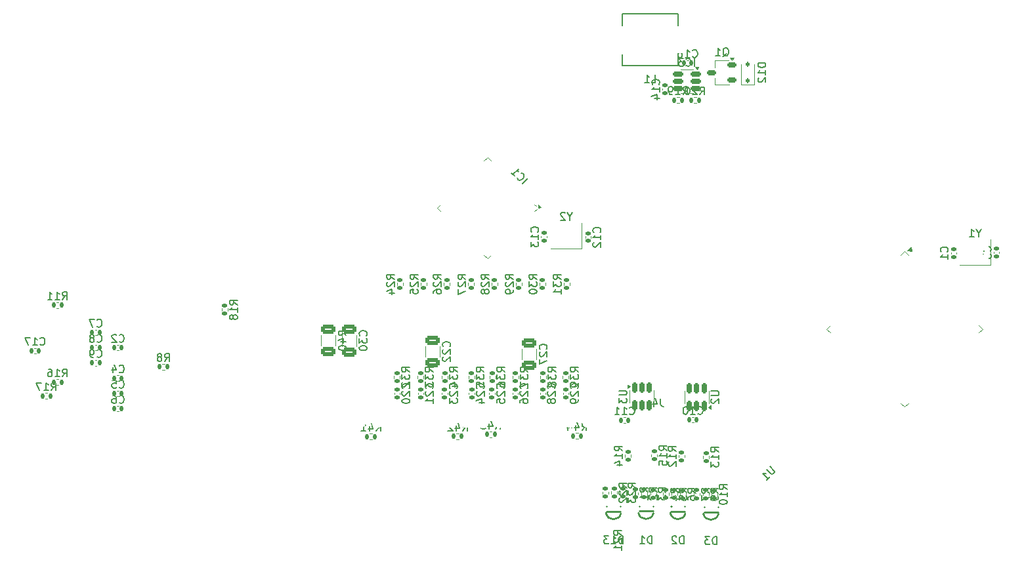
<source format=gbr>
%TF.GenerationSoftware,KiCad,Pcbnew,8.0.1*%
%TF.CreationDate,2024-05-07T15:17:13+02:00*%
%TF.ProjectId,WCH-Eth-Base,5743482d-4574-4682-9d42-6173652e6b69,rev?*%
%TF.SameCoordinates,Original*%
%TF.FileFunction,Legend,Bot*%
%TF.FilePolarity,Positive*%
%FSLAX46Y46*%
G04 Gerber Fmt 4.6, Leading zero omitted, Abs format (unit mm)*
G04 Created by KiCad (PCBNEW 8.0.1) date 2024-05-07 15:17:13*
%MOMM*%
%LPD*%
G01*
G04 APERTURE LIST*
G04 Aperture macros list*
%AMRoundRect*
0 Rectangle with rounded corners*
0 $1 Rounding radius*
0 $2 $3 $4 $5 $6 $7 $8 $9 X,Y pos of 4 corners*
0 Add a 4 corners polygon primitive as box body*
4,1,4,$2,$3,$4,$5,$6,$7,$8,$9,$2,$3,0*
0 Add four circle primitives for the rounded corners*
1,1,$1+$1,$2,$3*
1,1,$1+$1,$4,$5*
1,1,$1+$1,$6,$7*
1,1,$1+$1,$8,$9*
0 Add four rect primitives between the rounded corners*
20,1,$1+$1,$2,$3,$4,$5,0*
20,1,$1+$1,$4,$5,$6,$7,0*
20,1,$1+$1,$6,$7,$8,$9,0*
20,1,$1+$1,$8,$9,$2,$3,0*%
%AMRotRect*
0 Rectangle, with rotation*
0 The origin of the aperture is its center*
0 $1 length*
0 $2 width*
0 $3 Rotation angle, in degrees counterclockwise*
0 Add horizontal line*
21,1,$1,$2,0,0,$3*%
G04 Aperture macros list end*
%ADD10C,0.150000*%
%ADD11C,0.120000*%
%ADD12C,0.250000*%
%ADD13C,3.300000*%
%ADD14C,1.520000*%
%ADD15C,2.500000*%
%ADD16O,0.550000X0.700000*%
%ADD17O,0.900000X1.900000*%
%ADD18C,0.990600*%
%ADD19O,2.600000X3.000000*%
%ADD20C,1.800000*%
%ADD21R,0.700000X3.000000*%
%ADD22C,1.524000*%
%ADD23RoundRect,0.140000X0.140000X0.170000X-0.140000X0.170000X-0.140000X-0.170000X0.140000X-0.170000X0*%
%ADD24RoundRect,0.140000X0.170000X-0.140000X0.170000X0.140000X-0.170000X0.140000X-0.170000X-0.140000X0*%
%ADD25RoundRect,0.135000X-0.185000X0.135000X-0.185000X-0.135000X0.185000X-0.135000X0.185000X0.135000X0*%
%ADD26RoundRect,0.135000X0.135000X0.185000X-0.135000X0.185000X-0.135000X-0.185000X0.135000X-0.185000X0*%
%ADD27RoundRect,0.135000X0.185000X-0.135000X0.185000X0.135000X-0.185000X0.135000X-0.185000X-0.135000X0*%
%ADD28R,0.550000X0.800000*%
%ADD29R,0.500000X0.500000*%
%ADD30R,1.400000X1.200000*%
%ADD31RoundRect,0.150000X-0.150000X0.512500X-0.150000X-0.512500X0.150000X-0.512500X0.150000X0.512500X0*%
%ADD32RoundRect,0.150000X0.512500X0.150000X-0.512500X0.150000X-0.512500X-0.150000X0.512500X-0.150000X0*%
%ADD33RoundRect,0.250000X0.650000X-0.325000X0.650000X0.325000X-0.650000X0.325000X-0.650000X-0.325000X0*%
%ADD34R,2.350000X3.500000*%
%ADD35RoundRect,0.140000X-0.170000X0.140000X-0.170000X-0.140000X0.170000X-0.140000X0.170000X0.140000X0*%
%ADD36RoundRect,0.075000X0.459619X0.565685X-0.565685X-0.459619X-0.459619X-0.565685X0.565685X0.459619X0*%
%ADD37RoundRect,0.075000X-0.459619X0.565685X-0.565685X0.459619X0.459619X-0.565685X0.565685X-0.459619X0*%
%ADD38RoundRect,0.162500X0.447500X0.162500X-0.447500X0.162500X-0.447500X-0.162500X0.447500X-0.162500X0*%
%ADD39RoundRect,0.112500X0.112500X-0.187500X0.112500X0.187500X-0.112500X0.187500X-0.112500X-0.187500X0*%
%ADD40RoundRect,0.150000X0.150000X-0.512500X0.150000X0.512500X-0.150000X0.512500X-0.150000X-0.512500X0*%
%ADD41RoundRect,0.050000X0.309359X-0.238649X-0.238649X0.309359X-0.309359X0.238649X0.238649X-0.309359X0*%
%ADD42RoundRect,0.050000X0.309359X0.238649X0.238649X0.309359X-0.309359X-0.238649X-0.238649X-0.309359X0*%
%ADD43RotRect,5.810000X6.310000X135.000000*%
G04 APERTURE END LIST*
D10*
X45067233Y14915981D02*
X45067233Y14201696D01*
X45067233Y14201696D02*
X45114852Y14058839D01*
X45114852Y14058839D02*
X45210090Y13963600D01*
X45210090Y13963600D02*
X45352947Y13915981D01*
X45352947Y13915981D02*
X45448185Y13915981D01*
X44162471Y14582648D02*
X44162471Y13915981D01*
X44400566Y14963600D02*
X44638661Y14249315D01*
X44638661Y14249315D02*
X44019614Y14249315D01*
X-24750734Y16396020D02*
X-24703115Y16348400D01*
X-24703115Y16348400D02*
X-24560258Y16300781D01*
X-24560258Y16300781D02*
X-24465020Y16300781D01*
X-24465020Y16300781D02*
X-24322163Y16348400D01*
X-24322163Y16348400D02*
X-24226925Y16443639D01*
X-24226925Y16443639D02*
X-24179306Y16538877D01*
X-24179306Y16538877D02*
X-24131687Y16729353D01*
X-24131687Y16729353D02*
X-24131687Y16872210D01*
X-24131687Y16872210D02*
X-24179306Y17062686D01*
X-24179306Y17062686D02*
X-24226925Y17157924D01*
X-24226925Y17157924D02*
X-24322163Y17253162D01*
X-24322163Y17253162D02*
X-24465020Y17300781D01*
X-24465020Y17300781D02*
X-24560258Y17300781D01*
X-24560258Y17300781D02*
X-24703115Y17253162D01*
X-24703115Y17253162D02*
X-24750734Y17205543D01*
X-25655496Y17300781D02*
X-25179306Y17300781D01*
X-25179306Y17300781D02*
X-25131687Y16824591D01*
X-25131687Y16824591D02*
X-25179306Y16872210D01*
X-25179306Y16872210D02*
X-25274544Y16919829D01*
X-25274544Y16919829D02*
X-25512639Y16919829D01*
X-25512639Y16919829D02*
X-25607877Y16872210D01*
X-25607877Y16872210D02*
X-25655496Y16824591D01*
X-25655496Y16824591D02*
X-25703115Y16729353D01*
X-25703115Y16729353D02*
X-25703115Y16491258D01*
X-25703115Y16491258D02*
X-25655496Y16396020D01*
X-25655496Y16396020D02*
X-25607877Y16348400D01*
X-25607877Y16348400D02*
X-25512639Y16300781D01*
X-25512639Y16300781D02*
X-25274544Y16300781D01*
X-25274544Y16300781D02*
X-25179306Y16348400D01*
X-25179306Y16348400D02*
X-25131687Y16396020D01*
X18740780Y16241058D02*
X18788400Y16288677D01*
X18788400Y16288677D02*
X18836019Y16431534D01*
X18836019Y16431534D02*
X18836019Y16526772D01*
X18836019Y16526772D02*
X18788400Y16669629D01*
X18788400Y16669629D02*
X18693161Y16764867D01*
X18693161Y16764867D02*
X18597923Y16812486D01*
X18597923Y16812486D02*
X18407447Y16860105D01*
X18407447Y16860105D02*
X18264590Y16860105D01*
X18264590Y16860105D02*
X18074114Y16812486D01*
X18074114Y16812486D02*
X17978876Y16764867D01*
X17978876Y16764867D02*
X17883638Y16669629D01*
X17883638Y16669629D02*
X17836019Y16526772D01*
X17836019Y16526772D02*
X17836019Y16431534D01*
X17836019Y16431534D02*
X17883638Y16288677D01*
X17883638Y16288677D02*
X17931257Y16241058D01*
X17931257Y15860105D02*
X17883638Y15812486D01*
X17883638Y15812486D02*
X17836019Y15717248D01*
X17836019Y15717248D02*
X17836019Y15479153D01*
X17836019Y15479153D02*
X17883638Y15383915D01*
X17883638Y15383915D02*
X17931257Y15336296D01*
X17931257Y15336296D02*
X18026495Y15288677D01*
X18026495Y15288677D02*
X18121733Y15288677D01*
X18121733Y15288677D02*
X18264590Y15336296D01*
X18264590Y15336296D02*
X18836019Y15907724D01*
X18836019Y15907724D02*
X18836019Y15288677D01*
X17836019Y14955343D02*
X17836019Y14336296D01*
X17836019Y14336296D02*
X18216971Y14669629D01*
X18216971Y14669629D02*
X18216971Y14526772D01*
X18216971Y14526772D02*
X18264590Y14431534D01*
X18264590Y14431534D02*
X18312209Y14383915D01*
X18312209Y14383915D02*
X18407447Y14336296D01*
X18407447Y14336296D02*
X18645542Y14336296D01*
X18645542Y14336296D02*
X18740780Y14383915D01*
X18740780Y14383915D02*
X18788400Y14431534D01*
X18788400Y14431534D02*
X18836019Y14526772D01*
X18836019Y14526772D02*
X18836019Y14812486D01*
X18836019Y14812486D02*
X18788400Y14907724D01*
X18788400Y14907724D02*
X18740780Y14955343D01*
X26056419Y30360858D02*
X25580228Y30694191D01*
X26056419Y30932286D02*
X25056419Y30932286D01*
X25056419Y30932286D02*
X25056419Y30551334D01*
X25056419Y30551334D02*
X25104038Y30456096D01*
X25104038Y30456096D02*
X25151657Y30408477D01*
X25151657Y30408477D02*
X25246895Y30360858D01*
X25246895Y30360858D02*
X25389752Y30360858D01*
X25389752Y30360858D02*
X25484990Y30408477D01*
X25484990Y30408477D02*
X25532609Y30456096D01*
X25532609Y30456096D02*
X25580228Y30551334D01*
X25580228Y30551334D02*
X25580228Y30932286D01*
X25151657Y29979905D02*
X25104038Y29932286D01*
X25104038Y29932286D02*
X25056419Y29837048D01*
X25056419Y29837048D02*
X25056419Y29598953D01*
X25056419Y29598953D02*
X25104038Y29503715D01*
X25104038Y29503715D02*
X25151657Y29456096D01*
X25151657Y29456096D02*
X25246895Y29408477D01*
X25246895Y29408477D02*
X25342133Y29408477D01*
X25342133Y29408477D02*
X25484990Y29456096D01*
X25484990Y29456096D02*
X26056419Y30027524D01*
X26056419Y30027524D02*
X26056419Y29408477D01*
X26056419Y28932286D02*
X26056419Y28741810D01*
X26056419Y28741810D02*
X26008800Y28646572D01*
X26008800Y28646572D02*
X25961180Y28598953D01*
X25961180Y28598953D02*
X25818323Y28503715D01*
X25818323Y28503715D02*
X25627847Y28456096D01*
X25627847Y28456096D02*
X25246895Y28456096D01*
X25246895Y28456096D02*
X25151657Y28503715D01*
X25151657Y28503715D02*
X25104038Y28551334D01*
X25104038Y28551334D02*
X25056419Y28646572D01*
X25056419Y28646572D02*
X25056419Y28837048D01*
X25056419Y28837048D02*
X25104038Y28932286D01*
X25104038Y28932286D02*
X25151657Y28979905D01*
X25151657Y28979905D02*
X25246895Y29027524D01*
X25246895Y29027524D02*
X25484990Y29027524D01*
X25484990Y29027524D02*
X25580228Y28979905D01*
X25580228Y28979905D02*
X25627847Y28932286D01*
X25627847Y28932286D02*
X25675466Y28837048D01*
X25675466Y28837048D02*
X25675466Y28646572D01*
X25675466Y28646572D02*
X25627847Y28551334D01*
X25627847Y28551334D02*
X25580228Y28503715D01*
X25580228Y28503715D02*
X25484990Y28456096D01*
X15641980Y16241058D02*
X15689600Y16288677D01*
X15689600Y16288677D02*
X15737219Y16431534D01*
X15737219Y16431534D02*
X15737219Y16526772D01*
X15737219Y16526772D02*
X15689600Y16669629D01*
X15689600Y16669629D02*
X15594361Y16764867D01*
X15594361Y16764867D02*
X15499123Y16812486D01*
X15499123Y16812486D02*
X15308647Y16860105D01*
X15308647Y16860105D02*
X15165790Y16860105D01*
X15165790Y16860105D02*
X14975314Y16812486D01*
X14975314Y16812486D02*
X14880076Y16764867D01*
X14880076Y16764867D02*
X14784838Y16669629D01*
X14784838Y16669629D02*
X14737219Y16526772D01*
X14737219Y16526772D02*
X14737219Y16431534D01*
X14737219Y16431534D02*
X14784838Y16288677D01*
X14784838Y16288677D02*
X14832457Y16241058D01*
X14832457Y15860105D02*
X14784838Y15812486D01*
X14784838Y15812486D02*
X14737219Y15717248D01*
X14737219Y15717248D02*
X14737219Y15479153D01*
X14737219Y15479153D02*
X14784838Y15383915D01*
X14784838Y15383915D02*
X14832457Y15336296D01*
X14832457Y15336296D02*
X14927695Y15288677D01*
X14927695Y15288677D02*
X15022933Y15288677D01*
X15022933Y15288677D02*
X15165790Y15336296D01*
X15165790Y15336296D02*
X15737219Y15907724D01*
X15737219Y15907724D02*
X15737219Y15288677D01*
X15737219Y14336296D02*
X15737219Y14907724D01*
X15737219Y14622010D02*
X14737219Y14622010D01*
X14737219Y14622010D02*
X14880076Y14717248D01*
X14880076Y14717248D02*
X14975314Y14812486D01*
X14975314Y14812486D02*
X15022933Y14907724D01*
X24836780Y16241058D02*
X24884400Y16288677D01*
X24884400Y16288677D02*
X24932019Y16431534D01*
X24932019Y16431534D02*
X24932019Y16526772D01*
X24932019Y16526772D02*
X24884400Y16669629D01*
X24884400Y16669629D02*
X24789161Y16764867D01*
X24789161Y16764867D02*
X24693923Y16812486D01*
X24693923Y16812486D02*
X24503447Y16860105D01*
X24503447Y16860105D02*
X24360590Y16860105D01*
X24360590Y16860105D02*
X24170114Y16812486D01*
X24170114Y16812486D02*
X24074876Y16764867D01*
X24074876Y16764867D02*
X23979638Y16669629D01*
X23979638Y16669629D02*
X23932019Y16526772D01*
X23932019Y16526772D02*
X23932019Y16431534D01*
X23932019Y16431534D02*
X23979638Y16288677D01*
X23979638Y16288677D02*
X24027257Y16241058D01*
X24027257Y15860105D02*
X23979638Y15812486D01*
X23979638Y15812486D02*
X23932019Y15717248D01*
X23932019Y15717248D02*
X23932019Y15479153D01*
X23932019Y15479153D02*
X23979638Y15383915D01*
X23979638Y15383915D02*
X24027257Y15336296D01*
X24027257Y15336296D02*
X24122495Y15288677D01*
X24122495Y15288677D02*
X24217733Y15288677D01*
X24217733Y15288677D02*
X24360590Y15336296D01*
X24360590Y15336296D02*
X24932019Y15907724D01*
X24932019Y15907724D02*
X24932019Y15288677D01*
X23932019Y14383915D02*
X23932019Y14860105D01*
X23932019Y14860105D02*
X24408209Y14907724D01*
X24408209Y14907724D02*
X24360590Y14860105D01*
X24360590Y14860105D02*
X24312971Y14764867D01*
X24312971Y14764867D02*
X24312971Y14526772D01*
X24312971Y14526772D02*
X24360590Y14431534D01*
X24360590Y14431534D02*
X24408209Y14383915D01*
X24408209Y14383915D02*
X24503447Y14336296D01*
X24503447Y14336296D02*
X24741542Y14336296D01*
X24741542Y14336296D02*
X24836780Y14383915D01*
X24836780Y14383915D02*
X24884400Y14431534D01*
X24884400Y14431534D02*
X24932019Y14526772D01*
X24932019Y14526772D02*
X24932019Y14764867D01*
X24932019Y14764867D02*
X24884400Y14860105D01*
X24884400Y14860105D02*
X24836780Y14907724D01*
X23807657Y11027581D02*
X24140990Y11503772D01*
X24379085Y11027581D02*
X24379085Y12027581D01*
X24379085Y12027581D02*
X23998133Y12027581D01*
X23998133Y12027581D02*
X23902895Y11979962D01*
X23902895Y11979962D02*
X23855276Y11932343D01*
X23855276Y11932343D02*
X23807657Y11837105D01*
X23807657Y11837105D02*
X23807657Y11694248D01*
X23807657Y11694248D02*
X23855276Y11599010D01*
X23855276Y11599010D02*
X23902895Y11551391D01*
X23902895Y11551391D02*
X23998133Y11503772D01*
X23998133Y11503772D02*
X24379085Y11503772D01*
X22950514Y11694248D02*
X22950514Y11027581D01*
X23188609Y12075200D02*
X23426704Y11360915D01*
X23426704Y11360915D02*
X22807657Y11360915D01*
X22521942Y12027581D02*
X21902895Y12027581D01*
X21902895Y12027581D02*
X22236228Y11646629D01*
X22236228Y11646629D02*
X22093371Y11646629D01*
X22093371Y11646629D02*
X21998133Y11599010D01*
X21998133Y11599010D02*
X21950514Y11551391D01*
X21950514Y11551391D02*
X21902895Y11456153D01*
X21902895Y11456153D02*
X21902895Y11218058D01*
X21902895Y11218058D02*
X21950514Y11122820D01*
X21950514Y11122820D02*
X21998133Y11075200D01*
X21998133Y11075200D02*
X22093371Y11027581D01*
X22093371Y11027581D02*
X22379085Y11027581D01*
X22379085Y11027581D02*
X22474323Y11075200D01*
X22474323Y11075200D02*
X22521942Y11122820D01*
X41077057Y12941620D02*
X41124676Y12894000D01*
X41124676Y12894000D02*
X41267533Y12846381D01*
X41267533Y12846381D02*
X41362771Y12846381D01*
X41362771Y12846381D02*
X41505628Y12894000D01*
X41505628Y12894000D02*
X41600866Y12989239D01*
X41600866Y12989239D02*
X41648485Y13084477D01*
X41648485Y13084477D02*
X41696104Y13274953D01*
X41696104Y13274953D02*
X41696104Y13417810D01*
X41696104Y13417810D02*
X41648485Y13608286D01*
X41648485Y13608286D02*
X41600866Y13703524D01*
X41600866Y13703524D02*
X41505628Y13798762D01*
X41505628Y13798762D02*
X41362771Y13846381D01*
X41362771Y13846381D02*
X41267533Y13846381D01*
X41267533Y13846381D02*
X41124676Y13798762D01*
X41124676Y13798762D02*
X41077057Y13751143D01*
X40124676Y12846381D02*
X40696104Y12846381D01*
X40410390Y12846381D02*
X40410390Y13846381D01*
X40410390Y13846381D02*
X40505628Y13703524D01*
X40505628Y13703524D02*
X40600866Y13608286D01*
X40600866Y13608286D02*
X40696104Y13560667D01*
X39172295Y12846381D02*
X39743723Y12846381D01*
X39458009Y12846381D02*
X39458009Y13846381D01*
X39458009Y13846381D02*
X39553247Y13703524D01*
X39553247Y13703524D02*
X39648485Y13608286D01*
X39648485Y13608286D02*
X39743723Y13560667D01*
X-9525781Y27060858D02*
X-10001972Y27394191D01*
X-9525781Y27632286D02*
X-10525781Y27632286D01*
X-10525781Y27632286D02*
X-10525781Y27251334D01*
X-10525781Y27251334D02*
X-10478162Y27156096D01*
X-10478162Y27156096D02*
X-10430543Y27108477D01*
X-10430543Y27108477D02*
X-10335305Y27060858D01*
X-10335305Y27060858D02*
X-10192448Y27060858D01*
X-10192448Y27060858D02*
X-10097210Y27108477D01*
X-10097210Y27108477D02*
X-10049591Y27156096D01*
X-10049591Y27156096D02*
X-10001972Y27251334D01*
X-10001972Y27251334D02*
X-10001972Y27632286D01*
X-9525781Y26108477D02*
X-9525781Y26679905D01*
X-9525781Y26394191D02*
X-10525781Y26394191D01*
X-10525781Y26394191D02*
X-10382924Y26489429D01*
X-10382924Y26489429D02*
X-10287686Y26584667D01*
X-10287686Y26584667D02*
X-10240067Y26679905D01*
X-10097210Y25537048D02*
X-10144829Y25632286D01*
X-10144829Y25632286D02*
X-10192448Y25679905D01*
X-10192448Y25679905D02*
X-10287686Y25727524D01*
X-10287686Y25727524D02*
X-10335305Y25727524D01*
X-10335305Y25727524D02*
X-10430543Y25679905D01*
X-10430543Y25679905D02*
X-10478162Y25632286D01*
X-10478162Y25632286D02*
X-10525781Y25537048D01*
X-10525781Y25537048D02*
X-10525781Y25346572D01*
X-10525781Y25346572D02*
X-10478162Y25251334D01*
X-10478162Y25251334D02*
X-10430543Y25203715D01*
X-10430543Y25203715D02*
X-10335305Y25156096D01*
X-10335305Y25156096D02*
X-10287686Y25156096D01*
X-10287686Y25156096D02*
X-10192448Y25203715D01*
X-10192448Y25203715D02*
X-10144829Y25251334D01*
X-10144829Y25251334D02*
X-10097210Y25346572D01*
X-10097210Y25346572D02*
X-10097210Y25537048D01*
X-10097210Y25537048D02*
X-10049591Y25632286D01*
X-10049591Y25632286D02*
X-10001972Y25679905D01*
X-10001972Y25679905D02*
X-9906734Y25727524D01*
X-9906734Y25727524D02*
X-9716258Y25727524D01*
X-9716258Y25727524D02*
X-9621020Y25679905D01*
X-9621020Y25679905D02*
X-9573400Y25632286D01*
X-9573400Y25632286D02*
X-9525781Y25537048D01*
X-9525781Y25537048D02*
X-9525781Y25346572D01*
X-9525781Y25346572D02*
X-9573400Y25251334D01*
X-9573400Y25251334D02*
X-9621020Y25203715D01*
X-9621020Y25203715D02*
X-9716258Y25156096D01*
X-9716258Y25156096D02*
X-9906734Y25156096D01*
X-9906734Y25156096D02*
X-10001972Y25203715D01*
X-10001972Y25203715D02*
X-10049591Y25251334D01*
X-10049591Y25251334D02*
X-10097210Y25346572D01*
X40228685Y-3824872D02*
X40228685Y-2824872D01*
X40228685Y-2824872D02*
X39990590Y-2824872D01*
X39990590Y-2824872D02*
X39847733Y-2872491D01*
X39847733Y-2872491D02*
X39752495Y-2967729D01*
X39752495Y-2967729D02*
X39704876Y-3062967D01*
X39704876Y-3062967D02*
X39657257Y-3253443D01*
X39657257Y-3253443D02*
X39657257Y-3396300D01*
X39657257Y-3396300D02*
X39704876Y-3586776D01*
X39704876Y-3586776D02*
X39752495Y-3682014D01*
X39752495Y-3682014D02*
X39847733Y-3777253D01*
X39847733Y-3777253D02*
X39990590Y-3824872D01*
X39990590Y-3824872D02*
X40228685Y-3824872D01*
X38704876Y-3824872D02*
X39276304Y-3824872D01*
X38990590Y-3824872D02*
X38990590Y-2824872D01*
X38990590Y-2824872D02*
X39085828Y-2967729D01*
X39085828Y-2967729D02*
X39181066Y-3062967D01*
X39181066Y-3062967D02*
X39276304Y-3110586D01*
X38371542Y-2824872D02*
X37752495Y-2824872D01*
X37752495Y-2824872D02*
X38085828Y-3205824D01*
X38085828Y-3205824D02*
X37942971Y-3205824D01*
X37942971Y-3205824D02*
X37847733Y-3253443D01*
X37847733Y-3253443D02*
X37800114Y-3301062D01*
X37800114Y-3301062D02*
X37752495Y-3396300D01*
X37752495Y-3396300D02*
X37752495Y-3634395D01*
X37752495Y-3634395D02*
X37800114Y-3729633D01*
X37800114Y-3729633D02*
X37847733Y-3777253D01*
X37847733Y-3777253D02*
X37942971Y-3824872D01*
X37942971Y-3824872D02*
X38228685Y-3824872D01*
X38228685Y-3824872D02*
X38323923Y-3777253D01*
X38323923Y-3777253D02*
X38371542Y-3729633D01*
X33361390Y38449572D02*
X33361390Y37973381D01*
X33694723Y38973381D02*
X33361390Y38449572D01*
X33361390Y38449572D02*
X33028057Y38973381D01*
X32742342Y38878143D02*
X32694723Y38925762D01*
X32694723Y38925762D02*
X32599485Y38973381D01*
X32599485Y38973381D02*
X32361390Y38973381D01*
X32361390Y38973381D02*
X32266152Y38925762D01*
X32266152Y38925762D02*
X32218533Y38878143D01*
X32218533Y38878143D02*
X32170914Y38782905D01*
X32170914Y38782905D02*
X32170914Y38687667D01*
X32170914Y38687667D02*
X32218533Y38544810D01*
X32218533Y38544810D02*
X32789961Y37973381D01*
X32789961Y37973381D02*
X32170914Y37973381D01*
X39701419Y15951105D02*
X40510942Y15951105D01*
X40510942Y15951105D02*
X40606180Y15903486D01*
X40606180Y15903486D02*
X40653800Y15855867D01*
X40653800Y15855867D02*
X40701419Y15760629D01*
X40701419Y15760629D02*
X40701419Y15570153D01*
X40701419Y15570153D02*
X40653800Y15474915D01*
X40653800Y15474915D02*
X40606180Y15427296D01*
X40606180Y15427296D02*
X40510942Y15379677D01*
X40510942Y15379677D02*
X39701419Y15379677D01*
X39701419Y14998724D02*
X39701419Y14379677D01*
X39701419Y14379677D02*
X40082371Y14713010D01*
X40082371Y14713010D02*
X40082371Y14570153D01*
X40082371Y14570153D02*
X40129990Y14474915D01*
X40129990Y14474915D02*
X40177609Y14427296D01*
X40177609Y14427296D02*
X40272847Y14379677D01*
X40272847Y14379677D02*
X40510942Y14379677D01*
X40510942Y14379677D02*
X40606180Y14427296D01*
X40606180Y14427296D02*
X40653800Y14474915D01*
X40653800Y14474915D02*
X40701419Y14570153D01*
X40701419Y14570153D02*
X40701419Y14855867D01*
X40701419Y14855867D02*
X40653800Y14951105D01*
X40653800Y14951105D02*
X40606180Y14998724D01*
X43943494Y-3799472D02*
X43943494Y-2799472D01*
X43943494Y-2799472D02*
X43705399Y-2799472D01*
X43705399Y-2799472D02*
X43562542Y-2847091D01*
X43562542Y-2847091D02*
X43467304Y-2942329D01*
X43467304Y-2942329D02*
X43419685Y-3037567D01*
X43419685Y-3037567D02*
X43372066Y-3228043D01*
X43372066Y-3228043D02*
X43372066Y-3370900D01*
X43372066Y-3370900D02*
X43419685Y-3561376D01*
X43419685Y-3561376D02*
X43467304Y-3656614D01*
X43467304Y-3656614D02*
X43562542Y-3751853D01*
X43562542Y-3751853D02*
X43705399Y-3799472D01*
X43705399Y-3799472D02*
X43943494Y-3799472D01*
X42419685Y-3799472D02*
X42991113Y-3799472D01*
X42705399Y-3799472D02*
X42705399Y-2799472D01*
X42705399Y-2799472D02*
X42800637Y-2942329D01*
X42800637Y-2942329D02*
X42895875Y-3037567D01*
X42895875Y-3037567D02*
X42991113Y-3085186D01*
X45744619Y2833667D02*
X45268428Y3167000D01*
X45744619Y3405095D02*
X44744619Y3405095D01*
X44744619Y3405095D02*
X44744619Y3024143D01*
X44744619Y3024143D02*
X44792238Y2928905D01*
X44792238Y2928905D02*
X44839857Y2881286D01*
X44839857Y2881286D02*
X44935095Y2833667D01*
X44935095Y2833667D02*
X45077952Y2833667D01*
X45077952Y2833667D02*
X45173190Y2881286D01*
X45173190Y2881286D02*
X45220809Y2928905D01*
X45220809Y2928905D02*
X45268428Y3024143D01*
X45268428Y3024143D02*
X45268428Y3405095D01*
X44744619Y2500333D02*
X44744619Y1881286D01*
X44744619Y1881286D02*
X45125571Y2214619D01*
X45125571Y2214619D02*
X45125571Y2071762D01*
X45125571Y2071762D02*
X45173190Y1976524D01*
X45173190Y1976524D02*
X45220809Y1928905D01*
X45220809Y1928905D02*
X45316047Y1881286D01*
X45316047Y1881286D02*
X45554142Y1881286D01*
X45554142Y1881286D02*
X45649380Y1928905D01*
X45649380Y1928905D02*
X45697000Y1976524D01*
X45697000Y1976524D02*
X45744619Y2071762D01*
X45744619Y2071762D02*
X45744619Y2357476D01*
X45744619Y2357476D02*
X45697000Y2452714D01*
X45697000Y2452714D02*
X45649380Y2500333D01*
X50147457Y54156781D02*
X50480790Y54632972D01*
X50718885Y54156781D02*
X50718885Y55156781D01*
X50718885Y55156781D02*
X50337933Y55156781D01*
X50337933Y55156781D02*
X50242695Y55109162D01*
X50242695Y55109162D02*
X50195076Y55061543D01*
X50195076Y55061543D02*
X50147457Y54966305D01*
X50147457Y54966305D02*
X50147457Y54823448D01*
X50147457Y54823448D02*
X50195076Y54728210D01*
X50195076Y54728210D02*
X50242695Y54680591D01*
X50242695Y54680591D02*
X50337933Y54632972D01*
X50337933Y54632972D02*
X50718885Y54632972D01*
X49766504Y55061543D02*
X49718885Y55109162D01*
X49718885Y55109162D02*
X49623647Y55156781D01*
X49623647Y55156781D02*
X49385552Y55156781D01*
X49385552Y55156781D02*
X49290314Y55109162D01*
X49290314Y55109162D02*
X49242695Y55061543D01*
X49242695Y55061543D02*
X49195076Y54966305D01*
X49195076Y54966305D02*
X49195076Y54871067D01*
X49195076Y54871067D02*
X49242695Y54728210D01*
X49242695Y54728210D02*
X49814123Y54156781D01*
X49814123Y54156781D02*
X49195076Y54156781D01*
X48576028Y55156781D02*
X48480790Y55156781D01*
X48480790Y55156781D02*
X48385552Y55109162D01*
X48385552Y55109162D02*
X48337933Y55061543D01*
X48337933Y55061543D02*
X48290314Y54966305D01*
X48290314Y54966305D02*
X48242695Y54775829D01*
X48242695Y54775829D02*
X48242695Y54537734D01*
X48242695Y54537734D02*
X48290314Y54347258D01*
X48290314Y54347258D02*
X48337933Y54252020D01*
X48337933Y54252020D02*
X48385552Y54204400D01*
X48385552Y54204400D02*
X48480790Y54156781D01*
X48480790Y54156781D02*
X48576028Y54156781D01*
X48576028Y54156781D02*
X48671266Y54204400D01*
X48671266Y54204400D02*
X48718885Y54252020D01*
X48718885Y54252020D02*
X48766504Y54347258D01*
X48766504Y54347258D02*
X48814123Y54537734D01*
X48814123Y54537734D02*
X48814123Y54775829D01*
X48814123Y54775829D02*
X48766504Y54966305D01*
X48766504Y54966305D02*
X48718885Y55061543D01*
X48718885Y55061543D02*
X48671266Y55109162D01*
X48671266Y55109162D02*
X48576028Y55156781D01*
X15721819Y18372058D02*
X15245628Y18705391D01*
X15721819Y18943486D02*
X14721819Y18943486D01*
X14721819Y18943486D02*
X14721819Y18562534D01*
X14721819Y18562534D02*
X14769438Y18467296D01*
X14769438Y18467296D02*
X14817057Y18419677D01*
X14817057Y18419677D02*
X14912295Y18372058D01*
X14912295Y18372058D02*
X15055152Y18372058D01*
X15055152Y18372058D02*
X15150390Y18419677D01*
X15150390Y18419677D02*
X15198009Y18467296D01*
X15198009Y18467296D02*
X15245628Y18562534D01*
X15245628Y18562534D02*
X15245628Y18943486D01*
X14721819Y18038724D02*
X14721819Y17419677D01*
X14721819Y17419677D02*
X15102771Y17753010D01*
X15102771Y17753010D02*
X15102771Y17610153D01*
X15102771Y17610153D02*
X15150390Y17514915D01*
X15150390Y17514915D02*
X15198009Y17467296D01*
X15198009Y17467296D02*
X15293247Y17419677D01*
X15293247Y17419677D02*
X15531342Y17419677D01*
X15531342Y17419677D02*
X15626580Y17467296D01*
X15626580Y17467296D02*
X15674200Y17514915D01*
X15674200Y17514915D02*
X15721819Y17610153D01*
X15721819Y17610153D02*
X15721819Y17895867D01*
X15721819Y17895867D02*
X15674200Y17991105D01*
X15674200Y17991105D02*
X15626580Y18038724D01*
X14721819Y17086343D02*
X14721819Y16467296D01*
X14721819Y16467296D02*
X15102771Y16800629D01*
X15102771Y16800629D02*
X15102771Y16657772D01*
X15102771Y16657772D02*
X15150390Y16562534D01*
X15150390Y16562534D02*
X15198009Y16514915D01*
X15198009Y16514915D02*
X15293247Y16467296D01*
X15293247Y16467296D02*
X15531342Y16467296D01*
X15531342Y16467296D02*
X15626580Y16514915D01*
X15626580Y16514915D02*
X15674200Y16562534D01*
X15674200Y16562534D02*
X15721819Y16657772D01*
X15721819Y16657772D02*
X15721819Y16943486D01*
X15721819Y16943486D02*
X15674200Y17038724D01*
X15674200Y17038724D02*
X15626580Y17086343D01*
X12699219Y18372058D02*
X12223028Y18705391D01*
X12699219Y18943486D02*
X11699219Y18943486D01*
X11699219Y18943486D02*
X11699219Y18562534D01*
X11699219Y18562534D02*
X11746838Y18467296D01*
X11746838Y18467296D02*
X11794457Y18419677D01*
X11794457Y18419677D02*
X11889695Y18372058D01*
X11889695Y18372058D02*
X12032552Y18372058D01*
X12032552Y18372058D02*
X12127790Y18419677D01*
X12127790Y18419677D02*
X12175409Y18467296D01*
X12175409Y18467296D02*
X12223028Y18562534D01*
X12223028Y18562534D02*
X12223028Y18943486D01*
X11699219Y18038724D02*
X11699219Y17419677D01*
X11699219Y17419677D02*
X12080171Y17753010D01*
X12080171Y17753010D02*
X12080171Y17610153D01*
X12080171Y17610153D02*
X12127790Y17514915D01*
X12127790Y17514915D02*
X12175409Y17467296D01*
X12175409Y17467296D02*
X12270647Y17419677D01*
X12270647Y17419677D02*
X12508742Y17419677D01*
X12508742Y17419677D02*
X12603980Y17467296D01*
X12603980Y17467296D02*
X12651600Y17514915D01*
X12651600Y17514915D02*
X12699219Y17610153D01*
X12699219Y17610153D02*
X12699219Y17895867D01*
X12699219Y17895867D02*
X12651600Y17991105D01*
X12651600Y17991105D02*
X12603980Y18038724D01*
X11794457Y17038724D02*
X11746838Y16991105D01*
X11746838Y16991105D02*
X11699219Y16895867D01*
X11699219Y16895867D02*
X11699219Y16657772D01*
X11699219Y16657772D02*
X11746838Y16562534D01*
X11746838Y16562534D02*
X11794457Y16514915D01*
X11794457Y16514915D02*
X11889695Y16467296D01*
X11889695Y16467296D02*
X11984933Y16467296D01*
X11984933Y16467296D02*
X12127790Y16514915D01*
X12127790Y16514915D02*
X12699219Y17086343D01*
X12699219Y17086343D02*
X12699219Y16467296D01*
X49419489Y57835381D02*
X49419489Y58835381D01*
X48371871Y57930620D02*
X48419490Y57883000D01*
X48419490Y57883000D02*
X48562347Y57835381D01*
X48562347Y57835381D02*
X48657585Y57835381D01*
X48657585Y57835381D02*
X48800442Y57883000D01*
X48800442Y57883000D02*
X48895680Y57978239D01*
X48895680Y57978239D02*
X48943299Y58073477D01*
X48943299Y58073477D02*
X48990918Y58263953D01*
X48990918Y58263953D02*
X48990918Y58406810D01*
X48990918Y58406810D02*
X48943299Y58597286D01*
X48943299Y58597286D02*
X48895680Y58692524D01*
X48895680Y58692524D02*
X48800442Y58787762D01*
X48800442Y58787762D02*
X48657585Y58835381D01*
X48657585Y58835381D02*
X48562347Y58835381D01*
X48562347Y58835381D02*
X48419490Y58787762D01*
X48419490Y58787762D02*
X48371871Y58740143D01*
X48038537Y58835381D02*
X47419490Y58835381D01*
X47419490Y58835381D02*
X47752823Y58454429D01*
X47752823Y58454429D02*
X47609966Y58454429D01*
X47609966Y58454429D02*
X47514728Y58406810D01*
X47514728Y58406810D02*
X47467109Y58359191D01*
X47467109Y58359191D02*
X47419490Y58263953D01*
X47419490Y58263953D02*
X47419490Y58025858D01*
X47419490Y58025858D02*
X47467109Y57930620D01*
X47467109Y57930620D02*
X47514728Y57883000D01*
X47514728Y57883000D02*
X47609966Y57835381D01*
X47609966Y57835381D02*
X47895680Y57835381D01*
X47895680Y57835381D02*
X47990918Y57883000D01*
X47990918Y57883000D02*
X48038537Y57930620D01*
X34361780Y16241058D02*
X34409400Y16288677D01*
X34409400Y16288677D02*
X34457019Y16431534D01*
X34457019Y16431534D02*
X34457019Y16526772D01*
X34457019Y16526772D02*
X34409400Y16669629D01*
X34409400Y16669629D02*
X34314161Y16764867D01*
X34314161Y16764867D02*
X34218923Y16812486D01*
X34218923Y16812486D02*
X34028447Y16860105D01*
X34028447Y16860105D02*
X33885590Y16860105D01*
X33885590Y16860105D02*
X33695114Y16812486D01*
X33695114Y16812486D02*
X33599876Y16764867D01*
X33599876Y16764867D02*
X33504638Y16669629D01*
X33504638Y16669629D02*
X33457019Y16526772D01*
X33457019Y16526772D02*
X33457019Y16431534D01*
X33457019Y16431534D02*
X33504638Y16288677D01*
X33504638Y16288677D02*
X33552257Y16241058D01*
X33552257Y15860105D02*
X33504638Y15812486D01*
X33504638Y15812486D02*
X33457019Y15717248D01*
X33457019Y15717248D02*
X33457019Y15479153D01*
X33457019Y15479153D02*
X33504638Y15383915D01*
X33504638Y15383915D02*
X33552257Y15336296D01*
X33552257Y15336296D02*
X33647495Y15288677D01*
X33647495Y15288677D02*
X33742733Y15288677D01*
X33742733Y15288677D02*
X33885590Y15336296D01*
X33885590Y15336296D02*
X34457019Y15907724D01*
X34457019Y15907724D02*
X34457019Y15288677D01*
X34457019Y14812486D02*
X34457019Y14622010D01*
X34457019Y14622010D02*
X34409400Y14526772D01*
X34409400Y14526772D02*
X34361780Y14479153D01*
X34361780Y14479153D02*
X34218923Y14383915D01*
X34218923Y14383915D02*
X34028447Y14336296D01*
X34028447Y14336296D02*
X33647495Y14336296D01*
X33647495Y14336296D02*
X33552257Y14383915D01*
X33552257Y14383915D02*
X33504638Y14431534D01*
X33504638Y14431534D02*
X33457019Y14526772D01*
X33457019Y14526772D02*
X33457019Y14717248D01*
X33457019Y14717248D02*
X33504638Y14812486D01*
X33504638Y14812486D02*
X33552257Y14860105D01*
X33552257Y14860105D02*
X33647495Y14907724D01*
X33647495Y14907724D02*
X33885590Y14907724D01*
X33885590Y14907724D02*
X33980828Y14860105D01*
X33980828Y14860105D02*
X34028447Y14812486D01*
X34028447Y14812486D02*
X34076066Y14717248D01*
X34076066Y14717248D02*
X34076066Y14526772D01*
X34076066Y14526772D02*
X34028447Y14431534D01*
X34028447Y14431534D02*
X33980828Y14383915D01*
X33980828Y14383915D02*
X33885590Y14336296D01*
X13762819Y30360858D02*
X13286628Y30694191D01*
X13762819Y30932286D02*
X12762819Y30932286D01*
X12762819Y30932286D02*
X12762819Y30551334D01*
X12762819Y30551334D02*
X12810438Y30456096D01*
X12810438Y30456096D02*
X12858057Y30408477D01*
X12858057Y30408477D02*
X12953295Y30360858D01*
X12953295Y30360858D02*
X13096152Y30360858D01*
X13096152Y30360858D02*
X13191390Y30408477D01*
X13191390Y30408477D02*
X13239009Y30456096D01*
X13239009Y30456096D02*
X13286628Y30551334D01*
X13286628Y30551334D02*
X13286628Y30932286D01*
X12858057Y29979905D02*
X12810438Y29932286D01*
X12810438Y29932286D02*
X12762819Y29837048D01*
X12762819Y29837048D02*
X12762819Y29598953D01*
X12762819Y29598953D02*
X12810438Y29503715D01*
X12810438Y29503715D02*
X12858057Y29456096D01*
X12858057Y29456096D02*
X12953295Y29408477D01*
X12953295Y29408477D02*
X13048533Y29408477D01*
X13048533Y29408477D02*
X13191390Y29456096D01*
X13191390Y29456096D02*
X13762819Y30027524D01*
X13762819Y30027524D02*
X13762819Y29408477D01*
X12762819Y28503715D02*
X12762819Y28979905D01*
X12762819Y28979905D02*
X13239009Y29027524D01*
X13239009Y29027524D02*
X13191390Y28979905D01*
X13191390Y28979905D02*
X13143771Y28884667D01*
X13143771Y28884667D02*
X13143771Y28646572D01*
X13143771Y28646572D02*
X13191390Y28551334D01*
X13191390Y28551334D02*
X13239009Y28503715D01*
X13239009Y28503715D02*
X13334247Y28456096D01*
X13334247Y28456096D02*
X13572342Y28456096D01*
X13572342Y28456096D02*
X13667580Y28503715D01*
X13667580Y28503715D02*
X13715200Y28551334D01*
X13715200Y28551334D02*
X13762819Y28646572D01*
X13762819Y28646572D02*
X13762819Y28884667D01*
X13762819Y28884667D02*
X13715200Y28979905D01*
X13715200Y28979905D02*
X13667580Y29027524D01*
X44576219Y2859067D02*
X44100028Y3192400D01*
X44576219Y3430495D02*
X43576219Y3430495D01*
X43576219Y3430495D02*
X43576219Y3049543D01*
X43576219Y3049543D02*
X43623838Y2954305D01*
X43623838Y2954305D02*
X43671457Y2906686D01*
X43671457Y2906686D02*
X43766695Y2859067D01*
X43766695Y2859067D02*
X43909552Y2859067D01*
X43909552Y2859067D02*
X44004790Y2906686D01*
X44004790Y2906686D02*
X44052409Y2954305D01*
X44052409Y2954305D02*
X44100028Y3049543D01*
X44100028Y3049543D02*
X44100028Y3430495D01*
X43671457Y2478114D02*
X43623838Y2430495D01*
X43623838Y2430495D02*
X43576219Y2335257D01*
X43576219Y2335257D02*
X43576219Y2097162D01*
X43576219Y2097162D02*
X43623838Y2001924D01*
X43623838Y2001924D02*
X43671457Y1954305D01*
X43671457Y1954305D02*
X43766695Y1906686D01*
X43766695Y1906686D02*
X43861933Y1906686D01*
X43861933Y1906686D02*
X44004790Y1954305D01*
X44004790Y1954305D02*
X44576219Y2525733D01*
X44576219Y2525733D02*
X44576219Y1906686D01*
X22932219Y30360858D02*
X22456028Y30694191D01*
X22932219Y30932286D02*
X21932219Y30932286D01*
X21932219Y30932286D02*
X21932219Y30551334D01*
X21932219Y30551334D02*
X21979838Y30456096D01*
X21979838Y30456096D02*
X22027457Y30408477D01*
X22027457Y30408477D02*
X22122695Y30360858D01*
X22122695Y30360858D02*
X22265552Y30360858D01*
X22265552Y30360858D02*
X22360790Y30408477D01*
X22360790Y30408477D02*
X22408409Y30456096D01*
X22408409Y30456096D02*
X22456028Y30551334D01*
X22456028Y30551334D02*
X22456028Y30932286D01*
X22027457Y29979905D02*
X21979838Y29932286D01*
X21979838Y29932286D02*
X21932219Y29837048D01*
X21932219Y29837048D02*
X21932219Y29598953D01*
X21932219Y29598953D02*
X21979838Y29503715D01*
X21979838Y29503715D02*
X22027457Y29456096D01*
X22027457Y29456096D02*
X22122695Y29408477D01*
X22122695Y29408477D02*
X22217933Y29408477D01*
X22217933Y29408477D02*
X22360790Y29456096D01*
X22360790Y29456096D02*
X22932219Y30027524D01*
X22932219Y30027524D02*
X22932219Y29408477D01*
X22360790Y28837048D02*
X22313171Y28932286D01*
X22313171Y28932286D02*
X22265552Y28979905D01*
X22265552Y28979905D02*
X22170314Y29027524D01*
X22170314Y29027524D02*
X22122695Y29027524D01*
X22122695Y29027524D02*
X22027457Y28979905D01*
X22027457Y28979905D02*
X21979838Y28932286D01*
X21979838Y28932286D02*
X21932219Y28837048D01*
X21932219Y28837048D02*
X21932219Y28646572D01*
X21932219Y28646572D02*
X21979838Y28551334D01*
X21979838Y28551334D02*
X22027457Y28503715D01*
X22027457Y28503715D02*
X22122695Y28456096D01*
X22122695Y28456096D02*
X22170314Y28456096D01*
X22170314Y28456096D02*
X22265552Y28503715D01*
X22265552Y28503715D02*
X22313171Y28551334D01*
X22313171Y28551334D02*
X22360790Y28646572D01*
X22360790Y28646572D02*
X22360790Y28837048D01*
X22360790Y28837048D02*
X22408409Y28932286D01*
X22408409Y28932286D02*
X22456028Y28979905D01*
X22456028Y28979905D02*
X22551266Y29027524D01*
X22551266Y29027524D02*
X22741742Y29027524D01*
X22741742Y29027524D02*
X22836980Y28979905D01*
X22836980Y28979905D02*
X22884600Y28932286D01*
X22884600Y28932286D02*
X22932219Y28837048D01*
X22932219Y28837048D02*
X22932219Y28646572D01*
X22932219Y28646572D02*
X22884600Y28551334D01*
X22884600Y28551334D02*
X22836980Y28503715D01*
X22836980Y28503715D02*
X22741742Y28456096D01*
X22741742Y28456096D02*
X22551266Y28456096D01*
X22551266Y28456096D02*
X22456028Y28503715D01*
X22456028Y28503715D02*
X22408409Y28551334D01*
X22408409Y28551334D02*
X22360790Y28646572D01*
X7111780Y23071058D02*
X7159400Y23118677D01*
X7159400Y23118677D02*
X7207019Y23261534D01*
X7207019Y23261534D02*
X7207019Y23356772D01*
X7207019Y23356772D02*
X7159400Y23499629D01*
X7159400Y23499629D02*
X7064161Y23594867D01*
X7064161Y23594867D02*
X6968923Y23642486D01*
X6968923Y23642486D02*
X6778447Y23690105D01*
X6778447Y23690105D02*
X6635590Y23690105D01*
X6635590Y23690105D02*
X6445114Y23642486D01*
X6445114Y23642486D02*
X6349876Y23594867D01*
X6349876Y23594867D02*
X6254638Y23499629D01*
X6254638Y23499629D02*
X6207019Y23356772D01*
X6207019Y23356772D02*
X6207019Y23261534D01*
X6207019Y23261534D02*
X6254638Y23118677D01*
X6254638Y23118677D02*
X6302257Y23071058D01*
X6207019Y22737724D02*
X6207019Y22118677D01*
X6207019Y22118677D02*
X6587971Y22452010D01*
X6587971Y22452010D02*
X6587971Y22309153D01*
X6587971Y22309153D02*
X6635590Y22213915D01*
X6635590Y22213915D02*
X6683209Y22166296D01*
X6683209Y22166296D02*
X6778447Y22118677D01*
X6778447Y22118677D02*
X7016542Y22118677D01*
X7016542Y22118677D02*
X7111780Y22166296D01*
X7111780Y22166296D02*
X7159400Y22213915D01*
X7159400Y22213915D02*
X7207019Y22309153D01*
X7207019Y22309153D02*
X7207019Y22594867D01*
X7207019Y22594867D02*
X7159400Y22690105D01*
X7159400Y22690105D02*
X7111780Y22737724D01*
X6207019Y21499629D02*
X6207019Y21404391D01*
X6207019Y21404391D02*
X6254638Y21309153D01*
X6254638Y21309153D02*
X6302257Y21261534D01*
X6302257Y21261534D02*
X6397495Y21213915D01*
X6397495Y21213915D02*
X6587971Y21166296D01*
X6587971Y21166296D02*
X6826066Y21166296D01*
X6826066Y21166296D02*
X7016542Y21213915D01*
X7016542Y21213915D02*
X7111780Y21261534D01*
X7111780Y21261534D02*
X7159400Y21309153D01*
X7159400Y21309153D02*
X7207019Y21404391D01*
X7207019Y21404391D02*
X7207019Y21499629D01*
X7207019Y21499629D02*
X7159400Y21594867D01*
X7159400Y21594867D02*
X7111780Y21642486D01*
X7111780Y21642486D02*
X7016542Y21690105D01*
X7016542Y21690105D02*
X6826066Y21737724D01*
X6826066Y21737724D02*
X6587971Y21737724D01*
X6587971Y21737724D02*
X6397495Y21690105D01*
X6397495Y21690105D02*
X6302257Y21642486D01*
X6302257Y21642486D02*
X6254638Y21594867D01*
X6254638Y21594867D02*
X6207019Y21499629D01*
X43905466Y55704581D02*
X44381656Y55704581D01*
X44381656Y55704581D02*
X44381656Y56704581D01*
X43048323Y55704581D02*
X43619751Y55704581D01*
X43334037Y55704581D02*
X43334037Y56704581D01*
X43334037Y56704581D02*
X43429275Y56561724D01*
X43429275Y56561724D02*
X43524513Y56466486D01*
X43524513Y56466486D02*
X43619751Y56418867D01*
X34932857Y10824381D02*
X35266190Y11300572D01*
X35504285Y10824381D02*
X35504285Y11824381D01*
X35504285Y11824381D02*
X35123333Y11824381D01*
X35123333Y11824381D02*
X35028095Y11776762D01*
X35028095Y11776762D02*
X34980476Y11729143D01*
X34980476Y11729143D02*
X34932857Y11633905D01*
X34932857Y11633905D02*
X34932857Y11491048D01*
X34932857Y11491048D02*
X34980476Y11395810D01*
X34980476Y11395810D02*
X35028095Y11348191D01*
X35028095Y11348191D02*
X35123333Y11300572D01*
X35123333Y11300572D02*
X35504285Y11300572D01*
X34075714Y11491048D02*
X34075714Y10824381D01*
X34313809Y11872000D02*
X34551904Y11157715D01*
X34551904Y11157715D02*
X33932857Y11157715D01*
X33123333Y11491048D02*
X33123333Y10824381D01*
X33361428Y11872000D02*
X33599523Y11157715D01*
X33599523Y11157715D02*
X32980476Y11157715D01*
X27964619Y18372058D02*
X27488428Y18705391D01*
X27964619Y18943486D02*
X26964619Y18943486D01*
X26964619Y18943486D02*
X26964619Y18562534D01*
X26964619Y18562534D02*
X27012238Y18467296D01*
X27012238Y18467296D02*
X27059857Y18419677D01*
X27059857Y18419677D02*
X27155095Y18372058D01*
X27155095Y18372058D02*
X27297952Y18372058D01*
X27297952Y18372058D02*
X27393190Y18419677D01*
X27393190Y18419677D02*
X27440809Y18467296D01*
X27440809Y18467296D02*
X27488428Y18562534D01*
X27488428Y18562534D02*
X27488428Y18943486D01*
X26964619Y18038724D02*
X26964619Y17419677D01*
X26964619Y17419677D02*
X27345571Y17753010D01*
X27345571Y17753010D02*
X27345571Y17610153D01*
X27345571Y17610153D02*
X27393190Y17514915D01*
X27393190Y17514915D02*
X27440809Y17467296D01*
X27440809Y17467296D02*
X27536047Y17419677D01*
X27536047Y17419677D02*
X27774142Y17419677D01*
X27774142Y17419677D02*
X27869380Y17467296D01*
X27869380Y17467296D02*
X27917000Y17514915D01*
X27917000Y17514915D02*
X27964619Y17610153D01*
X27964619Y17610153D02*
X27964619Y17895867D01*
X27964619Y17895867D02*
X27917000Y17991105D01*
X27917000Y17991105D02*
X27869380Y18038724D01*
X26964619Y17086343D02*
X26964619Y16419677D01*
X26964619Y16419677D02*
X27964619Y16848248D01*
X17855980Y21648658D02*
X17903600Y21696277D01*
X17903600Y21696277D02*
X17951219Y21839134D01*
X17951219Y21839134D02*
X17951219Y21934372D01*
X17951219Y21934372D02*
X17903600Y22077229D01*
X17903600Y22077229D02*
X17808361Y22172467D01*
X17808361Y22172467D02*
X17713123Y22220086D01*
X17713123Y22220086D02*
X17522647Y22267705D01*
X17522647Y22267705D02*
X17379790Y22267705D01*
X17379790Y22267705D02*
X17189314Y22220086D01*
X17189314Y22220086D02*
X17094076Y22172467D01*
X17094076Y22172467D02*
X16998838Y22077229D01*
X16998838Y22077229D02*
X16951219Y21934372D01*
X16951219Y21934372D02*
X16951219Y21839134D01*
X16951219Y21839134D02*
X16998838Y21696277D01*
X16998838Y21696277D02*
X17046457Y21648658D01*
X17046457Y21267705D02*
X16998838Y21220086D01*
X16998838Y21220086D02*
X16951219Y21124848D01*
X16951219Y21124848D02*
X16951219Y20886753D01*
X16951219Y20886753D02*
X16998838Y20791515D01*
X16998838Y20791515D02*
X17046457Y20743896D01*
X17046457Y20743896D02*
X17141695Y20696277D01*
X17141695Y20696277D02*
X17236933Y20696277D01*
X17236933Y20696277D02*
X17379790Y20743896D01*
X17379790Y20743896D02*
X17951219Y21315324D01*
X17951219Y21315324D02*
X17951219Y20696277D01*
X17046457Y20315324D02*
X16998838Y20267705D01*
X16998838Y20267705D02*
X16951219Y20172467D01*
X16951219Y20172467D02*
X16951219Y19934372D01*
X16951219Y19934372D02*
X16998838Y19839134D01*
X16998838Y19839134D02*
X17046457Y19791515D01*
X17046457Y19791515D02*
X17141695Y19743896D01*
X17141695Y19743896D02*
X17236933Y19743896D01*
X17236933Y19743896D02*
X17379790Y19791515D01*
X17379790Y19791515D02*
X17951219Y20362943D01*
X17951219Y20362943D02*
X17951219Y19743896D01*
X-32072343Y27708581D02*
X-31739010Y28184772D01*
X-31500915Y27708581D02*
X-31500915Y28708581D01*
X-31500915Y28708581D02*
X-31881867Y28708581D01*
X-31881867Y28708581D02*
X-31977105Y28660962D01*
X-31977105Y28660962D02*
X-32024724Y28613343D01*
X-32024724Y28613343D02*
X-32072343Y28518105D01*
X-32072343Y28518105D02*
X-32072343Y28375248D01*
X-32072343Y28375248D02*
X-32024724Y28280010D01*
X-32024724Y28280010D02*
X-31977105Y28232391D01*
X-31977105Y28232391D02*
X-31881867Y28184772D01*
X-31881867Y28184772D02*
X-31500915Y28184772D01*
X-33024724Y27708581D02*
X-32453296Y27708581D01*
X-32739010Y27708581D02*
X-32739010Y28708581D01*
X-32739010Y28708581D02*
X-32643772Y28565724D01*
X-32643772Y28565724D02*
X-32548534Y28470486D01*
X-32548534Y28470486D02*
X-32453296Y28422867D01*
X-33977105Y27708581D02*
X-33405677Y27708581D01*
X-33691391Y27708581D02*
X-33691391Y28708581D01*
X-33691391Y28708581D02*
X-33596153Y28565724D01*
X-33596153Y28565724D02*
X-33500915Y28470486D01*
X-33500915Y28470486D02*
X-33405677Y28422867D01*
X27859380Y16241058D02*
X27907000Y16288677D01*
X27907000Y16288677D02*
X27954619Y16431534D01*
X27954619Y16431534D02*
X27954619Y16526772D01*
X27954619Y16526772D02*
X27907000Y16669629D01*
X27907000Y16669629D02*
X27811761Y16764867D01*
X27811761Y16764867D02*
X27716523Y16812486D01*
X27716523Y16812486D02*
X27526047Y16860105D01*
X27526047Y16860105D02*
X27383190Y16860105D01*
X27383190Y16860105D02*
X27192714Y16812486D01*
X27192714Y16812486D02*
X27097476Y16764867D01*
X27097476Y16764867D02*
X27002238Y16669629D01*
X27002238Y16669629D02*
X26954619Y16526772D01*
X26954619Y16526772D02*
X26954619Y16431534D01*
X26954619Y16431534D02*
X27002238Y16288677D01*
X27002238Y16288677D02*
X27049857Y16241058D01*
X27049857Y15860105D02*
X27002238Y15812486D01*
X27002238Y15812486D02*
X26954619Y15717248D01*
X26954619Y15717248D02*
X26954619Y15479153D01*
X26954619Y15479153D02*
X27002238Y15383915D01*
X27002238Y15383915D02*
X27049857Y15336296D01*
X27049857Y15336296D02*
X27145095Y15288677D01*
X27145095Y15288677D02*
X27240333Y15288677D01*
X27240333Y15288677D02*
X27383190Y15336296D01*
X27383190Y15336296D02*
X27954619Y15907724D01*
X27954619Y15907724D02*
X27954619Y15288677D01*
X26954619Y14431534D02*
X26954619Y14622010D01*
X26954619Y14622010D02*
X27002238Y14717248D01*
X27002238Y14717248D02*
X27049857Y14764867D01*
X27049857Y14764867D02*
X27192714Y14860105D01*
X27192714Y14860105D02*
X27383190Y14907724D01*
X27383190Y14907724D02*
X27764142Y14907724D01*
X27764142Y14907724D02*
X27859380Y14860105D01*
X27859380Y14860105D02*
X27907000Y14812486D01*
X27907000Y14812486D02*
X27954619Y14717248D01*
X27954619Y14717248D02*
X27954619Y14526772D01*
X27954619Y14526772D02*
X27907000Y14431534D01*
X27907000Y14431534D02*
X27859380Y14383915D01*
X27859380Y14383915D02*
X27764142Y14336296D01*
X27764142Y14336296D02*
X27526047Y14336296D01*
X27526047Y14336296D02*
X27430809Y14383915D01*
X27430809Y14383915D02*
X27383190Y14431534D01*
X27383190Y14431534D02*
X27335571Y14526772D01*
X27335571Y14526772D02*
X27335571Y14717248D01*
X27335571Y14717248D02*
X27383190Y14812486D01*
X27383190Y14812486D02*
X27430809Y14860105D01*
X27430809Y14860105D02*
X27526047Y14907724D01*
X87599380Y33960467D02*
X87647000Y34008086D01*
X87647000Y34008086D02*
X87694619Y34150943D01*
X87694619Y34150943D02*
X87694619Y34246181D01*
X87694619Y34246181D02*
X87647000Y34389038D01*
X87647000Y34389038D02*
X87551761Y34484276D01*
X87551761Y34484276D02*
X87456523Y34531895D01*
X87456523Y34531895D02*
X87266047Y34579514D01*
X87266047Y34579514D02*
X87123190Y34579514D01*
X87123190Y34579514D02*
X86932714Y34531895D01*
X86932714Y34531895D02*
X86837476Y34484276D01*
X86837476Y34484276D02*
X86742238Y34389038D01*
X86742238Y34389038D02*
X86694619Y34246181D01*
X86694619Y34246181D02*
X86694619Y34150943D01*
X86694619Y34150943D02*
X86742238Y34008086D01*
X86742238Y34008086D02*
X86789857Y33960467D01*
X86694619Y33627133D02*
X86694619Y33008086D01*
X86694619Y33008086D02*
X87075571Y33341419D01*
X87075571Y33341419D02*
X87075571Y33198562D01*
X87075571Y33198562D02*
X87123190Y33103324D01*
X87123190Y33103324D02*
X87170809Y33055705D01*
X87170809Y33055705D02*
X87266047Y33008086D01*
X87266047Y33008086D02*
X87504142Y33008086D01*
X87504142Y33008086D02*
X87599380Y33055705D01*
X87599380Y33055705D02*
X87647000Y33103324D01*
X87647000Y33103324D02*
X87694619Y33198562D01*
X87694619Y33198562D02*
X87694619Y33484276D01*
X87694619Y33484276D02*
X87647000Y33579514D01*
X87647000Y33579514D02*
X87599380Y33627133D01*
X18871419Y18372058D02*
X18395228Y18705391D01*
X18871419Y18943486D02*
X17871419Y18943486D01*
X17871419Y18943486D02*
X17871419Y18562534D01*
X17871419Y18562534D02*
X17919038Y18467296D01*
X17919038Y18467296D02*
X17966657Y18419677D01*
X17966657Y18419677D02*
X18061895Y18372058D01*
X18061895Y18372058D02*
X18204752Y18372058D01*
X18204752Y18372058D02*
X18299990Y18419677D01*
X18299990Y18419677D02*
X18347609Y18467296D01*
X18347609Y18467296D02*
X18395228Y18562534D01*
X18395228Y18562534D02*
X18395228Y18943486D01*
X17871419Y18038724D02*
X17871419Y17419677D01*
X17871419Y17419677D02*
X18252371Y17753010D01*
X18252371Y17753010D02*
X18252371Y17610153D01*
X18252371Y17610153D02*
X18299990Y17514915D01*
X18299990Y17514915D02*
X18347609Y17467296D01*
X18347609Y17467296D02*
X18442847Y17419677D01*
X18442847Y17419677D02*
X18680942Y17419677D01*
X18680942Y17419677D02*
X18776180Y17467296D01*
X18776180Y17467296D02*
X18823800Y17514915D01*
X18823800Y17514915D02*
X18871419Y17610153D01*
X18871419Y17610153D02*
X18871419Y17895867D01*
X18871419Y17895867D02*
X18823800Y17991105D01*
X18823800Y17991105D02*
X18776180Y18038724D01*
X18204752Y16562534D02*
X18871419Y16562534D01*
X17823800Y16800629D02*
X18538085Y17038724D01*
X18538085Y17038724D02*
X18538085Y16419677D01*
X-32072343Y17758581D02*
X-31739010Y18234772D01*
X-31500915Y17758581D02*
X-31500915Y18758581D01*
X-31500915Y18758581D02*
X-31881867Y18758581D01*
X-31881867Y18758581D02*
X-31977105Y18710962D01*
X-31977105Y18710962D02*
X-32024724Y18663343D01*
X-32024724Y18663343D02*
X-32072343Y18568105D01*
X-32072343Y18568105D02*
X-32072343Y18425248D01*
X-32072343Y18425248D02*
X-32024724Y18330010D01*
X-32024724Y18330010D02*
X-31977105Y18282391D01*
X-31977105Y18282391D02*
X-31881867Y18234772D01*
X-31881867Y18234772D02*
X-31500915Y18234772D01*
X-33024724Y17758581D02*
X-32453296Y17758581D01*
X-32739010Y17758581D02*
X-32739010Y18758581D01*
X-32739010Y18758581D02*
X-32643772Y18615724D01*
X-32643772Y18615724D02*
X-32548534Y18520486D01*
X-32548534Y18520486D02*
X-32453296Y18472867D01*
X-33881867Y18758581D02*
X-33691391Y18758581D01*
X-33691391Y18758581D02*
X-33596153Y18710962D01*
X-33596153Y18710962D02*
X-33548534Y18663343D01*
X-33548534Y18663343D02*
X-33453296Y18520486D01*
X-33453296Y18520486D02*
X-33405677Y18330010D01*
X-33405677Y18330010D02*
X-33405677Y17949058D01*
X-33405677Y17949058D02*
X-33453296Y17853820D01*
X-33453296Y17853820D02*
X-33500915Y17806200D01*
X-33500915Y17806200D02*
X-33596153Y17758581D01*
X-33596153Y17758581D02*
X-33786629Y17758581D01*
X-33786629Y17758581D02*
X-33881867Y17806200D01*
X-33881867Y17806200D02*
X-33929486Y17853820D01*
X-33929486Y17853820D02*
X-33977105Y17949058D01*
X-33977105Y17949058D02*
X-33977105Y18187153D01*
X-33977105Y18187153D02*
X-33929486Y18282391D01*
X-33929486Y18282391D02*
X-33881867Y18330010D01*
X-33881867Y18330010D02*
X-33786629Y18377629D01*
X-33786629Y18377629D02*
X-33596153Y18377629D01*
X-33596153Y18377629D02*
X-33500915Y18330010D01*
X-33500915Y18330010D02*
X-33453296Y18282391D01*
X-33453296Y18282391D02*
X-33405677Y18187153D01*
X48462419Y2782867D02*
X47986228Y3116200D01*
X48462419Y3354295D02*
X47462419Y3354295D01*
X47462419Y3354295D02*
X47462419Y2973343D01*
X47462419Y2973343D02*
X47510038Y2878105D01*
X47510038Y2878105D02*
X47557657Y2830486D01*
X47557657Y2830486D02*
X47652895Y2782867D01*
X47652895Y2782867D02*
X47795752Y2782867D01*
X47795752Y2782867D02*
X47890990Y2830486D01*
X47890990Y2830486D02*
X47938609Y2878105D01*
X47938609Y2878105D02*
X47986228Y2973343D01*
X47986228Y2973343D02*
X47986228Y3354295D01*
X47462419Y1878105D02*
X47462419Y2354295D01*
X47462419Y2354295D02*
X47938609Y2401914D01*
X47938609Y2401914D02*
X47890990Y2354295D01*
X47890990Y2354295D02*
X47843371Y2259057D01*
X47843371Y2259057D02*
X47843371Y2020962D01*
X47843371Y2020962D02*
X47890990Y1925724D01*
X47890990Y1925724D02*
X47938609Y1878105D01*
X47938609Y1878105D02*
X48033847Y1830486D01*
X48033847Y1830486D02*
X48271942Y1830486D01*
X48271942Y1830486D02*
X48367180Y1878105D01*
X48367180Y1878105D02*
X48414800Y1925724D01*
X48414800Y1925724D02*
X48462419Y2020962D01*
X48462419Y2020962D02*
X48462419Y2259057D01*
X48462419Y2259057D02*
X48414800Y2354295D01*
X48414800Y2354295D02*
X48367180Y2401914D01*
X22300419Y18372058D02*
X21824228Y18705391D01*
X22300419Y18943486D02*
X21300419Y18943486D01*
X21300419Y18943486D02*
X21300419Y18562534D01*
X21300419Y18562534D02*
X21348038Y18467296D01*
X21348038Y18467296D02*
X21395657Y18419677D01*
X21395657Y18419677D02*
X21490895Y18372058D01*
X21490895Y18372058D02*
X21633752Y18372058D01*
X21633752Y18372058D02*
X21728990Y18419677D01*
X21728990Y18419677D02*
X21776609Y18467296D01*
X21776609Y18467296D02*
X21824228Y18562534D01*
X21824228Y18562534D02*
X21824228Y18943486D01*
X21300419Y18038724D02*
X21300419Y17419677D01*
X21300419Y17419677D02*
X21681371Y17753010D01*
X21681371Y17753010D02*
X21681371Y17610153D01*
X21681371Y17610153D02*
X21728990Y17514915D01*
X21728990Y17514915D02*
X21776609Y17467296D01*
X21776609Y17467296D02*
X21871847Y17419677D01*
X21871847Y17419677D02*
X22109942Y17419677D01*
X22109942Y17419677D02*
X22205180Y17467296D01*
X22205180Y17467296D02*
X22252800Y17514915D01*
X22252800Y17514915D02*
X22300419Y17610153D01*
X22300419Y17610153D02*
X22300419Y17895867D01*
X22300419Y17895867D02*
X22252800Y17991105D01*
X22252800Y17991105D02*
X22205180Y18038724D01*
X21300419Y16514915D02*
X21300419Y16991105D01*
X21300419Y16991105D02*
X21776609Y17038724D01*
X21776609Y17038724D02*
X21728990Y16991105D01*
X21728990Y16991105D02*
X21681371Y16895867D01*
X21681371Y16895867D02*
X21681371Y16657772D01*
X21681371Y16657772D02*
X21728990Y16562534D01*
X21728990Y16562534D02*
X21776609Y16514915D01*
X21776609Y16514915D02*
X21871847Y16467296D01*
X21871847Y16467296D02*
X22109942Y16467296D01*
X22109942Y16467296D02*
X22205180Y16514915D01*
X22205180Y16514915D02*
X22252800Y16562534D01*
X22252800Y16562534D02*
X22300419Y16657772D01*
X22300419Y16657772D02*
X22300419Y16895867D01*
X22300419Y16895867D02*
X22252800Y16991105D01*
X22252800Y16991105D02*
X22205180Y17038724D01*
X-18900734Y19740781D02*
X-18567401Y20216972D01*
X-18329306Y19740781D02*
X-18329306Y20740781D01*
X-18329306Y20740781D02*
X-18710258Y20740781D01*
X-18710258Y20740781D02*
X-18805496Y20693162D01*
X-18805496Y20693162D02*
X-18853115Y20645543D01*
X-18853115Y20645543D02*
X-18900734Y20550305D01*
X-18900734Y20550305D02*
X-18900734Y20407448D01*
X-18900734Y20407448D02*
X-18853115Y20312210D01*
X-18853115Y20312210D02*
X-18805496Y20264591D01*
X-18805496Y20264591D02*
X-18710258Y20216972D01*
X-18710258Y20216972D02*
X-18329306Y20216972D01*
X-19472163Y20312210D02*
X-19376925Y20359829D01*
X-19376925Y20359829D02*
X-19329306Y20407448D01*
X-19329306Y20407448D02*
X-19281687Y20502686D01*
X-19281687Y20502686D02*
X-19281687Y20550305D01*
X-19281687Y20550305D02*
X-19329306Y20645543D01*
X-19329306Y20645543D02*
X-19376925Y20693162D01*
X-19376925Y20693162D02*
X-19472163Y20740781D01*
X-19472163Y20740781D02*
X-19662639Y20740781D01*
X-19662639Y20740781D02*
X-19757877Y20693162D01*
X-19757877Y20693162D02*
X-19805496Y20645543D01*
X-19805496Y20645543D02*
X-19853115Y20550305D01*
X-19853115Y20550305D02*
X-19853115Y20502686D01*
X-19853115Y20502686D02*
X-19805496Y20407448D01*
X-19805496Y20407448D02*
X-19757877Y20359829D01*
X-19757877Y20359829D02*
X-19662639Y20312210D01*
X-19662639Y20312210D02*
X-19472163Y20312210D01*
X-19472163Y20312210D02*
X-19376925Y20264591D01*
X-19376925Y20264591D02*
X-19329306Y20216972D01*
X-19329306Y20216972D02*
X-19281687Y20121734D01*
X-19281687Y20121734D02*
X-19281687Y19931258D01*
X-19281687Y19931258D02*
X-19329306Y19836020D01*
X-19329306Y19836020D02*
X-19376925Y19788400D01*
X-19376925Y19788400D02*
X-19472163Y19740781D01*
X-19472163Y19740781D02*
X-19662639Y19740781D01*
X-19662639Y19740781D02*
X-19757877Y19788400D01*
X-19757877Y19788400D02*
X-19805496Y19836020D01*
X-19805496Y19836020D02*
X-19853115Y19931258D01*
X-19853115Y19931258D02*
X-19853115Y20121734D01*
X-19853115Y20121734D02*
X-19805496Y20216972D01*
X-19805496Y20216972D02*
X-19757877Y20264591D01*
X-19757877Y20264591D02*
X-19662639Y20312210D01*
X52526419Y2759467D02*
X52050228Y3092800D01*
X52526419Y3330895D02*
X51526419Y3330895D01*
X51526419Y3330895D02*
X51526419Y2949943D01*
X51526419Y2949943D02*
X51574038Y2854705D01*
X51574038Y2854705D02*
X51621657Y2807086D01*
X51621657Y2807086D02*
X51716895Y2759467D01*
X51716895Y2759467D02*
X51859752Y2759467D01*
X51859752Y2759467D02*
X51954990Y2807086D01*
X51954990Y2807086D02*
X52002609Y2854705D01*
X52002609Y2854705D02*
X52050228Y2949943D01*
X52050228Y2949943D02*
X52050228Y3330895D01*
X52526419Y2283276D02*
X52526419Y2092800D01*
X52526419Y2092800D02*
X52478800Y1997562D01*
X52478800Y1997562D02*
X52431180Y1949943D01*
X52431180Y1949943D02*
X52288323Y1854705D01*
X52288323Y1854705D02*
X52097847Y1807086D01*
X52097847Y1807086D02*
X51716895Y1807086D01*
X51716895Y1807086D02*
X51621657Y1854705D01*
X51621657Y1854705D02*
X51574038Y1902324D01*
X51574038Y1902324D02*
X51526419Y1997562D01*
X51526419Y1997562D02*
X51526419Y2188038D01*
X51526419Y2188038D02*
X51574038Y2283276D01*
X51574038Y2283276D02*
X51621657Y2330895D01*
X51621657Y2330895D02*
X51716895Y2378514D01*
X51716895Y2378514D02*
X51954990Y2378514D01*
X51954990Y2378514D02*
X52050228Y2330895D01*
X52050228Y2330895D02*
X52097847Y2283276D01*
X52097847Y2283276D02*
X52145466Y2188038D01*
X52145466Y2188038D02*
X52145466Y1997562D01*
X52145466Y1997562D02*
X52097847Y1902324D01*
X52097847Y1902324D02*
X52050228Y1854705D01*
X52050228Y1854705D02*
X51954990Y1807086D01*
X-27620734Y20336020D02*
X-27573115Y20288400D01*
X-27573115Y20288400D02*
X-27430258Y20240781D01*
X-27430258Y20240781D02*
X-27335020Y20240781D01*
X-27335020Y20240781D02*
X-27192163Y20288400D01*
X-27192163Y20288400D02*
X-27096925Y20383639D01*
X-27096925Y20383639D02*
X-27049306Y20478877D01*
X-27049306Y20478877D02*
X-27001687Y20669353D01*
X-27001687Y20669353D02*
X-27001687Y20812210D01*
X-27001687Y20812210D02*
X-27049306Y21002686D01*
X-27049306Y21002686D02*
X-27096925Y21097924D01*
X-27096925Y21097924D02*
X-27192163Y21193162D01*
X-27192163Y21193162D02*
X-27335020Y21240781D01*
X-27335020Y21240781D02*
X-27430258Y21240781D01*
X-27430258Y21240781D02*
X-27573115Y21193162D01*
X-27573115Y21193162D02*
X-27620734Y21145543D01*
X-28096925Y20240781D02*
X-28287401Y20240781D01*
X-28287401Y20240781D02*
X-28382639Y20288400D01*
X-28382639Y20288400D02*
X-28430258Y20336020D01*
X-28430258Y20336020D02*
X-28525496Y20478877D01*
X-28525496Y20478877D02*
X-28573115Y20669353D01*
X-28573115Y20669353D02*
X-28573115Y21050305D01*
X-28573115Y21050305D02*
X-28525496Y21145543D01*
X-28525496Y21145543D02*
X-28477877Y21193162D01*
X-28477877Y21193162D02*
X-28382639Y21240781D01*
X-28382639Y21240781D02*
X-28192163Y21240781D01*
X-28192163Y21240781D02*
X-28096925Y21193162D01*
X-28096925Y21193162D02*
X-28049306Y21145543D01*
X-28049306Y21145543D02*
X-28001687Y21050305D01*
X-28001687Y21050305D02*
X-28001687Y20812210D01*
X-28001687Y20812210D02*
X-28049306Y20716972D01*
X-28049306Y20716972D02*
X-28096925Y20669353D01*
X-28096925Y20669353D02*
X-28192163Y20621734D01*
X-28192163Y20621734D02*
X-28382639Y20621734D01*
X-28382639Y20621734D02*
X-28477877Y20669353D01*
X-28477877Y20669353D02*
X-28525496Y20716972D01*
X-28525496Y20716972D02*
X-28573115Y20812210D01*
X12619380Y16241058D02*
X12667000Y16288677D01*
X12667000Y16288677D02*
X12714619Y16431534D01*
X12714619Y16431534D02*
X12714619Y16526772D01*
X12714619Y16526772D02*
X12667000Y16669629D01*
X12667000Y16669629D02*
X12571761Y16764867D01*
X12571761Y16764867D02*
X12476523Y16812486D01*
X12476523Y16812486D02*
X12286047Y16860105D01*
X12286047Y16860105D02*
X12143190Y16860105D01*
X12143190Y16860105D02*
X11952714Y16812486D01*
X11952714Y16812486D02*
X11857476Y16764867D01*
X11857476Y16764867D02*
X11762238Y16669629D01*
X11762238Y16669629D02*
X11714619Y16526772D01*
X11714619Y16526772D02*
X11714619Y16431534D01*
X11714619Y16431534D02*
X11762238Y16288677D01*
X11762238Y16288677D02*
X11809857Y16241058D01*
X11809857Y15860105D02*
X11762238Y15812486D01*
X11762238Y15812486D02*
X11714619Y15717248D01*
X11714619Y15717248D02*
X11714619Y15479153D01*
X11714619Y15479153D02*
X11762238Y15383915D01*
X11762238Y15383915D02*
X11809857Y15336296D01*
X11809857Y15336296D02*
X11905095Y15288677D01*
X11905095Y15288677D02*
X12000333Y15288677D01*
X12000333Y15288677D02*
X12143190Y15336296D01*
X12143190Y15336296D02*
X12714619Y15907724D01*
X12714619Y15907724D02*
X12714619Y15288677D01*
X11714619Y14669629D02*
X11714619Y14574391D01*
X11714619Y14574391D02*
X11762238Y14479153D01*
X11762238Y14479153D02*
X11809857Y14431534D01*
X11809857Y14431534D02*
X11905095Y14383915D01*
X11905095Y14383915D02*
X12095571Y14336296D01*
X12095571Y14336296D02*
X12333666Y14336296D01*
X12333666Y14336296D02*
X12524142Y14383915D01*
X12524142Y14383915D02*
X12619380Y14431534D01*
X12619380Y14431534D02*
X12667000Y14479153D01*
X12667000Y14479153D02*
X12714619Y14574391D01*
X12714619Y14574391D02*
X12714619Y14669629D01*
X12714619Y14669629D02*
X12667000Y14764867D01*
X12667000Y14764867D02*
X12619380Y14812486D01*
X12619380Y14812486D02*
X12524142Y14860105D01*
X12524142Y14860105D02*
X12333666Y14907724D01*
X12333666Y14907724D02*
X12095571Y14907724D01*
X12095571Y14907724D02*
X11905095Y14860105D01*
X11905095Y14860105D02*
X11809857Y14812486D01*
X11809857Y14812486D02*
X11762238Y14764867D01*
X11762238Y14764867D02*
X11714619Y14669629D01*
X40153419Y8186658D02*
X39677228Y8519991D01*
X40153419Y8758086D02*
X39153419Y8758086D01*
X39153419Y8758086D02*
X39153419Y8377134D01*
X39153419Y8377134D02*
X39201038Y8281896D01*
X39201038Y8281896D02*
X39248657Y8234277D01*
X39248657Y8234277D02*
X39343895Y8186658D01*
X39343895Y8186658D02*
X39486752Y8186658D01*
X39486752Y8186658D02*
X39581990Y8234277D01*
X39581990Y8234277D02*
X39629609Y8281896D01*
X39629609Y8281896D02*
X39677228Y8377134D01*
X39677228Y8377134D02*
X39677228Y8758086D01*
X40153419Y7234277D02*
X40153419Y7805705D01*
X40153419Y7519991D02*
X39153419Y7519991D01*
X39153419Y7519991D02*
X39296276Y7615229D01*
X39296276Y7615229D02*
X39391514Y7710467D01*
X39391514Y7710467D02*
X39439133Y7805705D01*
X39486752Y6377134D02*
X40153419Y6377134D01*
X39105800Y6615229D02*
X39820085Y6853324D01*
X39820085Y6853324D02*
X39820085Y6234277D01*
X10740219Y30360858D02*
X10264028Y30694191D01*
X10740219Y30932286D02*
X9740219Y30932286D01*
X9740219Y30932286D02*
X9740219Y30551334D01*
X9740219Y30551334D02*
X9787838Y30456096D01*
X9787838Y30456096D02*
X9835457Y30408477D01*
X9835457Y30408477D02*
X9930695Y30360858D01*
X9930695Y30360858D02*
X10073552Y30360858D01*
X10073552Y30360858D02*
X10168790Y30408477D01*
X10168790Y30408477D02*
X10216409Y30456096D01*
X10216409Y30456096D02*
X10264028Y30551334D01*
X10264028Y30551334D02*
X10264028Y30932286D01*
X9835457Y29979905D02*
X9787838Y29932286D01*
X9787838Y29932286D02*
X9740219Y29837048D01*
X9740219Y29837048D02*
X9740219Y29598953D01*
X9740219Y29598953D02*
X9787838Y29503715D01*
X9787838Y29503715D02*
X9835457Y29456096D01*
X9835457Y29456096D02*
X9930695Y29408477D01*
X9930695Y29408477D02*
X10025933Y29408477D01*
X10025933Y29408477D02*
X10168790Y29456096D01*
X10168790Y29456096D02*
X10740219Y30027524D01*
X10740219Y30027524D02*
X10740219Y29408477D01*
X10073552Y28551334D02*
X10740219Y28551334D01*
X9692600Y28789429D02*
X10406885Y29027524D01*
X10406885Y29027524D02*
X10406885Y28408477D01*
X48058294Y-3824872D02*
X48058294Y-2824872D01*
X48058294Y-2824872D02*
X47820199Y-2824872D01*
X47820199Y-2824872D02*
X47677342Y-2872491D01*
X47677342Y-2872491D02*
X47582104Y-2967729D01*
X47582104Y-2967729D02*
X47534485Y-3062967D01*
X47534485Y-3062967D02*
X47486866Y-3253443D01*
X47486866Y-3253443D02*
X47486866Y-3396300D01*
X47486866Y-3396300D02*
X47534485Y-3586776D01*
X47534485Y-3586776D02*
X47582104Y-3682014D01*
X47582104Y-3682014D02*
X47677342Y-3777253D01*
X47677342Y-3777253D02*
X47820199Y-3824872D01*
X47820199Y-3824872D02*
X48058294Y-3824872D01*
X47105913Y-2920110D02*
X47058294Y-2872491D01*
X47058294Y-2872491D02*
X46963056Y-2824872D01*
X46963056Y-2824872D02*
X46724961Y-2824872D01*
X46724961Y-2824872D02*
X46629723Y-2872491D01*
X46629723Y-2872491D02*
X46582104Y-2920110D01*
X46582104Y-2920110D02*
X46534485Y-3015348D01*
X46534485Y-3015348D02*
X46534485Y-3110586D01*
X46534485Y-3110586D02*
X46582104Y-3253443D01*
X46582104Y-3253443D02*
X47153532Y-3824872D01*
X47153532Y-3824872D02*
X46534485Y-3824872D01*
X-34962343Y21913820D02*
X-34914724Y21866200D01*
X-34914724Y21866200D02*
X-34771867Y21818581D01*
X-34771867Y21818581D02*
X-34676629Y21818581D01*
X-34676629Y21818581D02*
X-34533772Y21866200D01*
X-34533772Y21866200D02*
X-34438534Y21961439D01*
X-34438534Y21961439D02*
X-34390915Y22056677D01*
X-34390915Y22056677D02*
X-34343296Y22247153D01*
X-34343296Y22247153D02*
X-34343296Y22390010D01*
X-34343296Y22390010D02*
X-34390915Y22580486D01*
X-34390915Y22580486D02*
X-34438534Y22675724D01*
X-34438534Y22675724D02*
X-34533772Y22770962D01*
X-34533772Y22770962D02*
X-34676629Y22818581D01*
X-34676629Y22818581D02*
X-34771867Y22818581D01*
X-34771867Y22818581D02*
X-34914724Y22770962D01*
X-34914724Y22770962D02*
X-34962343Y22723343D01*
X-35914724Y21818581D02*
X-35343296Y21818581D01*
X-35629010Y21818581D02*
X-35629010Y22818581D01*
X-35629010Y22818581D02*
X-35533772Y22675724D01*
X-35533772Y22675724D02*
X-35438534Y22580486D01*
X-35438534Y22580486D02*
X-35343296Y22532867D01*
X-36248058Y22818581D02*
X-36914724Y22818581D01*
X-36914724Y22818581D02*
X-36486153Y21818581D01*
X43433219Y2859067D02*
X42957028Y3192400D01*
X43433219Y3430495D02*
X42433219Y3430495D01*
X42433219Y3430495D02*
X42433219Y3049543D01*
X42433219Y3049543D02*
X42480838Y2954305D01*
X42480838Y2954305D02*
X42528457Y2906686D01*
X42528457Y2906686D02*
X42623695Y2859067D01*
X42623695Y2859067D02*
X42766552Y2859067D01*
X42766552Y2859067D02*
X42861790Y2906686D01*
X42861790Y2906686D02*
X42909409Y2954305D01*
X42909409Y2954305D02*
X42957028Y3049543D01*
X42957028Y3049543D02*
X42957028Y3430495D01*
X43433219Y1906686D02*
X43433219Y2478114D01*
X43433219Y2192400D02*
X42433219Y2192400D01*
X42433219Y2192400D02*
X42576076Y2287638D01*
X42576076Y2287638D02*
X42671314Y2382876D01*
X42671314Y2382876D02*
X42718933Y2478114D01*
X53644019Y3210258D02*
X53167828Y3543591D01*
X53644019Y3781686D02*
X52644019Y3781686D01*
X52644019Y3781686D02*
X52644019Y3400734D01*
X52644019Y3400734D02*
X52691638Y3305496D01*
X52691638Y3305496D02*
X52739257Y3257877D01*
X52739257Y3257877D02*
X52834495Y3210258D01*
X52834495Y3210258D02*
X52977352Y3210258D01*
X52977352Y3210258D02*
X53072590Y3257877D01*
X53072590Y3257877D02*
X53120209Y3305496D01*
X53120209Y3305496D02*
X53167828Y3400734D01*
X53167828Y3400734D02*
X53167828Y3781686D01*
X53644019Y2257877D02*
X53644019Y2829305D01*
X53644019Y2543591D02*
X52644019Y2543591D01*
X52644019Y2543591D02*
X52786876Y2638829D01*
X52786876Y2638829D02*
X52882114Y2734067D01*
X52882114Y2734067D02*
X52929733Y2829305D01*
X52644019Y1638829D02*
X52644019Y1543591D01*
X52644019Y1543591D02*
X52691638Y1448353D01*
X52691638Y1448353D02*
X52739257Y1400734D01*
X52739257Y1400734D02*
X52834495Y1353115D01*
X52834495Y1353115D02*
X53024971Y1305496D01*
X53024971Y1305496D02*
X53263066Y1305496D01*
X53263066Y1305496D02*
X53453542Y1353115D01*
X53453542Y1353115D02*
X53548780Y1400734D01*
X53548780Y1400734D02*
X53596400Y1448353D01*
X53596400Y1448353D02*
X53644019Y1543591D01*
X53644019Y1543591D02*
X53644019Y1638829D01*
X53644019Y1638829D02*
X53596400Y1734067D01*
X53596400Y1734067D02*
X53548780Y1781686D01*
X53548780Y1781686D02*
X53453542Y1829305D01*
X53453542Y1829305D02*
X53263066Y1876924D01*
X53263066Y1876924D02*
X53024971Y1876924D01*
X53024971Y1876924D02*
X52834495Y1829305D01*
X52834495Y1829305D02*
X52739257Y1781686D01*
X52739257Y1781686D02*
X52691638Y1734067D01*
X52691638Y1734067D02*
X52644019Y1638829D01*
X47062219Y8135858D02*
X46586028Y8469191D01*
X47062219Y8707286D02*
X46062219Y8707286D01*
X46062219Y8707286D02*
X46062219Y8326334D01*
X46062219Y8326334D02*
X46109838Y8231096D01*
X46109838Y8231096D02*
X46157457Y8183477D01*
X46157457Y8183477D02*
X46252695Y8135858D01*
X46252695Y8135858D02*
X46395552Y8135858D01*
X46395552Y8135858D02*
X46490790Y8183477D01*
X46490790Y8183477D02*
X46538409Y8231096D01*
X46538409Y8231096D02*
X46586028Y8326334D01*
X46586028Y8326334D02*
X46586028Y8707286D01*
X47062219Y7183477D02*
X47062219Y7754905D01*
X47062219Y7469191D02*
X46062219Y7469191D01*
X46062219Y7469191D02*
X46205076Y7564429D01*
X46205076Y7564429D02*
X46300314Y7659667D01*
X46300314Y7659667D02*
X46347933Y7754905D01*
X46157457Y6802524D02*
X46109838Y6754905D01*
X46109838Y6754905D02*
X46062219Y6659667D01*
X46062219Y6659667D02*
X46062219Y6421572D01*
X46062219Y6421572D02*
X46109838Y6326334D01*
X46109838Y6326334D02*
X46157457Y6278715D01*
X46157457Y6278715D02*
X46252695Y6231096D01*
X46252695Y6231096D02*
X46347933Y6231096D01*
X46347933Y6231096D02*
X46490790Y6278715D01*
X46490790Y6278715D02*
X47062219Y6850143D01*
X47062219Y6850143D02*
X47062219Y6231096D01*
X34467019Y18372058D02*
X33990828Y18705391D01*
X34467019Y18943486D02*
X33467019Y18943486D01*
X33467019Y18943486D02*
X33467019Y18562534D01*
X33467019Y18562534D02*
X33514638Y18467296D01*
X33514638Y18467296D02*
X33562257Y18419677D01*
X33562257Y18419677D02*
X33657495Y18372058D01*
X33657495Y18372058D02*
X33800352Y18372058D01*
X33800352Y18372058D02*
X33895590Y18419677D01*
X33895590Y18419677D02*
X33943209Y18467296D01*
X33943209Y18467296D02*
X33990828Y18562534D01*
X33990828Y18562534D02*
X33990828Y18943486D01*
X33467019Y18038724D02*
X33467019Y17419677D01*
X33467019Y17419677D02*
X33847971Y17753010D01*
X33847971Y17753010D02*
X33847971Y17610153D01*
X33847971Y17610153D02*
X33895590Y17514915D01*
X33895590Y17514915D02*
X33943209Y17467296D01*
X33943209Y17467296D02*
X34038447Y17419677D01*
X34038447Y17419677D02*
X34276542Y17419677D01*
X34276542Y17419677D02*
X34371780Y17467296D01*
X34371780Y17467296D02*
X34419400Y17514915D01*
X34419400Y17514915D02*
X34467019Y17610153D01*
X34467019Y17610153D02*
X34467019Y17895867D01*
X34467019Y17895867D02*
X34419400Y17991105D01*
X34419400Y17991105D02*
X34371780Y18038724D01*
X34467019Y16943486D02*
X34467019Y16753010D01*
X34467019Y16753010D02*
X34419400Y16657772D01*
X34419400Y16657772D02*
X34371780Y16610153D01*
X34371780Y16610153D02*
X34228923Y16514915D01*
X34228923Y16514915D02*
X34038447Y16467296D01*
X34038447Y16467296D02*
X33657495Y16467296D01*
X33657495Y16467296D02*
X33562257Y16514915D01*
X33562257Y16514915D02*
X33514638Y16562534D01*
X33514638Y16562534D02*
X33467019Y16657772D01*
X33467019Y16657772D02*
X33467019Y16848248D01*
X33467019Y16848248D02*
X33514638Y16943486D01*
X33514638Y16943486D02*
X33562257Y16991105D01*
X33562257Y16991105D02*
X33657495Y17038724D01*
X33657495Y17038724D02*
X33895590Y17038724D01*
X33895590Y17038724D02*
X33990828Y16991105D01*
X33990828Y16991105D02*
X34038447Y16943486D01*
X34038447Y16943486D02*
X34086066Y16848248D01*
X34086066Y16848248D02*
X34086066Y16657772D01*
X34086066Y16657772D02*
X34038447Y16562534D01*
X34038447Y16562534D02*
X33990828Y16514915D01*
X33990828Y16514915D02*
X33895590Y16467296D01*
X4514619Y23096458D02*
X4038428Y23429791D01*
X4514619Y23667886D02*
X3514619Y23667886D01*
X3514619Y23667886D02*
X3514619Y23286934D01*
X3514619Y23286934D02*
X3562238Y23191696D01*
X3562238Y23191696D02*
X3609857Y23144077D01*
X3609857Y23144077D02*
X3705095Y23096458D01*
X3705095Y23096458D02*
X3847952Y23096458D01*
X3847952Y23096458D02*
X3943190Y23144077D01*
X3943190Y23144077D02*
X3990809Y23191696D01*
X3990809Y23191696D02*
X4038428Y23286934D01*
X4038428Y23286934D02*
X4038428Y23667886D01*
X3847952Y22239315D02*
X4514619Y22239315D01*
X3467000Y22477410D02*
X4181285Y22715505D01*
X4181285Y22715505D02*
X4181285Y22096458D01*
X3514619Y21525029D02*
X3514619Y21429791D01*
X3514619Y21429791D02*
X3562238Y21334553D01*
X3562238Y21334553D02*
X3609857Y21286934D01*
X3609857Y21286934D02*
X3705095Y21239315D01*
X3705095Y21239315D02*
X3895571Y21191696D01*
X3895571Y21191696D02*
X4133666Y21191696D01*
X4133666Y21191696D02*
X4324142Y21239315D01*
X4324142Y21239315D02*
X4419380Y21286934D01*
X4419380Y21286934D02*
X4467000Y21334553D01*
X4467000Y21334553D02*
X4514619Y21429791D01*
X4514619Y21429791D02*
X4514619Y21525029D01*
X4514619Y21525029D02*
X4467000Y21620267D01*
X4467000Y21620267D02*
X4419380Y21667886D01*
X4419380Y21667886D02*
X4324142Y21715505D01*
X4324142Y21715505D02*
X4133666Y21763124D01*
X4133666Y21763124D02*
X3895571Y21763124D01*
X3895571Y21763124D02*
X3705095Y21715505D01*
X3705095Y21715505D02*
X3609857Y21667886D01*
X3609857Y21667886D02*
X3562238Y21620267D01*
X3562238Y21620267D02*
X3514619Y21525029D01*
X19935019Y30360858D02*
X19458828Y30694191D01*
X19935019Y30932286D02*
X18935019Y30932286D01*
X18935019Y30932286D02*
X18935019Y30551334D01*
X18935019Y30551334D02*
X18982638Y30456096D01*
X18982638Y30456096D02*
X19030257Y30408477D01*
X19030257Y30408477D02*
X19125495Y30360858D01*
X19125495Y30360858D02*
X19268352Y30360858D01*
X19268352Y30360858D02*
X19363590Y30408477D01*
X19363590Y30408477D02*
X19411209Y30456096D01*
X19411209Y30456096D02*
X19458828Y30551334D01*
X19458828Y30551334D02*
X19458828Y30932286D01*
X19030257Y29979905D02*
X18982638Y29932286D01*
X18982638Y29932286D02*
X18935019Y29837048D01*
X18935019Y29837048D02*
X18935019Y29598953D01*
X18935019Y29598953D02*
X18982638Y29503715D01*
X18982638Y29503715D02*
X19030257Y29456096D01*
X19030257Y29456096D02*
X19125495Y29408477D01*
X19125495Y29408477D02*
X19220733Y29408477D01*
X19220733Y29408477D02*
X19363590Y29456096D01*
X19363590Y29456096D02*
X19935019Y30027524D01*
X19935019Y30027524D02*
X19935019Y29408477D01*
X18935019Y29075143D02*
X18935019Y28408477D01*
X18935019Y28408477D02*
X19935019Y28837048D01*
X31546019Y18372058D02*
X31069828Y18705391D01*
X31546019Y18943486D02*
X30546019Y18943486D01*
X30546019Y18943486D02*
X30546019Y18562534D01*
X30546019Y18562534D02*
X30593638Y18467296D01*
X30593638Y18467296D02*
X30641257Y18419677D01*
X30641257Y18419677D02*
X30736495Y18372058D01*
X30736495Y18372058D02*
X30879352Y18372058D01*
X30879352Y18372058D02*
X30974590Y18419677D01*
X30974590Y18419677D02*
X31022209Y18467296D01*
X31022209Y18467296D02*
X31069828Y18562534D01*
X31069828Y18562534D02*
X31069828Y18943486D01*
X30546019Y18038724D02*
X30546019Y17419677D01*
X30546019Y17419677D02*
X30926971Y17753010D01*
X30926971Y17753010D02*
X30926971Y17610153D01*
X30926971Y17610153D02*
X30974590Y17514915D01*
X30974590Y17514915D02*
X31022209Y17467296D01*
X31022209Y17467296D02*
X31117447Y17419677D01*
X31117447Y17419677D02*
X31355542Y17419677D01*
X31355542Y17419677D02*
X31450780Y17467296D01*
X31450780Y17467296D02*
X31498400Y17514915D01*
X31498400Y17514915D02*
X31546019Y17610153D01*
X31546019Y17610153D02*
X31546019Y17895867D01*
X31546019Y17895867D02*
X31498400Y17991105D01*
X31498400Y17991105D02*
X31450780Y18038724D01*
X30974590Y16848248D02*
X30926971Y16943486D01*
X30926971Y16943486D02*
X30879352Y16991105D01*
X30879352Y16991105D02*
X30784114Y17038724D01*
X30784114Y17038724D02*
X30736495Y17038724D01*
X30736495Y17038724D02*
X30641257Y16991105D01*
X30641257Y16991105D02*
X30593638Y16943486D01*
X30593638Y16943486D02*
X30546019Y16848248D01*
X30546019Y16848248D02*
X30546019Y16657772D01*
X30546019Y16657772D02*
X30593638Y16562534D01*
X30593638Y16562534D02*
X30641257Y16514915D01*
X30641257Y16514915D02*
X30736495Y16467296D01*
X30736495Y16467296D02*
X30784114Y16467296D01*
X30784114Y16467296D02*
X30879352Y16514915D01*
X30879352Y16514915D02*
X30926971Y16562534D01*
X30926971Y16562534D02*
X30974590Y16657772D01*
X30974590Y16657772D02*
X30974590Y16848248D01*
X30974590Y16848248D02*
X31022209Y16943486D01*
X31022209Y16943486D02*
X31069828Y16991105D01*
X31069828Y16991105D02*
X31165066Y17038724D01*
X31165066Y17038724D02*
X31355542Y17038724D01*
X31355542Y17038724D02*
X31450780Y16991105D01*
X31450780Y16991105D02*
X31498400Y16943486D01*
X31498400Y16943486D02*
X31546019Y16848248D01*
X31546019Y16848248D02*
X31546019Y16657772D01*
X31546019Y16657772D02*
X31498400Y16562534D01*
X31498400Y16562534D02*
X31450780Y16514915D01*
X31450780Y16514915D02*
X31355542Y16467296D01*
X31355542Y16467296D02*
X31165066Y16467296D01*
X31165066Y16467296D02*
X31069828Y16514915D01*
X31069828Y16514915D02*
X31022209Y16562534D01*
X31022209Y16562534D02*
X30974590Y16657772D01*
X59136210Y6209514D02*
X59708630Y5637094D01*
X59708630Y5637094D02*
X59742302Y5536079D01*
X59742302Y5536079D02*
X59742302Y5468735D01*
X59742302Y5468735D02*
X59708630Y5367720D01*
X59708630Y5367720D02*
X59573943Y5233033D01*
X59573943Y5233033D02*
X59472928Y5199361D01*
X59472928Y5199361D02*
X59405584Y5199361D01*
X59405584Y5199361D02*
X59304569Y5233033D01*
X59304569Y5233033D02*
X58732149Y5805453D01*
X58732149Y4391239D02*
X59136210Y4795300D01*
X58934180Y4593270D02*
X58227073Y5300376D01*
X58227073Y5300376D02*
X58395432Y5266705D01*
X58395432Y5266705D02*
X58530119Y5266705D01*
X58530119Y5266705D02*
X58631134Y5300376D01*
X-24750734Y18366020D02*
X-24703115Y18318400D01*
X-24703115Y18318400D02*
X-24560258Y18270781D01*
X-24560258Y18270781D02*
X-24465020Y18270781D01*
X-24465020Y18270781D02*
X-24322163Y18318400D01*
X-24322163Y18318400D02*
X-24226925Y18413639D01*
X-24226925Y18413639D02*
X-24179306Y18508877D01*
X-24179306Y18508877D02*
X-24131687Y18699353D01*
X-24131687Y18699353D02*
X-24131687Y18842210D01*
X-24131687Y18842210D02*
X-24179306Y19032686D01*
X-24179306Y19032686D02*
X-24226925Y19127924D01*
X-24226925Y19127924D02*
X-24322163Y19223162D01*
X-24322163Y19223162D02*
X-24465020Y19270781D01*
X-24465020Y19270781D02*
X-24560258Y19270781D01*
X-24560258Y19270781D02*
X-24703115Y19223162D01*
X-24703115Y19223162D02*
X-24750734Y19175543D01*
X-25607877Y18937448D02*
X-25607877Y18270781D01*
X-25369782Y19318400D02*
X-25131687Y18604115D01*
X-25131687Y18604115D02*
X-25750734Y18604115D01*
X37257380Y36406058D02*
X37305000Y36453677D01*
X37305000Y36453677D02*
X37352619Y36596534D01*
X37352619Y36596534D02*
X37352619Y36691772D01*
X37352619Y36691772D02*
X37305000Y36834629D01*
X37305000Y36834629D02*
X37209761Y36929867D01*
X37209761Y36929867D02*
X37114523Y36977486D01*
X37114523Y36977486D02*
X36924047Y37025105D01*
X36924047Y37025105D02*
X36781190Y37025105D01*
X36781190Y37025105D02*
X36590714Y36977486D01*
X36590714Y36977486D02*
X36495476Y36929867D01*
X36495476Y36929867D02*
X36400238Y36834629D01*
X36400238Y36834629D02*
X36352619Y36691772D01*
X36352619Y36691772D02*
X36352619Y36596534D01*
X36352619Y36596534D02*
X36400238Y36453677D01*
X36400238Y36453677D02*
X36447857Y36406058D01*
X37352619Y35453677D02*
X37352619Y36025105D01*
X37352619Y35739391D02*
X36352619Y35739391D01*
X36352619Y35739391D02*
X36495476Y35834629D01*
X36495476Y35834629D02*
X36590714Y35929867D01*
X36590714Y35929867D02*
X36638333Y36025105D01*
X36447857Y35072724D02*
X36400238Y35025105D01*
X36400238Y35025105D02*
X36352619Y34929867D01*
X36352619Y34929867D02*
X36352619Y34691772D01*
X36352619Y34691772D02*
X36400238Y34596534D01*
X36400238Y34596534D02*
X36447857Y34548915D01*
X36447857Y34548915D02*
X36543095Y34501296D01*
X36543095Y34501296D02*
X36638333Y34501296D01*
X36638333Y34501296D02*
X36781190Y34548915D01*
X36781190Y34548915D02*
X37352619Y35120343D01*
X37352619Y35120343D02*
X37352619Y34501296D01*
X47963057Y54182181D02*
X48296390Y54658372D01*
X48534485Y54182181D02*
X48534485Y55182181D01*
X48534485Y55182181D02*
X48153533Y55182181D01*
X48153533Y55182181D02*
X48058295Y55134562D01*
X48058295Y55134562D02*
X48010676Y55086943D01*
X48010676Y55086943D02*
X47963057Y54991705D01*
X47963057Y54991705D02*
X47963057Y54848848D01*
X47963057Y54848848D02*
X48010676Y54753610D01*
X48010676Y54753610D02*
X48058295Y54705991D01*
X48058295Y54705991D02*
X48153533Y54658372D01*
X48153533Y54658372D02*
X48534485Y54658372D01*
X47010676Y54182181D02*
X47582104Y54182181D01*
X47296390Y54182181D02*
X47296390Y55182181D01*
X47296390Y55182181D02*
X47391628Y55039324D01*
X47391628Y55039324D02*
X47486866Y54944086D01*
X47486866Y54944086D02*
X47582104Y54896467D01*
X46534485Y54182181D02*
X46344009Y54182181D01*
X46344009Y54182181D02*
X46248771Y54229800D01*
X46248771Y54229800D02*
X46201152Y54277420D01*
X46201152Y54277420D02*
X46105914Y54420277D01*
X46105914Y54420277D02*
X46058295Y54610753D01*
X46058295Y54610753D02*
X46058295Y54991705D01*
X46058295Y54991705D02*
X46105914Y55086943D01*
X46105914Y55086943D02*
X46153533Y55134562D01*
X46153533Y55134562D02*
X46248771Y55182181D01*
X46248771Y55182181D02*
X46439247Y55182181D01*
X46439247Y55182181D02*
X46534485Y55134562D01*
X46534485Y55134562D02*
X46582104Y55086943D01*
X46582104Y55086943D02*
X46629723Y54991705D01*
X46629723Y54991705D02*
X46629723Y54753610D01*
X46629723Y54753610D02*
X46582104Y54658372D01*
X46582104Y54658372D02*
X46534485Y54610753D01*
X46534485Y54610753D02*
X46439247Y54563134D01*
X46439247Y54563134D02*
X46248771Y54563134D01*
X46248771Y54563134D02*
X46153533Y54610753D01*
X46153533Y54610753D02*
X46105914Y54658372D01*
X46105914Y54658372D02*
X46058295Y54753610D01*
X29222380Y36456858D02*
X29270000Y36504477D01*
X29270000Y36504477D02*
X29317619Y36647334D01*
X29317619Y36647334D02*
X29317619Y36742572D01*
X29317619Y36742572D02*
X29270000Y36885429D01*
X29270000Y36885429D02*
X29174761Y36980667D01*
X29174761Y36980667D02*
X29079523Y37028286D01*
X29079523Y37028286D02*
X28889047Y37075905D01*
X28889047Y37075905D02*
X28746190Y37075905D01*
X28746190Y37075905D02*
X28555714Y37028286D01*
X28555714Y37028286D02*
X28460476Y36980667D01*
X28460476Y36980667D02*
X28365238Y36885429D01*
X28365238Y36885429D02*
X28317619Y36742572D01*
X28317619Y36742572D02*
X28317619Y36647334D01*
X28317619Y36647334D02*
X28365238Y36504477D01*
X28365238Y36504477D02*
X28412857Y36456858D01*
X29317619Y35504477D02*
X29317619Y36075905D01*
X29317619Y35790191D02*
X28317619Y35790191D01*
X28317619Y35790191D02*
X28460476Y35885429D01*
X28460476Y35885429D02*
X28555714Y35980667D01*
X28555714Y35980667D02*
X28603333Y36075905D01*
X28317619Y35171143D02*
X28317619Y34552096D01*
X28317619Y34552096D02*
X28698571Y34885429D01*
X28698571Y34885429D02*
X28698571Y34742572D01*
X28698571Y34742572D02*
X28746190Y34647334D01*
X28746190Y34647334D02*
X28793809Y34599715D01*
X28793809Y34599715D02*
X28889047Y34552096D01*
X28889047Y34552096D02*
X29127142Y34552096D01*
X29127142Y34552096D02*
X29222380Y34599715D01*
X29222380Y34599715D02*
X29270000Y34647334D01*
X29270000Y34647334D02*
X29317619Y34742572D01*
X29317619Y34742572D02*
X29317619Y35028286D01*
X29317619Y35028286D02*
X29270000Y35123524D01*
X29270000Y35123524D02*
X29222380Y35171143D01*
X24992819Y18372058D02*
X24516628Y18705391D01*
X24992819Y18943486D02*
X23992819Y18943486D01*
X23992819Y18943486D02*
X23992819Y18562534D01*
X23992819Y18562534D02*
X24040438Y18467296D01*
X24040438Y18467296D02*
X24088057Y18419677D01*
X24088057Y18419677D02*
X24183295Y18372058D01*
X24183295Y18372058D02*
X24326152Y18372058D01*
X24326152Y18372058D02*
X24421390Y18419677D01*
X24421390Y18419677D02*
X24469009Y18467296D01*
X24469009Y18467296D02*
X24516628Y18562534D01*
X24516628Y18562534D02*
X24516628Y18943486D01*
X23992819Y18038724D02*
X23992819Y17419677D01*
X23992819Y17419677D02*
X24373771Y17753010D01*
X24373771Y17753010D02*
X24373771Y17610153D01*
X24373771Y17610153D02*
X24421390Y17514915D01*
X24421390Y17514915D02*
X24469009Y17467296D01*
X24469009Y17467296D02*
X24564247Y17419677D01*
X24564247Y17419677D02*
X24802342Y17419677D01*
X24802342Y17419677D02*
X24897580Y17467296D01*
X24897580Y17467296D02*
X24945200Y17514915D01*
X24945200Y17514915D02*
X24992819Y17610153D01*
X24992819Y17610153D02*
X24992819Y17895867D01*
X24992819Y17895867D02*
X24945200Y17991105D01*
X24945200Y17991105D02*
X24897580Y18038724D01*
X23992819Y16562534D02*
X23992819Y16753010D01*
X23992819Y16753010D02*
X24040438Y16848248D01*
X24040438Y16848248D02*
X24088057Y16895867D01*
X24088057Y16895867D02*
X24230914Y16991105D01*
X24230914Y16991105D02*
X24421390Y17038724D01*
X24421390Y17038724D02*
X24802342Y17038724D01*
X24802342Y17038724D02*
X24897580Y16991105D01*
X24897580Y16991105D02*
X24945200Y16943486D01*
X24945200Y16943486D02*
X24992819Y16848248D01*
X24992819Y16848248D02*
X24992819Y16657772D01*
X24992819Y16657772D02*
X24945200Y16562534D01*
X24945200Y16562534D02*
X24897580Y16514915D01*
X24897580Y16514915D02*
X24802342Y16467296D01*
X24802342Y16467296D02*
X24564247Y16467296D01*
X24564247Y16467296D02*
X24469009Y16514915D01*
X24469009Y16514915D02*
X24421390Y16562534D01*
X24421390Y16562534D02*
X24373771Y16657772D01*
X24373771Y16657772D02*
X24373771Y16848248D01*
X24373771Y16848248D02*
X24421390Y16943486D01*
X24421390Y16943486D02*
X24469009Y16991105D01*
X24469009Y16991105D02*
X24564247Y17038724D01*
X-27620734Y24276020D02*
X-27573115Y24228400D01*
X-27573115Y24228400D02*
X-27430258Y24180781D01*
X-27430258Y24180781D02*
X-27335020Y24180781D01*
X-27335020Y24180781D02*
X-27192163Y24228400D01*
X-27192163Y24228400D02*
X-27096925Y24323639D01*
X-27096925Y24323639D02*
X-27049306Y24418877D01*
X-27049306Y24418877D02*
X-27001687Y24609353D01*
X-27001687Y24609353D02*
X-27001687Y24752210D01*
X-27001687Y24752210D02*
X-27049306Y24942686D01*
X-27049306Y24942686D02*
X-27096925Y25037924D01*
X-27096925Y25037924D02*
X-27192163Y25133162D01*
X-27192163Y25133162D02*
X-27335020Y25180781D01*
X-27335020Y25180781D02*
X-27430258Y25180781D01*
X-27430258Y25180781D02*
X-27573115Y25133162D01*
X-27573115Y25133162D02*
X-27620734Y25085543D01*
X-27954068Y25180781D02*
X-28620734Y25180781D01*
X-28620734Y25180781D02*
X-28192163Y24180781D01*
X30327380Y21318458D02*
X30375000Y21366077D01*
X30375000Y21366077D02*
X30422619Y21508934D01*
X30422619Y21508934D02*
X30422619Y21604172D01*
X30422619Y21604172D02*
X30375000Y21747029D01*
X30375000Y21747029D02*
X30279761Y21842267D01*
X30279761Y21842267D02*
X30184523Y21889886D01*
X30184523Y21889886D02*
X29994047Y21937505D01*
X29994047Y21937505D02*
X29851190Y21937505D01*
X29851190Y21937505D02*
X29660714Y21889886D01*
X29660714Y21889886D02*
X29565476Y21842267D01*
X29565476Y21842267D02*
X29470238Y21747029D01*
X29470238Y21747029D02*
X29422619Y21604172D01*
X29422619Y21604172D02*
X29422619Y21508934D01*
X29422619Y21508934D02*
X29470238Y21366077D01*
X29470238Y21366077D02*
X29517857Y21318458D01*
X29517857Y20937505D02*
X29470238Y20889886D01*
X29470238Y20889886D02*
X29422619Y20794648D01*
X29422619Y20794648D02*
X29422619Y20556553D01*
X29422619Y20556553D02*
X29470238Y20461315D01*
X29470238Y20461315D02*
X29517857Y20413696D01*
X29517857Y20413696D02*
X29613095Y20366077D01*
X29613095Y20366077D02*
X29708333Y20366077D01*
X29708333Y20366077D02*
X29851190Y20413696D01*
X29851190Y20413696D02*
X30422619Y20985124D01*
X30422619Y20985124D02*
X30422619Y20366077D01*
X29422619Y20032743D02*
X29422619Y19366077D01*
X29422619Y19366077D02*
X30422619Y19794648D01*
X49205057Y59068020D02*
X49252676Y59020400D01*
X49252676Y59020400D02*
X49395533Y58972781D01*
X49395533Y58972781D02*
X49490771Y58972781D01*
X49490771Y58972781D02*
X49633628Y59020400D01*
X49633628Y59020400D02*
X49728866Y59115639D01*
X49728866Y59115639D02*
X49776485Y59210877D01*
X49776485Y59210877D02*
X49824104Y59401353D01*
X49824104Y59401353D02*
X49824104Y59544210D01*
X49824104Y59544210D02*
X49776485Y59734686D01*
X49776485Y59734686D02*
X49728866Y59829924D01*
X49728866Y59829924D02*
X49633628Y59925162D01*
X49633628Y59925162D02*
X49490771Y59972781D01*
X49490771Y59972781D02*
X49395533Y59972781D01*
X49395533Y59972781D02*
X49252676Y59925162D01*
X49252676Y59925162D02*
X49205057Y59877543D01*
X48252676Y58972781D02*
X48824104Y58972781D01*
X48538390Y58972781D02*
X48538390Y59972781D01*
X48538390Y59972781D02*
X48633628Y59829924D01*
X48633628Y59829924D02*
X48728866Y59734686D01*
X48728866Y59734686D02*
X48824104Y59687067D01*
X47395533Y59972781D02*
X47586009Y59972781D01*
X47586009Y59972781D02*
X47681247Y59925162D01*
X47681247Y59925162D02*
X47728866Y59877543D01*
X47728866Y59877543D02*
X47824104Y59734686D01*
X47824104Y59734686D02*
X47871723Y59544210D01*
X47871723Y59544210D02*
X47871723Y59163258D01*
X47871723Y59163258D02*
X47824104Y59068020D01*
X47824104Y59068020D02*
X47776485Y59020400D01*
X47776485Y59020400D02*
X47681247Y58972781D01*
X47681247Y58972781D02*
X47490771Y58972781D01*
X47490771Y58972781D02*
X47395533Y59020400D01*
X47395533Y59020400D02*
X47347914Y59068020D01*
X47347914Y59068020D02*
X47300295Y59163258D01*
X47300295Y59163258D02*
X47300295Y59401353D01*
X47300295Y59401353D02*
X47347914Y59496591D01*
X47347914Y59496591D02*
X47395533Y59544210D01*
X47395533Y59544210D02*
X47490771Y59591829D01*
X47490771Y59591829D02*
X47681247Y59591829D01*
X47681247Y59591829D02*
X47776485Y59544210D01*
X47776485Y59544210D02*
X47824104Y59496591D01*
X47824104Y59496591D02*
X47871723Y59401353D01*
X53090438Y59083143D02*
X53185676Y59130762D01*
X53185676Y59130762D02*
X53280914Y59226000D01*
X53280914Y59226000D02*
X53423771Y59368858D01*
X53423771Y59368858D02*
X53519009Y59416477D01*
X53519009Y59416477D02*
X53614247Y59416477D01*
X53566628Y59178381D02*
X53661866Y59226000D01*
X53661866Y59226000D02*
X53757104Y59321239D01*
X53757104Y59321239D02*
X53804723Y59511715D01*
X53804723Y59511715D02*
X53804723Y59845048D01*
X53804723Y59845048D02*
X53757104Y60035524D01*
X53757104Y60035524D02*
X53661866Y60130762D01*
X53661866Y60130762D02*
X53566628Y60178381D01*
X53566628Y60178381D02*
X53376152Y60178381D01*
X53376152Y60178381D02*
X53280914Y60130762D01*
X53280914Y60130762D02*
X53185676Y60035524D01*
X53185676Y60035524D02*
X53138057Y59845048D01*
X53138057Y59845048D02*
X53138057Y59511715D01*
X53138057Y59511715D02*
X53185676Y59321239D01*
X53185676Y59321239D02*
X53280914Y59226000D01*
X53280914Y59226000D02*
X53376152Y59178381D01*
X53376152Y59178381D02*
X53566628Y59178381D01*
X52185676Y59178381D02*
X52757104Y59178381D01*
X52471390Y59178381D02*
X52471390Y60178381D01*
X52471390Y60178381D02*
X52566628Y60035524D01*
X52566628Y60035524D02*
X52661866Y59940286D01*
X52661866Y59940286D02*
X52757104Y59892667D01*
X52325494Y-3901072D02*
X52325494Y-2901072D01*
X52325494Y-2901072D02*
X52087399Y-2901072D01*
X52087399Y-2901072D02*
X51944542Y-2948691D01*
X51944542Y-2948691D02*
X51849304Y-3043929D01*
X51849304Y-3043929D02*
X51801685Y-3139167D01*
X51801685Y-3139167D02*
X51754066Y-3329643D01*
X51754066Y-3329643D02*
X51754066Y-3472500D01*
X51754066Y-3472500D02*
X51801685Y-3662976D01*
X51801685Y-3662976D02*
X51849304Y-3758214D01*
X51849304Y-3758214D02*
X51944542Y-3853453D01*
X51944542Y-3853453D02*
X52087399Y-3901072D01*
X52087399Y-3901072D02*
X52325494Y-3901072D01*
X51420732Y-2901072D02*
X50801685Y-2901072D01*
X50801685Y-2901072D02*
X51135018Y-3282024D01*
X51135018Y-3282024D02*
X50992161Y-3282024D01*
X50992161Y-3282024D02*
X50896923Y-3329643D01*
X50896923Y-3329643D02*
X50849304Y-3377262D01*
X50849304Y-3377262D02*
X50801685Y-3472500D01*
X50801685Y-3472500D02*
X50801685Y-3710595D01*
X50801685Y-3710595D02*
X50849304Y-3805833D01*
X50849304Y-3805833D02*
X50896923Y-3853453D01*
X50896923Y-3853453D02*
X50992161Y-3901072D01*
X50992161Y-3901072D02*
X51277875Y-3901072D01*
X51277875Y-3901072D02*
X51373113Y-3853453D01*
X51373113Y-3853453D02*
X51420732Y-3805833D01*
X58626119Y58259586D02*
X57626119Y58259586D01*
X57626119Y58259586D02*
X57626119Y58021491D01*
X57626119Y58021491D02*
X57673738Y57878634D01*
X57673738Y57878634D02*
X57768976Y57783396D01*
X57768976Y57783396D02*
X57864214Y57735777D01*
X57864214Y57735777D02*
X58054690Y57688158D01*
X58054690Y57688158D02*
X58197547Y57688158D01*
X58197547Y57688158D02*
X58388023Y57735777D01*
X58388023Y57735777D02*
X58483261Y57783396D01*
X58483261Y57783396D02*
X58578500Y57878634D01*
X58578500Y57878634D02*
X58626119Y58021491D01*
X58626119Y58021491D02*
X58626119Y58259586D01*
X58626119Y56735777D02*
X58626119Y57307205D01*
X58626119Y57021491D02*
X57626119Y57021491D01*
X57626119Y57021491D02*
X57768976Y57116729D01*
X57768976Y57116729D02*
X57864214Y57211967D01*
X57864214Y57211967D02*
X57911833Y57307205D01*
X57721357Y56354824D02*
X57673738Y56307205D01*
X57673738Y56307205D02*
X57626119Y56211967D01*
X57626119Y56211967D02*
X57626119Y55973872D01*
X57626119Y55973872D02*
X57673738Y55878634D01*
X57673738Y55878634D02*
X57721357Y55831015D01*
X57721357Y55831015D02*
X57816595Y55783396D01*
X57816595Y55783396D02*
X57911833Y55783396D01*
X57911833Y55783396D02*
X58054690Y55831015D01*
X58054690Y55831015D02*
X58626119Y56402443D01*
X58626119Y56402443D02*
X58626119Y55783396D01*
X52551819Y8034258D02*
X52075628Y8367591D01*
X52551819Y8605686D02*
X51551819Y8605686D01*
X51551819Y8605686D02*
X51551819Y8224734D01*
X51551819Y8224734D02*
X51599438Y8129496D01*
X51599438Y8129496D02*
X51647057Y8081877D01*
X51647057Y8081877D02*
X51742295Y8034258D01*
X51742295Y8034258D02*
X51885152Y8034258D01*
X51885152Y8034258D02*
X51980390Y8081877D01*
X51980390Y8081877D02*
X52028009Y8129496D01*
X52028009Y8129496D02*
X52075628Y8224734D01*
X52075628Y8224734D02*
X52075628Y8605686D01*
X52551819Y7081877D02*
X52551819Y7653305D01*
X52551819Y7367591D02*
X51551819Y7367591D01*
X51551819Y7367591D02*
X51694676Y7462829D01*
X51694676Y7462829D02*
X51789914Y7558067D01*
X51789914Y7558067D02*
X51837533Y7653305D01*
X51551819Y6748543D02*
X51551819Y6129496D01*
X51551819Y6129496D02*
X51932771Y6462829D01*
X51932771Y6462829D02*
X51932771Y6319972D01*
X51932771Y6319972D02*
X51980390Y6224734D01*
X51980390Y6224734D02*
X52028009Y6177115D01*
X52028009Y6177115D02*
X52123247Y6129496D01*
X52123247Y6129496D02*
X52361342Y6129496D01*
X52361342Y6129496D02*
X52456580Y6177115D01*
X52456580Y6177115D02*
X52504200Y6224734D01*
X52504200Y6224734D02*
X52551819Y6319972D01*
X52551819Y6319972D02*
X52551819Y6605686D01*
X52551819Y6605686D02*
X52504200Y6700924D01*
X52504200Y6700924D02*
X52456580Y6748543D01*
X-24750734Y14426020D02*
X-24703115Y14378400D01*
X-24703115Y14378400D02*
X-24560258Y14330781D01*
X-24560258Y14330781D02*
X-24465020Y14330781D01*
X-24465020Y14330781D02*
X-24322163Y14378400D01*
X-24322163Y14378400D02*
X-24226925Y14473639D01*
X-24226925Y14473639D02*
X-24179306Y14568877D01*
X-24179306Y14568877D02*
X-24131687Y14759353D01*
X-24131687Y14759353D02*
X-24131687Y14902210D01*
X-24131687Y14902210D02*
X-24179306Y15092686D01*
X-24179306Y15092686D02*
X-24226925Y15187924D01*
X-24226925Y15187924D02*
X-24322163Y15283162D01*
X-24322163Y15283162D02*
X-24465020Y15330781D01*
X-24465020Y15330781D02*
X-24560258Y15330781D01*
X-24560258Y15330781D02*
X-24703115Y15283162D01*
X-24703115Y15283162D02*
X-24750734Y15235543D01*
X-25607877Y15330781D02*
X-25417401Y15330781D01*
X-25417401Y15330781D02*
X-25322163Y15283162D01*
X-25322163Y15283162D02*
X-25274544Y15235543D01*
X-25274544Y15235543D02*
X-25179306Y15092686D01*
X-25179306Y15092686D02*
X-25131687Y14902210D01*
X-25131687Y14902210D02*
X-25131687Y14521258D01*
X-25131687Y14521258D02*
X-25179306Y14426020D01*
X-25179306Y14426020D02*
X-25226925Y14378400D01*
X-25226925Y14378400D02*
X-25322163Y14330781D01*
X-25322163Y14330781D02*
X-25512639Y14330781D01*
X-25512639Y14330781D02*
X-25607877Y14378400D01*
X-25607877Y14378400D02*
X-25655496Y14426020D01*
X-25655496Y14426020D02*
X-25703115Y14521258D01*
X-25703115Y14521258D02*
X-25703115Y14759353D01*
X-25703115Y14759353D02*
X-25655496Y14854591D01*
X-25655496Y14854591D02*
X-25607877Y14902210D01*
X-25607877Y14902210D02*
X-25512639Y14949829D01*
X-25512639Y14949829D02*
X-25322163Y14949829D01*
X-25322163Y14949829D02*
X-25226925Y14902210D01*
X-25226925Y14902210D02*
X-25179306Y14854591D01*
X-25179306Y14854591D02*
X-25131687Y14759353D01*
X32228619Y30360858D02*
X31752428Y30694191D01*
X32228619Y30932286D02*
X31228619Y30932286D01*
X31228619Y30932286D02*
X31228619Y30551334D01*
X31228619Y30551334D02*
X31276238Y30456096D01*
X31276238Y30456096D02*
X31323857Y30408477D01*
X31323857Y30408477D02*
X31419095Y30360858D01*
X31419095Y30360858D02*
X31561952Y30360858D01*
X31561952Y30360858D02*
X31657190Y30408477D01*
X31657190Y30408477D02*
X31704809Y30456096D01*
X31704809Y30456096D02*
X31752428Y30551334D01*
X31752428Y30551334D02*
X31752428Y30932286D01*
X31228619Y30027524D02*
X31228619Y29408477D01*
X31228619Y29408477D02*
X31609571Y29741810D01*
X31609571Y29741810D02*
X31609571Y29598953D01*
X31609571Y29598953D02*
X31657190Y29503715D01*
X31657190Y29503715D02*
X31704809Y29456096D01*
X31704809Y29456096D02*
X31800047Y29408477D01*
X31800047Y29408477D02*
X32038142Y29408477D01*
X32038142Y29408477D02*
X32133380Y29456096D01*
X32133380Y29456096D02*
X32181000Y29503715D01*
X32181000Y29503715D02*
X32228619Y29598953D01*
X32228619Y29598953D02*
X32228619Y29884667D01*
X32228619Y29884667D02*
X32181000Y29979905D01*
X32181000Y29979905D02*
X32133380Y30027524D01*
X32228619Y28456096D02*
X32228619Y29027524D01*
X32228619Y28741810D02*
X31228619Y28741810D01*
X31228619Y28741810D02*
X31371476Y28837048D01*
X31371476Y28837048D02*
X31466714Y28932286D01*
X31466714Y28932286D02*
X31514333Y29027524D01*
X40053419Y-2709942D02*
X39577228Y-2376609D01*
X40053419Y-2138514D02*
X39053419Y-2138514D01*
X39053419Y-2138514D02*
X39053419Y-2519466D01*
X39053419Y-2519466D02*
X39101038Y-2614704D01*
X39101038Y-2614704D02*
X39148657Y-2662323D01*
X39148657Y-2662323D02*
X39243895Y-2709942D01*
X39243895Y-2709942D02*
X39386752Y-2709942D01*
X39386752Y-2709942D02*
X39481990Y-2662323D01*
X39481990Y-2662323D02*
X39529609Y-2614704D01*
X39529609Y-2614704D02*
X39577228Y-2519466D01*
X39577228Y-2519466D02*
X39577228Y-2138514D01*
X39148657Y-3090895D02*
X39101038Y-3138514D01*
X39101038Y-3138514D02*
X39053419Y-3233752D01*
X39053419Y-3233752D02*
X39053419Y-3471847D01*
X39053419Y-3471847D02*
X39101038Y-3567085D01*
X39101038Y-3567085D02*
X39148657Y-3614704D01*
X39148657Y-3614704D02*
X39243895Y-3662323D01*
X39243895Y-3662323D02*
X39339133Y-3662323D01*
X39339133Y-3662323D02*
X39481990Y-3614704D01*
X39481990Y-3614704D02*
X40053419Y-3043276D01*
X40053419Y-3043276D02*
X40053419Y-3662323D01*
X40053419Y-4614704D02*
X40053419Y-4043276D01*
X40053419Y-4328990D02*
X39053419Y-4328990D01*
X39053419Y-4328990D02*
X39196276Y-4233752D01*
X39196276Y-4233752D02*
X39291514Y-4138514D01*
X39291514Y-4138514D02*
X39339133Y-4043276D01*
X19540457Y10773581D02*
X19873790Y11249772D01*
X20111885Y10773581D02*
X20111885Y11773581D01*
X20111885Y11773581D02*
X19730933Y11773581D01*
X19730933Y11773581D02*
X19635695Y11725962D01*
X19635695Y11725962D02*
X19588076Y11678343D01*
X19588076Y11678343D02*
X19540457Y11583105D01*
X19540457Y11583105D02*
X19540457Y11440248D01*
X19540457Y11440248D02*
X19588076Y11345010D01*
X19588076Y11345010D02*
X19635695Y11297391D01*
X19635695Y11297391D02*
X19730933Y11249772D01*
X19730933Y11249772D02*
X20111885Y11249772D01*
X18683314Y11440248D02*
X18683314Y10773581D01*
X18921409Y11821200D02*
X19159504Y11106915D01*
X19159504Y11106915D02*
X18540457Y11106915D01*
X18207123Y11678343D02*
X18159504Y11725962D01*
X18159504Y11725962D02*
X18064266Y11773581D01*
X18064266Y11773581D02*
X17826171Y11773581D01*
X17826171Y11773581D02*
X17730933Y11725962D01*
X17730933Y11725962D02*
X17683314Y11678343D01*
X17683314Y11678343D02*
X17635695Y11583105D01*
X17635695Y11583105D02*
X17635695Y11487867D01*
X17635695Y11487867D02*
X17683314Y11345010D01*
X17683314Y11345010D02*
X18254742Y10773581D01*
X18254742Y10773581D02*
X17635695Y10773581D01*
X31389980Y16241058D02*
X31437600Y16288677D01*
X31437600Y16288677D02*
X31485219Y16431534D01*
X31485219Y16431534D02*
X31485219Y16526772D01*
X31485219Y16526772D02*
X31437600Y16669629D01*
X31437600Y16669629D02*
X31342361Y16764867D01*
X31342361Y16764867D02*
X31247123Y16812486D01*
X31247123Y16812486D02*
X31056647Y16860105D01*
X31056647Y16860105D02*
X30913790Y16860105D01*
X30913790Y16860105D02*
X30723314Y16812486D01*
X30723314Y16812486D02*
X30628076Y16764867D01*
X30628076Y16764867D02*
X30532838Y16669629D01*
X30532838Y16669629D02*
X30485219Y16526772D01*
X30485219Y16526772D02*
X30485219Y16431534D01*
X30485219Y16431534D02*
X30532838Y16288677D01*
X30532838Y16288677D02*
X30580457Y16241058D01*
X30580457Y15860105D02*
X30532838Y15812486D01*
X30532838Y15812486D02*
X30485219Y15717248D01*
X30485219Y15717248D02*
X30485219Y15479153D01*
X30485219Y15479153D02*
X30532838Y15383915D01*
X30532838Y15383915D02*
X30580457Y15336296D01*
X30580457Y15336296D02*
X30675695Y15288677D01*
X30675695Y15288677D02*
X30770933Y15288677D01*
X30770933Y15288677D02*
X30913790Y15336296D01*
X30913790Y15336296D02*
X31485219Y15907724D01*
X31485219Y15907724D02*
X31485219Y15288677D01*
X30913790Y14717248D02*
X30866171Y14812486D01*
X30866171Y14812486D02*
X30818552Y14860105D01*
X30818552Y14860105D02*
X30723314Y14907724D01*
X30723314Y14907724D02*
X30675695Y14907724D01*
X30675695Y14907724D02*
X30580457Y14860105D01*
X30580457Y14860105D02*
X30532838Y14812486D01*
X30532838Y14812486D02*
X30485219Y14717248D01*
X30485219Y14717248D02*
X30485219Y14526772D01*
X30485219Y14526772D02*
X30532838Y14431534D01*
X30532838Y14431534D02*
X30580457Y14383915D01*
X30580457Y14383915D02*
X30675695Y14336296D01*
X30675695Y14336296D02*
X30723314Y14336296D01*
X30723314Y14336296D02*
X30818552Y14383915D01*
X30818552Y14383915D02*
X30866171Y14431534D01*
X30866171Y14431534D02*
X30913790Y14526772D01*
X30913790Y14526772D02*
X30913790Y14717248D01*
X30913790Y14717248D02*
X30961409Y14812486D01*
X30961409Y14812486D02*
X31009028Y14860105D01*
X31009028Y14860105D02*
X31104266Y14907724D01*
X31104266Y14907724D02*
X31294742Y14907724D01*
X31294742Y14907724D02*
X31389980Y14860105D01*
X31389980Y14860105D02*
X31437600Y14812486D01*
X31437600Y14812486D02*
X31485219Y14717248D01*
X31485219Y14717248D02*
X31485219Y14526772D01*
X31485219Y14526772D02*
X31437600Y14431534D01*
X31437600Y14431534D02*
X31389980Y14383915D01*
X31389980Y14383915D02*
X31294742Y14336296D01*
X31294742Y14336296D02*
X31104266Y14336296D01*
X31104266Y14336296D02*
X31009028Y14383915D01*
X31009028Y14383915D02*
X30961409Y14431534D01*
X30961409Y14431534D02*
X30913790Y14526772D01*
X44843380Y55506858D02*
X44891000Y55554477D01*
X44891000Y55554477D02*
X44938619Y55697334D01*
X44938619Y55697334D02*
X44938619Y55792572D01*
X44938619Y55792572D02*
X44891000Y55935429D01*
X44891000Y55935429D02*
X44795761Y56030667D01*
X44795761Y56030667D02*
X44700523Y56078286D01*
X44700523Y56078286D02*
X44510047Y56125905D01*
X44510047Y56125905D02*
X44367190Y56125905D01*
X44367190Y56125905D02*
X44176714Y56078286D01*
X44176714Y56078286D02*
X44081476Y56030667D01*
X44081476Y56030667D02*
X43986238Y55935429D01*
X43986238Y55935429D02*
X43938619Y55792572D01*
X43938619Y55792572D02*
X43938619Y55697334D01*
X43938619Y55697334D02*
X43986238Y55554477D01*
X43986238Y55554477D02*
X44033857Y55506858D01*
X44938619Y54554477D02*
X44938619Y55125905D01*
X44938619Y54840191D02*
X43938619Y54840191D01*
X43938619Y54840191D02*
X44081476Y54935429D01*
X44081476Y54935429D02*
X44176714Y55030667D01*
X44176714Y55030667D02*
X44224333Y55125905D01*
X44271952Y53697334D02*
X44938619Y53697334D01*
X43891000Y53935429D02*
X44605285Y54173524D01*
X44605285Y54173524D02*
X44605285Y53554477D01*
X8366457Y10722781D02*
X8699790Y11198972D01*
X8937885Y10722781D02*
X8937885Y11722781D01*
X8937885Y11722781D02*
X8556933Y11722781D01*
X8556933Y11722781D02*
X8461695Y11675162D01*
X8461695Y11675162D02*
X8414076Y11627543D01*
X8414076Y11627543D02*
X8366457Y11532305D01*
X8366457Y11532305D02*
X8366457Y11389448D01*
X8366457Y11389448D02*
X8414076Y11294210D01*
X8414076Y11294210D02*
X8461695Y11246591D01*
X8461695Y11246591D02*
X8556933Y11198972D01*
X8556933Y11198972D02*
X8937885Y11198972D01*
X7509314Y11389448D02*
X7509314Y10722781D01*
X7747409Y11770400D02*
X7985504Y11056115D01*
X7985504Y11056115D02*
X7366457Y11056115D01*
X6461695Y10722781D02*
X7033123Y10722781D01*
X6747409Y10722781D02*
X6747409Y11722781D01*
X6747409Y11722781D02*
X6842647Y11579924D01*
X6842647Y11579924D02*
X6937885Y11484686D01*
X6937885Y11484686D02*
X7033123Y11437067D01*
X51358019Y2759467D02*
X50881828Y3092800D01*
X51358019Y3330895D02*
X50358019Y3330895D01*
X50358019Y3330895D02*
X50358019Y2949943D01*
X50358019Y2949943D02*
X50405638Y2854705D01*
X50405638Y2854705D02*
X50453257Y2807086D01*
X50453257Y2807086D02*
X50548495Y2759467D01*
X50548495Y2759467D02*
X50691352Y2759467D01*
X50691352Y2759467D02*
X50786590Y2807086D01*
X50786590Y2807086D02*
X50834209Y2854705D01*
X50834209Y2854705D02*
X50881828Y2949943D01*
X50881828Y2949943D02*
X50881828Y3330895D01*
X50358019Y2426133D02*
X50358019Y1759467D01*
X50358019Y1759467D02*
X51358019Y2188038D01*
X41858419Y3436858D02*
X41382228Y3770191D01*
X41858419Y4008286D02*
X40858419Y4008286D01*
X40858419Y4008286D02*
X40858419Y3627334D01*
X40858419Y3627334D02*
X40906038Y3532096D01*
X40906038Y3532096D02*
X40953657Y3484477D01*
X40953657Y3484477D02*
X41048895Y3436858D01*
X41048895Y3436858D02*
X41191752Y3436858D01*
X41191752Y3436858D02*
X41286990Y3484477D01*
X41286990Y3484477D02*
X41334609Y3532096D01*
X41334609Y3532096D02*
X41382228Y3627334D01*
X41382228Y3627334D02*
X41382228Y4008286D01*
X40953657Y3055905D02*
X40906038Y3008286D01*
X40906038Y3008286D02*
X40858419Y2913048D01*
X40858419Y2913048D02*
X40858419Y2674953D01*
X40858419Y2674953D02*
X40906038Y2579715D01*
X40906038Y2579715D02*
X40953657Y2532096D01*
X40953657Y2532096D02*
X41048895Y2484477D01*
X41048895Y2484477D02*
X41144133Y2484477D01*
X41144133Y2484477D02*
X41286990Y2532096D01*
X41286990Y2532096D02*
X41858419Y3103524D01*
X41858419Y3103524D02*
X41858419Y2484477D01*
X40858419Y2151143D02*
X40858419Y1532096D01*
X40858419Y1532096D02*
X41239371Y1865429D01*
X41239371Y1865429D02*
X41239371Y1722572D01*
X41239371Y1722572D02*
X41286990Y1627334D01*
X41286990Y1627334D02*
X41334609Y1579715D01*
X41334609Y1579715D02*
X41429847Y1532096D01*
X41429847Y1532096D02*
X41667942Y1532096D01*
X41667942Y1532096D02*
X41763180Y1579715D01*
X41763180Y1579715D02*
X41810800Y1627334D01*
X41810800Y1627334D02*
X41858419Y1722572D01*
X41858419Y1722572D02*
X41858419Y2008286D01*
X41858419Y2008286D02*
X41810800Y2103524D01*
X41810800Y2103524D02*
X41763180Y2151143D01*
X22220580Y16241058D02*
X22268200Y16288677D01*
X22268200Y16288677D02*
X22315819Y16431534D01*
X22315819Y16431534D02*
X22315819Y16526772D01*
X22315819Y16526772D02*
X22268200Y16669629D01*
X22268200Y16669629D02*
X22172961Y16764867D01*
X22172961Y16764867D02*
X22077723Y16812486D01*
X22077723Y16812486D02*
X21887247Y16860105D01*
X21887247Y16860105D02*
X21744390Y16860105D01*
X21744390Y16860105D02*
X21553914Y16812486D01*
X21553914Y16812486D02*
X21458676Y16764867D01*
X21458676Y16764867D02*
X21363438Y16669629D01*
X21363438Y16669629D02*
X21315819Y16526772D01*
X21315819Y16526772D02*
X21315819Y16431534D01*
X21315819Y16431534D02*
X21363438Y16288677D01*
X21363438Y16288677D02*
X21411057Y16241058D01*
X21411057Y15860105D02*
X21363438Y15812486D01*
X21363438Y15812486D02*
X21315819Y15717248D01*
X21315819Y15717248D02*
X21315819Y15479153D01*
X21315819Y15479153D02*
X21363438Y15383915D01*
X21363438Y15383915D02*
X21411057Y15336296D01*
X21411057Y15336296D02*
X21506295Y15288677D01*
X21506295Y15288677D02*
X21601533Y15288677D01*
X21601533Y15288677D02*
X21744390Y15336296D01*
X21744390Y15336296D02*
X22315819Y15907724D01*
X22315819Y15907724D02*
X22315819Y15288677D01*
X21649152Y14431534D02*
X22315819Y14431534D01*
X21268200Y14669629D02*
X21982485Y14907724D01*
X21982485Y14907724D02*
X21982485Y14288677D01*
X47370219Y2782867D02*
X46894028Y3116200D01*
X47370219Y3354295D02*
X46370219Y3354295D01*
X46370219Y3354295D02*
X46370219Y2973343D01*
X46370219Y2973343D02*
X46417838Y2878105D01*
X46417838Y2878105D02*
X46465457Y2830486D01*
X46465457Y2830486D02*
X46560695Y2782867D01*
X46560695Y2782867D02*
X46703552Y2782867D01*
X46703552Y2782867D02*
X46798790Y2830486D01*
X46798790Y2830486D02*
X46846409Y2878105D01*
X46846409Y2878105D02*
X46894028Y2973343D01*
X46894028Y2973343D02*
X46894028Y3354295D01*
X46703552Y1925724D02*
X47370219Y1925724D01*
X46322600Y2163819D02*
X47036885Y2401914D01*
X47036885Y2401914D02*
X47036885Y1782867D01*
X-27620734Y22306020D02*
X-27573115Y22258400D01*
X-27573115Y22258400D02*
X-27430258Y22210781D01*
X-27430258Y22210781D02*
X-27335020Y22210781D01*
X-27335020Y22210781D02*
X-27192163Y22258400D01*
X-27192163Y22258400D02*
X-27096925Y22353639D01*
X-27096925Y22353639D02*
X-27049306Y22448877D01*
X-27049306Y22448877D02*
X-27001687Y22639353D01*
X-27001687Y22639353D02*
X-27001687Y22782210D01*
X-27001687Y22782210D02*
X-27049306Y22972686D01*
X-27049306Y22972686D02*
X-27096925Y23067924D01*
X-27096925Y23067924D02*
X-27192163Y23163162D01*
X-27192163Y23163162D02*
X-27335020Y23210781D01*
X-27335020Y23210781D02*
X-27430258Y23210781D01*
X-27430258Y23210781D02*
X-27573115Y23163162D01*
X-27573115Y23163162D02*
X-27620734Y23115543D01*
X-28192163Y22782210D02*
X-28096925Y22829829D01*
X-28096925Y22829829D02*
X-28049306Y22877448D01*
X-28049306Y22877448D02*
X-28001687Y22972686D01*
X-28001687Y22972686D02*
X-28001687Y23020305D01*
X-28001687Y23020305D02*
X-28049306Y23115543D01*
X-28049306Y23115543D02*
X-28096925Y23163162D01*
X-28096925Y23163162D02*
X-28192163Y23210781D01*
X-28192163Y23210781D02*
X-28382639Y23210781D01*
X-28382639Y23210781D02*
X-28477877Y23163162D01*
X-28477877Y23163162D02*
X-28525496Y23115543D01*
X-28525496Y23115543D02*
X-28573115Y23020305D01*
X-28573115Y23020305D02*
X-28573115Y22972686D01*
X-28573115Y22972686D02*
X-28525496Y22877448D01*
X-28525496Y22877448D02*
X-28477877Y22829829D01*
X-28477877Y22829829D02*
X-28382639Y22782210D01*
X-28382639Y22782210D02*
X-28192163Y22782210D01*
X-28192163Y22782210D02*
X-28096925Y22734591D01*
X-28096925Y22734591D02*
X-28049306Y22686972D01*
X-28049306Y22686972D02*
X-28001687Y22591734D01*
X-28001687Y22591734D02*
X-28001687Y22401258D01*
X-28001687Y22401258D02*
X-28049306Y22306020D01*
X-28049306Y22306020D02*
X-28096925Y22258400D01*
X-28096925Y22258400D02*
X-28192163Y22210781D01*
X-28192163Y22210781D02*
X-28382639Y22210781D01*
X-28382639Y22210781D02*
X-28477877Y22258400D01*
X-28477877Y22258400D02*
X-28525496Y22306020D01*
X-28525496Y22306020D02*
X-28573115Y22401258D01*
X-28573115Y22401258D02*
X-28573115Y22591734D01*
X-28573115Y22591734D02*
X-28525496Y22686972D01*
X-28525496Y22686972D02*
X-28477877Y22734591D01*
X-28477877Y22734591D02*
X-28382639Y22782210D01*
X29104419Y30360858D02*
X28628228Y30694191D01*
X29104419Y30932286D02*
X28104419Y30932286D01*
X28104419Y30932286D02*
X28104419Y30551334D01*
X28104419Y30551334D02*
X28152038Y30456096D01*
X28152038Y30456096D02*
X28199657Y30408477D01*
X28199657Y30408477D02*
X28294895Y30360858D01*
X28294895Y30360858D02*
X28437752Y30360858D01*
X28437752Y30360858D02*
X28532990Y30408477D01*
X28532990Y30408477D02*
X28580609Y30456096D01*
X28580609Y30456096D02*
X28628228Y30551334D01*
X28628228Y30551334D02*
X28628228Y30932286D01*
X28104419Y30027524D02*
X28104419Y29408477D01*
X28104419Y29408477D02*
X28485371Y29741810D01*
X28485371Y29741810D02*
X28485371Y29598953D01*
X28485371Y29598953D02*
X28532990Y29503715D01*
X28532990Y29503715D02*
X28580609Y29456096D01*
X28580609Y29456096D02*
X28675847Y29408477D01*
X28675847Y29408477D02*
X28913942Y29408477D01*
X28913942Y29408477D02*
X29009180Y29456096D01*
X29009180Y29456096D02*
X29056800Y29503715D01*
X29056800Y29503715D02*
X29104419Y29598953D01*
X29104419Y29598953D02*
X29104419Y29884667D01*
X29104419Y29884667D02*
X29056800Y29979905D01*
X29056800Y29979905D02*
X29009180Y30027524D01*
X28104419Y28789429D02*
X28104419Y28694191D01*
X28104419Y28694191D02*
X28152038Y28598953D01*
X28152038Y28598953D02*
X28199657Y28551334D01*
X28199657Y28551334D02*
X28294895Y28503715D01*
X28294895Y28503715D02*
X28485371Y28456096D01*
X28485371Y28456096D02*
X28723466Y28456096D01*
X28723466Y28456096D02*
X28913942Y28503715D01*
X28913942Y28503715D02*
X29009180Y28551334D01*
X29009180Y28551334D02*
X29056800Y28598953D01*
X29056800Y28598953D02*
X29104419Y28694191D01*
X29104419Y28694191D02*
X29104419Y28789429D01*
X29104419Y28789429D02*
X29056800Y28884667D01*
X29056800Y28884667D02*
X29009180Y28932286D01*
X29009180Y28932286D02*
X28913942Y28979905D01*
X28913942Y28979905D02*
X28723466Y29027524D01*
X28723466Y29027524D02*
X28485371Y29027524D01*
X28485371Y29027524D02*
X28294895Y28979905D01*
X28294895Y28979905D02*
X28199657Y28932286D01*
X28199657Y28932286D02*
X28152038Y28884667D01*
X28152038Y28884667D02*
X28104419Y28789429D01*
X49580019Y2757467D02*
X49103828Y3090800D01*
X49580019Y3328895D02*
X48580019Y3328895D01*
X48580019Y3328895D02*
X48580019Y2947943D01*
X48580019Y2947943D02*
X48627638Y2852705D01*
X48627638Y2852705D02*
X48675257Y2805086D01*
X48675257Y2805086D02*
X48770495Y2757467D01*
X48770495Y2757467D02*
X48913352Y2757467D01*
X48913352Y2757467D02*
X49008590Y2805086D01*
X49008590Y2805086D02*
X49056209Y2852705D01*
X49056209Y2852705D02*
X49103828Y2947943D01*
X49103828Y2947943D02*
X49103828Y3328895D01*
X48580019Y1900324D02*
X48580019Y2090800D01*
X48580019Y2090800D02*
X48627638Y2186038D01*
X48627638Y2186038D02*
X48675257Y2233657D01*
X48675257Y2233657D02*
X48818114Y2328895D01*
X48818114Y2328895D02*
X49008590Y2376514D01*
X49008590Y2376514D02*
X49389542Y2376514D01*
X49389542Y2376514D02*
X49484780Y2328895D01*
X49484780Y2328895D02*
X49532400Y2281276D01*
X49532400Y2281276D02*
X49580019Y2186038D01*
X49580019Y2186038D02*
X49580019Y1995562D01*
X49580019Y1995562D02*
X49532400Y1900324D01*
X49532400Y1900324D02*
X49484780Y1852705D01*
X49484780Y1852705D02*
X49389542Y1805086D01*
X49389542Y1805086D02*
X49151447Y1805086D01*
X49151447Y1805086D02*
X49056209Y1852705D01*
X49056209Y1852705D02*
X49008590Y1900324D01*
X49008590Y1900324D02*
X48960971Y1995562D01*
X48960971Y1995562D02*
X48960971Y2186038D01*
X48960971Y2186038D02*
X49008590Y2281276D01*
X49008590Y2281276D02*
X49056209Y2328895D01*
X49056209Y2328895D02*
X49151447Y2376514D01*
X49893457Y12992420D02*
X49941076Y12944800D01*
X49941076Y12944800D02*
X50083933Y12897181D01*
X50083933Y12897181D02*
X50179171Y12897181D01*
X50179171Y12897181D02*
X50322028Y12944800D01*
X50322028Y12944800D02*
X50417266Y13040039D01*
X50417266Y13040039D02*
X50464885Y13135277D01*
X50464885Y13135277D02*
X50512504Y13325753D01*
X50512504Y13325753D02*
X50512504Y13468610D01*
X50512504Y13468610D02*
X50464885Y13659086D01*
X50464885Y13659086D02*
X50417266Y13754324D01*
X50417266Y13754324D02*
X50322028Y13849562D01*
X50322028Y13849562D02*
X50179171Y13897181D01*
X50179171Y13897181D02*
X50083933Y13897181D01*
X50083933Y13897181D02*
X49941076Y13849562D01*
X49941076Y13849562D02*
X49893457Y13801943D01*
X48941076Y12897181D02*
X49512504Y12897181D01*
X49226790Y12897181D02*
X49226790Y13897181D01*
X49226790Y13897181D02*
X49322028Y13754324D01*
X49322028Y13754324D02*
X49417266Y13659086D01*
X49417266Y13659086D02*
X49512504Y13611467D01*
X48322028Y13897181D02*
X48226790Y13897181D01*
X48226790Y13897181D02*
X48131552Y13849562D01*
X48131552Y13849562D02*
X48083933Y13801943D01*
X48083933Y13801943D02*
X48036314Y13706705D01*
X48036314Y13706705D02*
X47988695Y13516229D01*
X47988695Y13516229D02*
X47988695Y13278134D01*
X47988695Y13278134D02*
X48036314Y13087658D01*
X48036314Y13087658D02*
X48083933Y12992420D01*
X48083933Y12992420D02*
X48131552Y12944800D01*
X48131552Y12944800D02*
X48226790Y12897181D01*
X48226790Y12897181D02*
X48322028Y12897181D01*
X48322028Y12897181D02*
X48417266Y12944800D01*
X48417266Y12944800D02*
X48464885Y12992420D01*
X48464885Y12992420D02*
X48512504Y13087658D01*
X48512504Y13087658D02*
X48560123Y13278134D01*
X48560123Y13278134D02*
X48560123Y13516229D01*
X48560123Y13516229D02*
X48512504Y13706705D01*
X48512504Y13706705D02*
X48464885Y13801943D01*
X48464885Y13801943D02*
X48417266Y13849562D01*
X48417266Y13849562D02*
X48322028Y13897181D01*
X40717419Y3436858D02*
X40241228Y3770191D01*
X40717419Y4008286D02*
X39717419Y4008286D01*
X39717419Y4008286D02*
X39717419Y3627334D01*
X39717419Y3627334D02*
X39765038Y3532096D01*
X39765038Y3532096D02*
X39812657Y3484477D01*
X39812657Y3484477D02*
X39907895Y3436858D01*
X39907895Y3436858D02*
X40050752Y3436858D01*
X40050752Y3436858D02*
X40145990Y3484477D01*
X40145990Y3484477D02*
X40193609Y3532096D01*
X40193609Y3532096D02*
X40241228Y3627334D01*
X40241228Y3627334D02*
X40241228Y4008286D01*
X39812657Y3055905D02*
X39765038Y3008286D01*
X39765038Y3008286D02*
X39717419Y2913048D01*
X39717419Y2913048D02*
X39717419Y2674953D01*
X39717419Y2674953D02*
X39765038Y2579715D01*
X39765038Y2579715D02*
X39812657Y2532096D01*
X39812657Y2532096D02*
X39907895Y2484477D01*
X39907895Y2484477D02*
X40003133Y2484477D01*
X40003133Y2484477D02*
X40145990Y2532096D01*
X40145990Y2532096D02*
X40717419Y3103524D01*
X40717419Y3103524D02*
X40717419Y2484477D01*
X39812657Y2103524D02*
X39765038Y2055905D01*
X39765038Y2055905D02*
X39717419Y1960667D01*
X39717419Y1960667D02*
X39717419Y1722572D01*
X39717419Y1722572D02*
X39765038Y1627334D01*
X39765038Y1627334D02*
X39812657Y1579715D01*
X39812657Y1579715D02*
X39907895Y1532096D01*
X39907895Y1532096D02*
X40003133Y1532096D01*
X40003133Y1532096D02*
X40145990Y1579715D01*
X40145990Y1579715D02*
X40717419Y2151143D01*
X40717419Y2151143D02*
X40717419Y1532096D01*
X-24750734Y22306020D02*
X-24703115Y22258400D01*
X-24703115Y22258400D02*
X-24560258Y22210781D01*
X-24560258Y22210781D02*
X-24465020Y22210781D01*
X-24465020Y22210781D02*
X-24322163Y22258400D01*
X-24322163Y22258400D02*
X-24226925Y22353639D01*
X-24226925Y22353639D02*
X-24179306Y22448877D01*
X-24179306Y22448877D02*
X-24131687Y22639353D01*
X-24131687Y22639353D02*
X-24131687Y22782210D01*
X-24131687Y22782210D02*
X-24179306Y22972686D01*
X-24179306Y22972686D02*
X-24226925Y23067924D01*
X-24226925Y23067924D02*
X-24322163Y23163162D01*
X-24322163Y23163162D02*
X-24465020Y23210781D01*
X-24465020Y23210781D02*
X-24560258Y23210781D01*
X-24560258Y23210781D02*
X-24703115Y23163162D01*
X-24703115Y23163162D02*
X-24750734Y23115543D01*
X-25131687Y23115543D02*
X-25179306Y23163162D01*
X-25179306Y23163162D02*
X-25274544Y23210781D01*
X-25274544Y23210781D02*
X-25512639Y23210781D01*
X-25512639Y23210781D02*
X-25607877Y23163162D01*
X-25607877Y23163162D02*
X-25655496Y23115543D01*
X-25655496Y23115543D02*
X-25703115Y23020305D01*
X-25703115Y23020305D02*
X-25703115Y22925067D01*
X-25703115Y22925067D02*
X-25655496Y22782210D01*
X-25655496Y22782210D02*
X-25084068Y22210781D01*
X-25084068Y22210781D02*
X-25703115Y22210781D01*
X45897019Y8237458D02*
X45420828Y8570791D01*
X45897019Y8808886D02*
X44897019Y8808886D01*
X44897019Y8808886D02*
X44897019Y8427934D01*
X44897019Y8427934D02*
X44944638Y8332696D01*
X44944638Y8332696D02*
X44992257Y8285077D01*
X44992257Y8285077D02*
X45087495Y8237458D01*
X45087495Y8237458D02*
X45230352Y8237458D01*
X45230352Y8237458D02*
X45325590Y8285077D01*
X45325590Y8285077D02*
X45373209Y8332696D01*
X45373209Y8332696D02*
X45420828Y8427934D01*
X45420828Y8427934D02*
X45420828Y8808886D01*
X45897019Y7285077D02*
X45897019Y7856505D01*
X45897019Y7570791D02*
X44897019Y7570791D01*
X44897019Y7570791D02*
X45039876Y7666029D01*
X45039876Y7666029D02*
X45135114Y7761267D01*
X45135114Y7761267D02*
X45182733Y7856505D01*
X44897019Y6380315D02*
X44897019Y6856505D01*
X44897019Y6856505D02*
X45373209Y6904124D01*
X45373209Y6904124D02*
X45325590Y6856505D01*
X45325590Y6856505D02*
X45277971Y6761267D01*
X45277971Y6761267D02*
X45277971Y6523172D01*
X45277971Y6523172D02*
X45325590Y6427934D01*
X45325590Y6427934D02*
X45373209Y6380315D01*
X45373209Y6380315D02*
X45468447Y6332696D01*
X45468447Y6332696D02*
X45706542Y6332696D01*
X45706542Y6332696D02*
X45801780Y6380315D01*
X45801780Y6380315D02*
X45849400Y6427934D01*
X45849400Y6427934D02*
X45897019Y6523172D01*
X45897019Y6523172D02*
X45897019Y6761267D01*
X45897019Y6761267D02*
X45849400Y6856505D01*
X45849400Y6856505D02*
X45801780Y6904124D01*
X51588019Y15900305D02*
X52397542Y15900305D01*
X52397542Y15900305D02*
X52492780Y15852686D01*
X52492780Y15852686D02*
X52540400Y15805067D01*
X52540400Y15805067D02*
X52588019Y15709829D01*
X52588019Y15709829D02*
X52588019Y15519353D01*
X52588019Y15519353D02*
X52540400Y15424115D01*
X52540400Y15424115D02*
X52492780Y15376496D01*
X52492780Y15376496D02*
X52397542Y15328877D01*
X52397542Y15328877D02*
X51588019Y15328877D01*
X51683257Y14900305D02*
X51635638Y14852686D01*
X51635638Y14852686D02*
X51588019Y14757448D01*
X51588019Y14757448D02*
X51588019Y14519353D01*
X51588019Y14519353D02*
X51635638Y14424115D01*
X51635638Y14424115D02*
X51683257Y14376496D01*
X51683257Y14376496D02*
X51778495Y14328877D01*
X51778495Y14328877D02*
X51873733Y14328877D01*
X51873733Y14328877D02*
X52016590Y14376496D01*
X52016590Y14376496D02*
X52588019Y14947924D01*
X52588019Y14947924D02*
X52588019Y14328877D01*
X27232099Y42664586D02*
X27939206Y43371693D01*
X26558665Y43472708D02*
X26558665Y43405365D01*
X26558665Y43405365D02*
X26626008Y43270678D01*
X26626008Y43270678D02*
X26693352Y43203334D01*
X26693352Y43203334D02*
X26828039Y43135991D01*
X26828039Y43135991D02*
X26962726Y43135991D01*
X26962726Y43135991D02*
X27063741Y43169662D01*
X27063741Y43169662D02*
X27232100Y43270678D01*
X27232100Y43270678D02*
X27333115Y43371693D01*
X27333115Y43371693D02*
X27434130Y43540052D01*
X27434130Y43540052D02*
X27467802Y43641067D01*
X27467802Y43641067D02*
X27467802Y43775754D01*
X27467802Y43775754D02*
X27400458Y43910441D01*
X27400458Y43910441D02*
X27333115Y43977784D01*
X27333115Y43977784D02*
X27198428Y44045128D01*
X27198428Y44045128D02*
X27131084Y44045128D01*
X25817886Y44078800D02*
X26221947Y43674739D01*
X26019917Y43876769D02*
X26727023Y44583876D01*
X26727023Y44583876D02*
X26693352Y44415517D01*
X26693352Y44415517D02*
X26693352Y44280830D01*
X26693352Y44280830D02*
X26727023Y44179815D01*
X86099590Y36278772D02*
X86099590Y35802581D01*
X86432923Y36802581D02*
X86099590Y36278772D01*
X86099590Y36278772D02*
X85766257Y36802581D01*
X84909114Y35802581D02*
X85480542Y35802581D01*
X85194828Y35802581D02*
X85194828Y36802581D01*
X85194828Y36802581D02*
X85290066Y36659724D01*
X85290066Y36659724D02*
X85385304Y36564486D01*
X85385304Y36564486D02*
X85480542Y36516867D01*
X-33520143Y15971781D02*
X-33186810Y16447972D01*
X-32948715Y15971781D02*
X-32948715Y16971781D01*
X-32948715Y16971781D02*
X-33329667Y16971781D01*
X-33329667Y16971781D02*
X-33424905Y16924162D01*
X-33424905Y16924162D02*
X-33472524Y16876543D01*
X-33472524Y16876543D02*
X-33520143Y16781305D01*
X-33520143Y16781305D02*
X-33520143Y16638448D01*
X-33520143Y16638448D02*
X-33472524Y16543210D01*
X-33472524Y16543210D02*
X-33424905Y16495591D01*
X-33424905Y16495591D02*
X-33329667Y16447972D01*
X-33329667Y16447972D02*
X-32948715Y16447972D01*
X-34472524Y15971781D02*
X-33901096Y15971781D01*
X-34186810Y15971781D02*
X-34186810Y16971781D01*
X-34186810Y16971781D02*
X-34091572Y16828924D01*
X-34091572Y16828924D02*
X-33996334Y16733686D01*
X-33996334Y16733686D02*
X-33901096Y16686067D01*
X-34805858Y16971781D02*
X-35472524Y16971781D01*
X-35472524Y16971781D02*
X-35043953Y15971781D01*
X82064780Y33884267D02*
X82112400Y33931886D01*
X82112400Y33931886D02*
X82160019Y34074743D01*
X82160019Y34074743D02*
X82160019Y34169981D01*
X82160019Y34169981D02*
X82112400Y34312838D01*
X82112400Y34312838D02*
X82017161Y34408076D01*
X82017161Y34408076D02*
X81921923Y34455695D01*
X81921923Y34455695D02*
X81731447Y34503314D01*
X81731447Y34503314D02*
X81588590Y34503314D01*
X81588590Y34503314D02*
X81398114Y34455695D01*
X81398114Y34455695D02*
X81302876Y34408076D01*
X81302876Y34408076D02*
X81207638Y34312838D01*
X81207638Y34312838D02*
X81160019Y34169981D01*
X81160019Y34169981D02*
X81160019Y34074743D01*
X81160019Y34074743D02*
X81207638Y33931886D01*
X81207638Y33931886D02*
X81255257Y33884267D01*
X82160019Y32931886D02*
X82160019Y33503314D01*
X82160019Y33217600D02*
X81160019Y33217600D01*
X81160019Y33217600D02*
X81302876Y33312838D01*
X81302876Y33312838D02*
X81398114Y33408076D01*
X81398114Y33408076D02*
X81445733Y33503314D01*
X16785419Y30360858D02*
X16309228Y30694191D01*
X16785419Y30932286D02*
X15785419Y30932286D01*
X15785419Y30932286D02*
X15785419Y30551334D01*
X15785419Y30551334D02*
X15833038Y30456096D01*
X15833038Y30456096D02*
X15880657Y30408477D01*
X15880657Y30408477D02*
X15975895Y30360858D01*
X15975895Y30360858D02*
X16118752Y30360858D01*
X16118752Y30360858D02*
X16213990Y30408477D01*
X16213990Y30408477D02*
X16261609Y30456096D01*
X16261609Y30456096D02*
X16309228Y30551334D01*
X16309228Y30551334D02*
X16309228Y30932286D01*
X15880657Y29979905D02*
X15833038Y29932286D01*
X15833038Y29932286D02*
X15785419Y29837048D01*
X15785419Y29837048D02*
X15785419Y29598953D01*
X15785419Y29598953D02*
X15833038Y29503715D01*
X15833038Y29503715D02*
X15880657Y29456096D01*
X15880657Y29456096D02*
X15975895Y29408477D01*
X15975895Y29408477D02*
X16071133Y29408477D01*
X16071133Y29408477D02*
X16213990Y29456096D01*
X16213990Y29456096D02*
X16785419Y30027524D01*
X16785419Y30027524D02*
X16785419Y29408477D01*
X15785419Y28551334D02*
X15785419Y28741810D01*
X15785419Y28741810D02*
X15833038Y28837048D01*
X15833038Y28837048D02*
X15880657Y28884667D01*
X15880657Y28884667D02*
X16023514Y28979905D01*
X16023514Y28979905D02*
X16213990Y29027524D01*
X16213990Y29027524D02*
X16594942Y29027524D01*
X16594942Y29027524D02*
X16690180Y28979905D01*
X16690180Y28979905D02*
X16737800Y28932286D01*
X16737800Y28932286D02*
X16785419Y28837048D01*
X16785419Y28837048D02*
X16785419Y28646572D01*
X16785419Y28646572D02*
X16737800Y28551334D01*
X16737800Y28551334D02*
X16690180Y28503715D01*
X16690180Y28503715D02*
X16594942Y28456096D01*
X16594942Y28456096D02*
X16356847Y28456096D01*
X16356847Y28456096D02*
X16261609Y28503715D01*
X16261609Y28503715D02*
X16213990Y28551334D01*
X16213990Y28551334D02*
X16166371Y28646572D01*
X16166371Y28646572D02*
X16166371Y28837048D01*
X16166371Y28837048D02*
X16213990Y28932286D01*
X16213990Y28932286D02*
X16261609Y28979905D01*
X16261609Y28979905D02*
X16356847Y29027524D01*
D11*
%TO.C,C5*%
X-25025236Y15955600D02*
X-24809564Y15955600D01*
X-25025236Y15235600D02*
X-24809564Y15235600D01*
%TO.C,C23*%
X16861200Y15706036D02*
X16861200Y15490364D01*
X17581200Y15706036D02*
X17581200Y15490364D01*
%TO.C,R29*%
X26391600Y29564359D02*
X26391600Y29871641D01*
X27151600Y29564359D02*
X27151600Y29871641D01*
%TO.C,C21*%
X13762400Y15706036D02*
X13762400Y15490364D01*
X14482400Y15706036D02*
X14482400Y15490364D01*
%TO.C,C25*%
X22957200Y15706036D02*
X22957200Y15490364D01*
X23677200Y15706036D02*
X23677200Y15490364D01*
%TO.C,R43*%
X23011159Y10692400D02*
X23318441Y10692400D01*
X23011159Y9932400D02*
X23318441Y9932400D01*
%TO.C,C11*%
X40326364Y12501200D02*
X40542036Y12501200D01*
X40326364Y11781200D02*
X40542036Y11781200D01*
%TO.C,R18*%
X-11530600Y26571641D02*
X-11530600Y26264359D01*
X-10770600Y26571641D02*
X-10770600Y26264359D01*
D12*
%TO.C,D13*%
X38134400Y1009947D02*
X38124400Y1009947D01*
X39904400Y1009947D02*
X39894400Y1009947D01*
X39904400Y379947D02*
X38114400Y379947D01*
X39957817Y93768D02*
G75*
G02*
X38024400Y119947I-963417J256179D01*
G01*
D11*
%TO.C,Y2*%
X30885200Y34328200D02*
X34885200Y34328200D01*
X34885200Y34328200D02*
X34885200Y37628200D01*
%TO.C,U3*%
X41086600Y15989200D02*
X41086600Y15189200D01*
X41086600Y14389200D02*
X41086600Y15189200D01*
X44206600Y15989200D02*
X44206600Y15189200D01*
X44206600Y14389200D02*
X44206600Y15189200D01*
X41136600Y16489200D02*
X40806600Y16249200D01*
X40806600Y16729200D01*
X41136600Y16489200D01*
G36*
X41136600Y16489200D02*
G01*
X40806600Y16249200D01*
X40806600Y16729200D01*
X41136600Y16489200D01*
G37*
D12*
%TO.C,D1*%
X42325400Y1035347D02*
X42315400Y1035347D01*
X44095400Y1035347D02*
X44085400Y1035347D01*
X44095400Y405347D02*
X42305400Y405347D01*
X44148817Y119168D02*
G75*
G02*
X42215400Y145347I-963417J256179D01*
G01*
D11*
%TO.C,R3*%
X43739800Y2820641D02*
X43739800Y2513359D01*
X44499800Y2820641D02*
X44499800Y2513359D01*
%TO.C,R20*%
X49350959Y53821600D02*
X49658241Y53821600D01*
X49350959Y53061600D02*
X49658241Y53061600D01*
%TO.C,R33*%
X13717000Y17882841D02*
X13717000Y17575559D01*
X14477000Y17882841D02*
X14477000Y17575559D01*
%TO.C,R32*%
X10694400Y17882841D02*
X10694400Y17575559D01*
X11454400Y17882841D02*
X11454400Y17575559D01*
%TO.C,IC3*%
X47643300Y57450200D02*
X48443300Y57450200D01*
X47643300Y54330200D02*
X48443300Y54330200D01*
X49243300Y57450200D02*
X48443300Y57450200D01*
X49243300Y54330200D02*
X48443300Y54330200D01*
X49743300Y57400200D02*
X49503300Y57730200D01*
X49983300Y57730200D01*
X49743300Y57400200D01*
G36*
X49743300Y57400200D02*
G01*
X49503300Y57730200D01*
X49983300Y57730200D01*
X49743300Y57400200D01*
G37*
%TO.C,C29*%
X32482200Y15706036D02*
X32482200Y15490364D01*
X33202200Y15706036D02*
X33202200Y15490364D01*
%TO.C,R25*%
X14098000Y29564359D02*
X14098000Y29871641D01*
X14858000Y29564359D02*
X14858000Y29871641D01*
%TO.C,R2*%
X42571400Y2846041D02*
X42571400Y2538759D01*
X43331400Y2846041D02*
X43331400Y2538759D01*
%TO.C,R28*%
X23267400Y29564359D02*
X23267400Y29871641D01*
X24027400Y29564359D02*
X24027400Y29871641D01*
%TO.C,C30*%
X3992200Y23139452D02*
X3992200Y21716948D01*
X5812200Y23139452D02*
X5812200Y21716948D01*
D10*
%TO.C,L1*%
X40138800Y64589400D02*
X47338800Y64589400D01*
X40138800Y63089400D02*
X40138800Y64589400D01*
X40138800Y59389400D02*
X40138800Y57889400D01*
X40138800Y57889400D02*
X47338800Y57889400D01*
X47338800Y63089400D02*
X47338800Y64589400D01*
X47338800Y59389400D02*
X47338800Y57889400D01*
D11*
%TO.C,R44*%
X34136359Y10489200D02*
X34443641Y10489200D01*
X34136359Y9729200D02*
X34443641Y9729200D01*
%TO.C,R37*%
X25959800Y17882841D02*
X25959800Y17575559D01*
X26719800Y17882841D02*
X26719800Y17575559D01*
%TO.C,C22*%
X14736400Y21717052D02*
X14736400Y20294548D01*
X16556400Y21717052D02*
X16556400Y20294548D01*
%TO.C,R11*%
X-32868841Y27373400D02*
X-32561559Y27373400D01*
X-32868841Y26613400D02*
X-32561559Y26613400D01*
%TO.C,C26*%
X25979800Y15706036D02*
X25979800Y15490364D01*
X26699800Y15706036D02*
X26699800Y15490364D01*
%TO.C,C3*%
X88039800Y33685964D02*
X88039800Y33901636D01*
X88759800Y33685964D02*
X88759800Y33901636D01*
%TO.C,R34*%
X16866600Y17882841D02*
X16866600Y17575559D01*
X17626600Y17882841D02*
X17626600Y17575559D01*
%TO.C,R16*%
X-32868841Y17423400D02*
X-32561559Y17423400D01*
X-32868841Y16663400D02*
X-32561559Y16663400D01*
%TO.C,R5*%
X46457600Y2769841D02*
X46457600Y2462559D01*
X47217600Y2769841D02*
X47217600Y2462559D01*
%TO.C,R35*%
X20295600Y17882841D02*
X20295600Y17575559D01*
X21055600Y17882841D02*
X21055600Y17575559D01*
%TO.C,R8*%
X-19221041Y19405600D02*
X-18913759Y19405600D01*
X-19221041Y18645600D02*
X-18913759Y18645600D01*
%TO.C,R9*%
X50521600Y2746441D02*
X50521600Y2439159D01*
X51281600Y2746441D02*
X51281600Y2439159D01*
%TO.C,C9*%
X-27895236Y19895600D02*
X-27679564Y19895600D01*
X-27895236Y19175600D02*
X-27679564Y19175600D01*
%TO.C,C20*%
X10739800Y15706036D02*
X10739800Y15490364D01*
X11459800Y15706036D02*
X11459800Y15490364D01*
%TO.C,R14*%
X40488600Y7390159D02*
X40488600Y7697441D01*
X41248600Y7390159D02*
X41248600Y7697441D01*
%TO.C,R24*%
X11075400Y29564359D02*
X11075400Y29871641D01*
X11835400Y29564359D02*
X11835400Y29871641D01*
D12*
%TO.C,D2*%
X46440200Y1009947D02*
X46430200Y1009947D01*
X48210200Y1009947D02*
X48200200Y1009947D01*
X48210200Y379947D02*
X46420200Y379947D01*
X48263617Y93768D02*
G75*
G02*
X46330200Y119947I-963417J256179D01*
G01*
D11*
%TO.C,C17*%
X-35713036Y21473400D02*
X-35497364Y21473400D01*
X-35713036Y20753400D02*
X-35497364Y20753400D01*
%TO.C,R1*%
X41428400Y2846041D02*
X41428400Y2538759D01*
X42188400Y2846041D02*
X42188400Y2538759D01*
%TO.C,R10*%
X51639200Y2721041D02*
X51639200Y2413759D01*
X52399200Y2721041D02*
X52399200Y2413759D01*
%TO.C,R12*%
X47397400Y7339359D02*
X47397400Y7646641D01*
X48157400Y7339359D02*
X48157400Y7646641D01*
%TO.C,R39*%
X32462200Y17882841D02*
X32462200Y17575559D01*
X33222200Y17882841D02*
X33222200Y17575559D01*
%TO.C,R40*%
X1299800Y23164852D02*
X1299800Y21742348D01*
X3119800Y23164852D02*
X3119800Y21742348D01*
%TO.C,R27*%
X20270200Y29564359D02*
X20270200Y29871641D01*
X21030200Y29564359D02*
X21030200Y29871641D01*
%TO.C,R38*%
X29541200Y17882841D02*
X29541200Y17575559D01*
X30301200Y17882841D02*
X30301200Y17575559D01*
%TO.C,U1*%
X66470942Y23918800D02*
X66965916Y24413775D01*
X66965916Y23423825D02*
X66470942Y23918800D01*
X76031025Y14358716D02*
X76526000Y13863742D01*
X76526000Y33973858D02*
X76031025Y33478884D01*
X76526000Y13863742D02*
X77020975Y14358716D01*
X77020975Y33478884D02*
X76526000Y33973858D01*
X86086084Y24413775D02*
X86581058Y23918800D01*
X86581058Y23918800D02*
X86086084Y23423825D01*
X77464684Y33922593D02*
X76891928Y34014517D01*
X77372760Y34495350D01*
X77464684Y33922593D01*
G36*
X77464684Y33922593D02*
G01*
X76891928Y34014517D01*
X77372760Y34495350D01*
X77464684Y33922593D01*
G37*
%TO.C,C4*%
X-25025236Y17925600D02*
X-24809564Y17925600D01*
X-25025236Y17205600D02*
X-24809564Y17205600D01*
%TO.C,C12*%
X35377800Y35871036D02*
X35377800Y35655364D01*
X36097800Y35871036D02*
X36097800Y35655364D01*
%TO.C,R19*%
X47166559Y53847000D02*
X47473841Y53847000D01*
X47166559Y53087000D02*
X47473841Y53087000D01*
%TO.C,C13*%
X29662800Y35706164D02*
X29662800Y35921836D01*
X30382800Y35706164D02*
X30382800Y35921836D01*
%TO.C,R36*%
X22988000Y17882841D02*
X22988000Y17575559D01*
X23748000Y17882841D02*
X23748000Y17575559D01*
%TO.C,C7*%
X-27895236Y23835600D02*
X-27679564Y23835600D01*
X-27895236Y23115600D02*
X-27679564Y23115600D01*
%TO.C,C27*%
X27207800Y21386852D02*
X27207800Y19964348D01*
X29027800Y21386852D02*
X29027800Y19964348D01*
%TO.C,C16*%
X48454364Y58627600D02*
X48670036Y58627600D01*
X48454364Y57907600D02*
X48670036Y57907600D01*
%TO.C,Q1*%
X52035200Y57683200D02*
X52035200Y58573200D01*
X52050200Y55453200D02*
X52050200Y56343200D01*
X53885200Y58573200D02*
X52035200Y58573200D01*
X53900200Y55453200D02*
X52050200Y55453200D01*
X54275200Y58583200D02*
X54035200Y58913200D01*
X54515200Y58913200D01*
X54275200Y58583200D01*
G36*
X54275200Y58583200D02*
G01*
X54035200Y58913200D01*
X54515200Y58913200D01*
X54275200Y58583200D01*
G37*
D12*
%TO.C,D3*%
X50707400Y933747D02*
X50697400Y933747D01*
X52477400Y933747D02*
X52467400Y933747D01*
X52477400Y303747D02*
X50687400Y303747D01*
X52530817Y17568D02*
G75*
G02*
X50597400Y43747I-963417J256179D01*
G01*
D11*
%TO.C,D12*%
X55471300Y58095300D02*
X55471300Y55435300D01*
X55471300Y55435300D02*
X57171300Y55435300D01*
X57171300Y58095300D02*
X57171300Y55435300D01*
%TO.C,R13*%
X50547000Y7545041D02*
X50547000Y7237759D01*
X51307000Y7545041D02*
X51307000Y7237759D01*
%TO.C,C6*%
X-25025236Y13985600D02*
X-24809564Y13985600D01*
X-25025236Y13265600D02*
X-24809564Y13265600D01*
%TO.C,R31*%
X32563800Y29564359D02*
X32563800Y29871641D01*
X33323800Y29564359D02*
X33323800Y29871641D01*
%TO.C,R21*%
X37567600Y2922241D02*
X37567600Y2614959D01*
X38327600Y2922241D02*
X38327600Y2614959D01*
%TO.C,R42*%
X18743959Y10438400D02*
X19051241Y10438400D01*
X18743959Y9678400D02*
X19051241Y9678400D01*
%TO.C,C28*%
X29510400Y15706036D02*
X29510400Y15490364D01*
X30230400Y15706036D02*
X30230400Y15490364D01*
%TO.C,C14*%
X45283800Y54756164D02*
X45283800Y54971836D01*
X46003800Y54756164D02*
X46003800Y54971836D01*
%TO.C,R41*%
X7569959Y10387600D02*
X7877241Y10387600D01*
X7569959Y9627600D02*
X7877241Y9627600D01*
%TO.C,R7*%
X49353200Y2746441D02*
X49353200Y2439159D01*
X50113200Y2746441D02*
X50113200Y2439159D01*
%TO.C,R23*%
X39853600Y2947641D02*
X39853600Y2640359D01*
X40613600Y2947641D02*
X40613600Y2640359D01*
%TO.C,C24*%
X20341000Y15706036D02*
X20341000Y15490364D01*
X21061000Y15706036D02*
X21061000Y15490364D01*
%TO.C,R4*%
X45365400Y2769841D02*
X45365400Y2462559D01*
X46125400Y2769841D02*
X46125400Y2462559D01*
%TO.C,C8*%
X-27895236Y21865600D02*
X-27679564Y21865600D01*
X-27895236Y21145600D02*
X-27679564Y21145600D01*
%TO.C,R30*%
X29439600Y29564359D02*
X29439600Y29871641D01*
X30199600Y29564359D02*
X30199600Y29871641D01*
%TO.C,R6*%
X47575200Y2744441D02*
X47575200Y2437159D01*
X48335200Y2744441D02*
X48335200Y2437159D01*
%TO.C,C10*%
X49142764Y12552000D02*
X49358436Y12552000D01*
X49142764Y11832000D02*
X49358436Y11832000D01*
%TO.C,R22*%
X38712600Y2947641D02*
X38712600Y2640359D01*
X39472600Y2947641D02*
X39472600Y2640359D01*
%TO.C,C2*%
X-25025236Y21865600D02*
X-24809564Y21865600D01*
X-25025236Y21145600D02*
X-24809564Y21145600D01*
%TO.C,R15*%
X43892200Y7748241D02*
X43892200Y7440959D01*
X44652200Y7748241D02*
X44652200Y7440959D01*
%TO.C,U2*%
X48173200Y15938400D02*
X48173200Y15138400D01*
X48173200Y14338400D02*
X48173200Y15138400D01*
X51293200Y15938400D02*
X51293200Y15138400D01*
X51293200Y14338400D02*
X51293200Y15138400D01*
X51573200Y13598400D02*
X51243200Y13838400D01*
X51573200Y14078400D01*
X51573200Y13598400D01*
G36*
X51573200Y13598400D02*
G01*
X51243200Y13838400D01*
X51573200Y14078400D01*
X51573200Y13598400D01*
G37*
%TO.C,IC1*%
X22741002Y33034504D02*
X22281383Y33494124D01*
X23200621Y33494124D02*
X22741002Y33034504D01*
X29090821Y39384323D02*
X28800907Y39094410D01*
X16221477Y39554029D02*
X16681097Y39094410D01*
X29048394Y39766161D02*
X28800907Y40013648D01*
X16681097Y40013648D02*
X16221477Y39554029D01*
X22281383Y45613934D02*
X22741002Y46073554D01*
X22741002Y46073554D02*
X23200621Y45613934D01*
X29663577Y39617669D02*
X29260527Y39554029D01*
X29324166Y39957080D01*
X29663577Y39617669D01*
G36*
X29663577Y39617669D02*
G01*
X29260527Y39554029D01*
X29324166Y39957080D01*
X29663577Y39617669D01*
G37*
%TO.C,Y1*%
X83623400Y32157400D02*
X87623400Y32157400D01*
X87623400Y32157400D02*
X87623400Y35457400D01*
%TO.C,R17*%
X-34316641Y15636600D02*
X-34009359Y15636600D01*
X-34316641Y14876600D02*
X-34009359Y14876600D01*
%TO.C,C1*%
X82505200Y33609764D02*
X82505200Y33825436D01*
X83225200Y33609764D02*
X83225200Y33825436D01*
%TO.C,R26*%
X17120600Y29564359D02*
X17120600Y29871641D01*
X17880600Y29564359D02*
X17880600Y29871641D01*
%TD*%
%LPC*%
D13*
%TO.C,RJ1*%
X6755800Y2752800D03*
X35255800Y2752800D03*
D14*
X16675800Y5292800D03*
X15655800Y7082800D03*
X14635800Y5292800D03*
X13615800Y7082800D03*
X12595800Y5292800D03*
X11575800Y7082800D03*
X10555800Y5292800D03*
X9535800Y7082800D03*
X19965800Y11892800D03*
X17675800Y11892800D03*
X8535800Y11892800D03*
X6245800Y11892800D03*
X32475800Y5292800D03*
X31455800Y7082800D03*
X30435800Y5292800D03*
X29415800Y7082800D03*
X28395800Y5292800D03*
X27375800Y7082800D03*
X26355800Y5292800D03*
X25335800Y7082800D03*
X35765800Y11892800D03*
X33475800Y11892800D03*
X24335800Y11892800D03*
X22045800Y11892800D03*
D15*
X5005800Y6322800D03*
X37005800Y6322800D03*
%TD*%
D16*
%TO.C,J4*%
X49034000Y4510800D03*
X49034000Y5410800D03*
X49034000Y6320800D03*
X49034000Y7220800D03*
X49034000Y8120800D03*
X49034000Y9470800D03*
X49034000Y10370800D03*
X49784000Y10370800D03*
X49784000Y9470800D03*
X49784000Y8570800D03*
X49784000Y7670800D03*
X49784000Y6760800D03*
X49784000Y5410800D03*
X49784000Y4510800D03*
D17*
X50834000Y9870800D03*
X50834000Y5070800D03*
X47974000Y9870800D03*
X47974000Y5070800D03*
%TD*%
D18*
%TO.C,J6*%
X59486800Y16814800D03*
X64566800Y17830800D03*
X64566800Y15798800D03*
%TD*%
D16*
%TO.C,J5*%
X42150600Y4601400D03*
X42150600Y5501400D03*
X42150600Y6411400D03*
X42150600Y7311400D03*
X42150600Y8211400D03*
X42150600Y9561400D03*
X42150600Y10461400D03*
X42900600Y10461400D03*
X42900600Y9561400D03*
X42900600Y8661400D03*
X42900600Y7761400D03*
X42900600Y6851400D03*
X42900600Y5501400D03*
X42900600Y4601400D03*
D17*
X43950600Y9961400D03*
X43950600Y5161400D03*
X41090600Y9961400D03*
X41090600Y5161400D03*
%TD*%
D19*
%TO.C,SW3*%
X96121600Y5258000D03*
X84421600Y5258000D03*
D20*
X87771600Y4008000D03*
X92771600Y4008000D03*
X90271600Y4008000D03*
X87771600Y6508000D03*
X92771600Y6508000D03*
%TD*%
D21*
%TO.C,J1*%
X59906600Y42400000D03*
X60906600Y42400000D03*
X61906600Y42400000D03*
X62906600Y42400000D03*
X63906600Y42400000D03*
X64906600Y42400000D03*
X65906600Y42400000D03*
X66906600Y42400000D03*
X67906600Y42400000D03*
X68906600Y42400000D03*
X69906600Y42400000D03*
X72906600Y42400000D03*
X73906600Y42400000D03*
X74906600Y42400000D03*
X75906600Y42400000D03*
X76906600Y42400000D03*
X77906600Y42400000D03*
X78906600Y42400000D03*
X79906600Y42400000D03*
X80906600Y42400000D03*
X81906600Y42400000D03*
X82906600Y42400000D03*
X83906600Y42400000D03*
X84906600Y42400000D03*
X85906600Y42400000D03*
X86906600Y42400000D03*
X87906600Y42400000D03*
X88906600Y42400000D03*
X89906600Y42400000D03*
X90906600Y42400000D03*
X91906600Y42400000D03*
X92906600Y42400000D03*
%TD*%
D22*
%TO.C,U4*%
X3033400Y41630600D03*
X5573400Y41630600D03*
X8113400Y41630600D03*
X10653400Y41630600D03*
X46253400Y41630600D03*
X48793400Y41630600D03*
X51333400Y41630600D03*
%TD*%
D23*
%TO.C,C5*%
X-24437400Y15595600D03*
X-25397400Y15595600D03*
%TD*%
D24*
%TO.C,C23*%
X17221200Y15118200D03*
X17221200Y16078200D03*
%TD*%
D25*
%TO.C,R29*%
X26771600Y30228000D03*
X26771600Y29208000D03*
%TD*%
D24*
%TO.C,C21*%
X14122400Y15118200D03*
X14122400Y16078200D03*
%TD*%
%TO.C,C25*%
X23317200Y15118200D03*
X23317200Y16078200D03*
%TD*%
D26*
%TO.C,R43*%
X23674800Y10312400D03*
X22654800Y10312400D03*
%TD*%
D23*
%TO.C,C11*%
X40914200Y12141200D03*
X39954200Y12141200D03*
%TD*%
D27*
%TO.C,R18*%
X-11150600Y25908000D03*
X-11150600Y26928000D03*
%TD*%
D28*
%TO.C,D13*%
X40414400Y629947D03*
X37614400Y629947D03*
D29*
X38614400Y1029947D03*
X39414400Y1029947D03*
%TD*%
D30*
%TO.C,Y2*%
X33985200Y35128200D03*
X31785200Y35128200D03*
X31785200Y36828200D03*
X33985200Y36828200D03*
%TD*%
D31*
%TO.C,U3*%
X41696600Y16326700D03*
X42646600Y16326700D03*
X43596600Y16326700D03*
X43596600Y14051700D03*
X42646600Y14051700D03*
X41696600Y14051700D03*
%TD*%
D28*
%TO.C,D1*%
X44605400Y655347D03*
X41805400Y655347D03*
D29*
X42805400Y1055347D03*
X43605400Y1055347D03*
%TD*%
D27*
%TO.C,R3*%
X44119800Y2157000D03*
X44119800Y3177000D03*
%TD*%
D26*
%TO.C,R20*%
X50014600Y53441600D03*
X48994600Y53441600D03*
%TD*%
D27*
%TO.C,R33*%
X14097000Y17219200D03*
X14097000Y18239200D03*
%TD*%
%TO.C,R32*%
X11074400Y17219200D03*
X11074400Y18239200D03*
%TD*%
D32*
%TO.C,IC3*%
X49580800Y56840200D03*
X49580800Y55890200D03*
X49580800Y54940200D03*
X47305800Y54940200D03*
X47305800Y55890200D03*
X47305800Y56840200D03*
%TD*%
D24*
%TO.C,C29*%
X32842200Y15118200D03*
X32842200Y16078200D03*
%TD*%
D25*
%TO.C,R25*%
X14478000Y30228000D03*
X14478000Y29208000D03*
%TD*%
D27*
%TO.C,R2*%
X42951400Y2182400D03*
X42951400Y3202400D03*
%TD*%
D25*
%TO.C,R28*%
X23647400Y30228000D03*
X23647400Y29208000D03*
%TD*%
D33*
%TO.C,C30*%
X4902200Y20953200D03*
X4902200Y23903200D03*
%TD*%
D34*
%TO.C,L1*%
X46763800Y61239400D03*
X40713800Y61239400D03*
%TD*%
D26*
%TO.C,R44*%
X34800000Y10109200D03*
X33780000Y10109200D03*
%TD*%
D27*
%TO.C,R37*%
X26339800Y17219200D03*
X26339800Y18239200D03*
%TD*%
D33*
%TO.C,C22*%
X15646400Y19530800D03*
X15646400Y22480800D03*
%TD*%
D26*
%TO.C,R11*%
X-32205200Y26993400D03*
X-33225200Y26993400D03*
%TD*%
D24*
%TO.C,C26*%
X26339800Y15118200D03*
X26339800Y16078200D03*
%TD*%
D35*
%TO.C,C3*%
X88399800Y34273800D03*
X88399800Y33313800D03*
%TD*%
D27*
%TO.C,R34*%
X17246600Y17219200D03*
X17246600Y18239200D03*
%TD*%
D26*
%TO.C,R16*%
X-32205200Y17043400D03*
X-33225200Y17043400D03*
%TD*%
D27*
%TO.C,R5*%
X46837600Y2106200D03*
X46837600Y3126200D03*
%TD*%
%TO.C,R35*%
X20675600Y17219200D03*
X20675600Y18239200D03*
%TD*%
D26*
%TO.C,R8*%
X-18557400Y19025600D03*
X-19577400Y19025600D03*
%TD*%
D27*
%TO.C,R9*%
X50901600Y2082800D03*
X50901600Y3102800D03*
%TD*%
D23*
%TO.C,C9*%
X-27307400Y19535600D03*
X-28267400Y19535600D03*
%TD*%
D24*
%TO.C,C20*%
X11099800Y15118200D03*
X11099800Y16078200D03*
%TD*%
D25*
%TO.C,R14*%
X40868600Y8053800D03*
X40868600Y7033800D03*
%TD*%
%TO.C,R24*%
X11455400Y30228000D03*
X11455400Y29208000D03*
%TD*%
D28*
%TO.C,D2*%
X48720200Y629947D03*
X45920200Y629947D03*
D29*
X46920200Y1029947D03*
X47720200Y1029947D03*
%TD*%
D23*
%TO.C,C17*%
X-35125200Y21113400D03*
X-36085200Y21113400D03*
%TD*%
D27*
%TO.C,R1*%
X41808400Y2182400D03*
X41808400Y3202400D03*
%TD*%
%TO.C,R10*%
X52019200Y2057400D03*
X52019200Y3077400D03*
%TD*%
D25*
%TO.C,R12*%
X47777400Y8003000D03*
X47777400Y6983000D03*
%TD*%
D27*
%TO.C,R39*%
X32842200Y17219200D03*
X32842200Y18239200D03*
%TD*%
D33*
%TO.C,R40*%
X2209800Y20978600D03*
X2209800Y23928600D03*
%TD*%
D25*
%TO.C,R27*%
X20650200Y30228000D03*
X20650200Y29208000D03*
%TD*%
D27*
%TO.C,R38*%
X29921200Y17219200D03*
X29921200Y18239200D03*
%TD*%
D36*
%TO.C,U1*%
X77710404Y33588485D03*
X78063957Y33234932D03*
X78417511Y32881378D03*
X78771064Y32527825D03*
X79124617Y32174272D03*
X79478171Y31820718D03*
X79831724Y31467165D03*
X80185278Y31113611D03*
X80538831Y30760058D03*
X80892384Y30406505D03*
X81245938Y30052951D03*
X81599491Y29699398D03*
X81953045Y29345845D03*
X82306598Y28992291D03*
X82660151Y28638738D03*
X83013705Y28285184D03*
X83367258Y27931631D03*
X83720811Y27578078D03*
X84074365Y27224524D03*
X84427918Y26870971D03*
X84781472Y26517417D03*
X85135025Y26163864D03*
X85488578Y25810311D03*
X85842132Y25456757D03*
X86195685Y25103204D03*
D37*
X86195685Y22734396D03*
X85842132Y22380843D03*
X85488578Y22027289D03*
X85135025Y21673736D03*
X84781472Y21320183D03*
X84427918Y20966629D03*
X84074365Y20613076D03*
X83720811Y20259522D03*
X83367258Y19905969D03*
X83013705Y19552416D03*
X82660151Y19198862D03*
X82306598Y18845309D03*
X81953045Y18491755D03*
X81599491Y18138202D03*
X81245938Y17784649D03*
X80892384Y17431095D03*
X80538831Y17077542D03*
X80185278Y16723989D03*
X79831724Y16370435D03*
X79478171Y16016882D03*
X79124617Y15663328D03*
X78771064Y15309775D03*
X78417511Y14956222D03*
X78063957Y14602668D03*
X77710404Y14249115D03*
D36*
X75341596Y14249115D03*
X74988043Y14602668D03*
X74634489Y14956222D03*
X74280936Y15309775D03*
X73927383Y15663328D03*
X73573829Y16016882D03*
X73220276Y16370435D03*
X72866722Y16723989D03*
X72513169Y17077542D03*
X72159616Y17431095D03*
X71806062Y17784649D03*
X71452509Y18138202D03*
X71098955Y18491755D03*
X70745402Y18845309D03*
X70391849Y19198862D03*
X70038295Y19552416D03*
X69684742Y19905969D03*
X69331189Y20259522D03*
X68977635Y20613076D03*
X68624082Y20966629D03*
X68270528Y21320183D03*
X67916975Y21673736D03*
X67563422Y22027289D03*
X67209868Y22380843D03*
X66856315Y22734396D03*
D37*
X66856315Y25103204D03*
X67209868Y25456757D03*
X67563422Y25810311D03*
X67916975Y26163864D03*
X68270528Y26517417D03*
X68624082Y26870971D03*
X68977635Y27224524D03*
X69331189Y27578078D03*
X69684742Y27931631D03*
X70038295Y28285184D03*
X70391849Y28638738D03*
X70745402Y28992291D03*
X71098955Y29345845D03*
X71452509Y29699398D03*
X71806062Y30052951D03*
X72159616Y30406505D03*
X72513169Y30760058D03*
X72866722Y31113611D03*
X73220276Y31467165D03*
X73573829Y31820718D03*
X73927383Y32174272D03*
X74280936Y32527825D03*
X74634489Y32881378D03*
X74988043Y33234932D03*
X75341596Y33588485D03*
%TD*%
D23*
%TO.C,C4*%
X-24437400Y17565600D03*
X-25397400Y17565600D03*
%TD*%
D24*
%TO.C,C12*%
X35737800Y35283200D03*
X35737800Y36243200D03*
%TD*%
D26*
%TO.C,R19*%
X47830200Y53467000D03*
X46810200Y53467000D03*
%TD*%
D35*
%TO.C,C13*%
X30022800Y36294000D03*
X30022800Y35334000D03*
%TD*%
D27*
%TO.C,R36*%
X23368000Y17219200D03*
X23368000Y18239200D03*
%TD*%
D23*
%TO.C,C7*%
X-27307400Y23475600D03*
X-28267400Y23475600D03*
%TD*%
D33*
%TO.C,C27*%
X28117800Y19200600D03*
X28117800Y22150600D03*
%TD*%
D23*
%TO.C,C16*%
X49042200Y58267600D03*
X48082200Y58267600D03*
%TD*%
D38*
%TO.C,Q1*%
X54305200Y57983200D03*
X54305200Y56083200D03*
X51685200Y57033200D03*
%TD*%
D28*
%TO.C,D3*%
X52987400Y553747D03*
X50187400Y553747D03*
D29*
X51187400Y953747D03*
X51987400Y953747D03*
%TD*%
D39*
%TO.C,D12*%
X56321300Y55995300D03*
X56321300Y58095300D03*
%TD*%
D27*
%TO.C,R13*%
X50927000Y6881400D03*
X50927000Y7901400D03*
%TD*%
D23*
%TO.C,C6*%
X-24437400Y13625600D03*
X-25397400Y13625600D03*
%TD*%
D25*
%TO.C,R31*%
X32943800Y30228000D03*
X32943800Y29208000D03*
%TD*%
D27*
%TO.C,R21*%
X37947600Y2258600D03*
X37947600Y3278600D03*
%TD*%
D26*
%TO.C,R42*%
X19407600Y10058400D03*
X18387600Y10058400D03*
%TD*%
D24*
%TO.C,C28*%
X29870400Y15118200D03*
X29870400Y16078200D03*
%TD*%
D35*
%TO.C,C14*%
X45643800Y55344000D03*
X45643800Y54384000D03*
%TD*%
D26*
%TO.C,R41*%
X8233600Y10007600D03*
X7213600Y10007600D03*
%TD*%
D27*
%TO.C,R7*%
X49733200Y2082800D03*
X49733200Y3102800D03*
%TD*%
%TO.C,R23*%
X40233600Y2284000D03*
X40233600Y3304000D03*
%TD*%
D24*
%TO.C,C24*%
X20701000Y15118200D03*
X20701000Y16078200D03*
%TD*%
D27*
%TO.C,R4*%
X45745400Y2106200D03*
X45745400Y3126200D03*
%TD*%
D23*
%TO.C,C8*%
X-27307400Y21505600D03*
X-28267400Y21505600D03*
%TD*%
D25*
%TO.C,R30*%
X29819600Y30228000D03*
X29819600Y29208000D03*
%TD*%
D27*
%TO.C,R6*%
X47955200Y2080800D03*
X47955200Y3100800D03*
%TD*%
D23*
%TO.C,C10*%
X49730600Y12192000D03*
X48770600Y12192000D03*
%TD*%
D27*
%TO.C,R22*%
X39092600Y2284000D03*
X39092600Y3304000D03*
%TD*%
D23*
%TO.C,C2*%
X-24437400Y21505600D03*
X-25397400Y21505600D03*
%TD*%
D27*
%TO.C,R15*%
X44272200Y7084600D03*
X44272200Y8104600D03*
%TD*%
D40*
%TO.C,U2*%
X50683200Y14000900D03*
X49733200Y14000900D03*
X48783200Y14000900D03*
X48783200Y16275900D03*
X49733200Y16275900D03*
X50683200Y16275900D03*
%TD*%
D41*
%TO.C,IC1*%
X28424373Y38961827D03*
X28141530Y38678984D03*
X27858687Y38396142D03*
X27575845Y38113299D03*
X27293002Y37830456D03*
X27010159Y37547614D03*
X26727316Y37264771D03*
X26444474Y36981928D03*
X26161631Y36699085D03*
X25878788Y36416243D03*
X25595946Y36133400D03*
X25313103Y35850557D03*
X25030260Y35567715D03*
X24747417Y35284872D03*
X24464575Y35002029D03*
X24181732Y34719186D03*
X23898889Y34436344D03*
X23616047Y34153501D03*
X23333204Y33870658D03*
D42*
X22148800Y33870658D03*
X21865957Y34153501D03*
X21583115Y34436344D03*
X21300272Y34719186D03*
X21017429Y35002029D03*
X20734587Y35284872D03*
X20451744Y35567715D03*
X20168901Y35850557D03*
X19886058Y36133400D03*
X19603216Y36416243D03*
X19320373Y36699085D03*
X19037530Y36981928D03*
X18754688Y37264771D03*
X18471845Y37547614D03*
X18189002Y37830456D03*
X17906159Y38113299D03*
X17623317Y38396142D03*
X17340474Y38678984D03*
X17057631Y38961827D03*
D41*
X17057631Y40146231D03*
X17340474Y40429074D03*
X17623317Y40711916D03*
X17906159Y40994759D03*
X18189002Y41277602D03*
X18471845Y41560444D03*
X18754688Y41843287D03*
X19037530Y42126130D03*
X19320373Y42408973D03*
X19603216Y42691815D03*
X19886058Y42974658D03*
X20168901Y43257501D03*
X20451744Y43540343D03*
X20734587Y43823186D03*
X21017429Y44106029D03*
X21300272Y44388872D03*
X21583115Y44671714D03*
X21865957Y44954557D03*
X22148800Y45237400D03*
D42*
X23333204Y45237400D03*
X23616047Y44954557D03*
X23898889Y44671714D03*
X24181732Y44388872D03*
X24464575Y44106029D03*
X24747417Y43823186D03*
X25030260Y43540343D03*
X25313103Y43257501D03*
X25595946Y42974658D03*
X25878788Y42691815D03*
X26161631Y42408973D03*
X26444474Y42126130D03*
X26727316Y41843287D03*
X27010159Y41560444D03*
X27293002Y41277602D03*
X27575845Y40994759D03*
X27858687Y40711916D03*
X28141530Y40429074D03*
X28424373Y40146231D03*
D43*
X22741002Y39554029D03*
%TD*%
D30*
%TO.C,Y1*%
X86723400Y32957400D03*
X84523400Y32957400D03*
X84523400Y34657400D03*
X86723400Y34657400D03*
%TD*%
D26*
%TO.C,R17*%
X-33653000Y15256600D03*
X-34673000Y15256600D03*
%TD*%
D35*
%TO.C,C1*%
X82865200Y34197600D03*
X82865200Y33237600D03*
%TD*%
D25*
%TO.C,R26*%
X17500600Y30228000D03*
X17500600Y29208000D03*
%TD*%
%LPD*%
M02*

</source>
